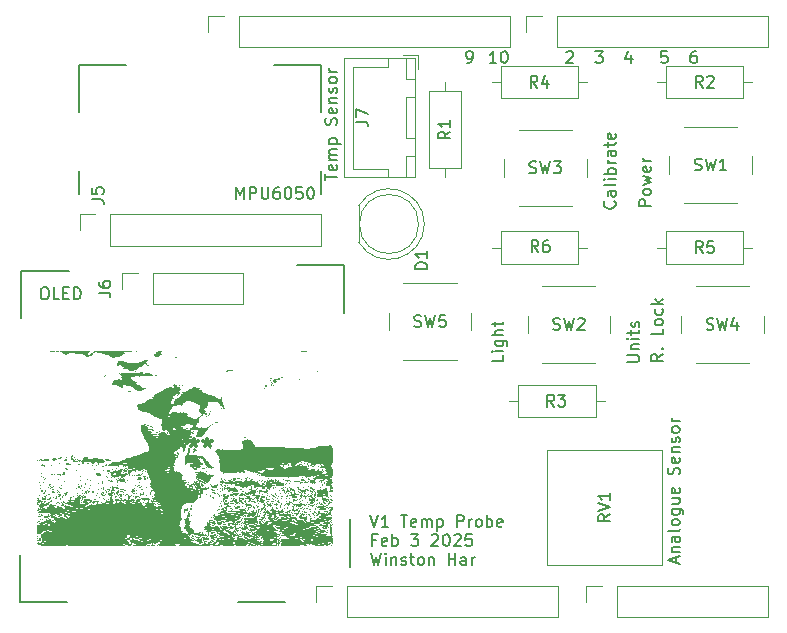
<source format=gbr>
%TF.GenerationSoftware,KiCad,Pcbnew,8.0.8*%
%TF.CreationDate,2025-02-03T17:06:21-07:00*%
%TF.ProjectId,Uno_Shield_ThermoPro,556e6f5f-5368-4696-956c-645f54686572,rev?*%
%TF.SameCoordinates,Original*%
%TF.FileFunction,Legend,Top*%
%TF.FilePolarity,Positive*%
%FSLAX46Y46*%
G04 Gerber Fmt 4.6, Leading zero omitted, Abs format (unit mm)*
G04 Created by KiCad (PCBNEW 8.0.8) date 2025-02-03 17:06:21*
%MOMM*%
%LPD*%
G01*
G04 APERTURE LIST*
%ADD10C,0.150000*%
%ADD11C,0.300000*%
%ADD12C,0.000000*%
%ADD13C,0.120000*%
G04 APERTURE END LIST*
D10*
X141860588Y-51869819D02*
X141289160Y-51869819D01*
X141574874Y-51869819D02*
X141574874Y-50869819D01*
X141574874Y-50869819D02*
X141479636Y-51012676D01*
X141479636Y-51012676D02*
X141384398Y-51107914D01*
X141384398Y-51107914D02*
X141289160Y-51155533D01*
X142479636Y-50869819D02*
X142574874Y-50869819D01*
X142574874Y-50869819D02*
X142670112Y-50917438D01*
X142670112Y-50917438D02*
X142717731Y-50965057D01*
X142717731Y-50965057D02*
X142765350Y-51060295D01*
X142765350Y-51060295D02*
X142812969Y-51250771D01*
X142812969Y-51250771D02*
X142812969Y-51488866D01*
X142812969Y-51488866D02*
X142765350Y-51679342D01*
X142765350Y-51679342D02*
X142717731Y-51774580D01*
X142717731Y-51774580D02*
X142670112Y-51822200D01*
X142670112Y-51822200D02*
X142574874Y-51869819D01*
X142574874Y-51869819D02*
X142479636Y-51869819D01*
X142479636Y-51869819D02*
X142384398Y-51822200D01*
X142384398Y-51822200D02*
X142336779Y-51774580D01*
X142336779Y-51774580D02*
X142289160Y-51679342D01*
X142289160Y-51679342D02*
X142241541Y-51488866D01*
X142241541Y-51488866D02*
X142241541Y-51250771D01*
X142241541Y-51250771D02*
X142289160Y-51060295D01*
X142289160Y-51060295D02*
X142336779Y-50965057D01*
X142336779Y-50965057D02*
X142384398Y-50917438D01*
X142384398Y-50917438D02*
X142479636Y-50869819D01*
X139384398Y-51869819D02*
X139574874Y-51869819D01*
X139574874Y-51869819D02*
X139670112Y-51822200D01*
X139670112Y-51822200D02*
X139717731Y-51774580D01*
X139717731Y-51774580D02*
X139812969Y-51631723D01*
X139812969Y-51631723D02*
X139860588Y-51441247D01*
X139860588Y-51441247D02*
X139860588Y-51060295D01*
X139860588Y-51060295D02*
X139812969Y-50965057D01*
X139812969Y-50965057D02*
X139765350Y-50917438D01*
X139765350Y-50917438D02*
X139670112Y-50869819D01*
X139670112Y-50869819D02*
X139479636Y-50869819D01*
X139479636Y-50869819D02*
X139384398Y-50917438D01*
X139384398Y-50917438D02*
X139336779Y-50965057D01*
X139336779Y-50965057D02*
X139289160Y-51060295D01*
X139289160Y-51060295D02*
X139289160Y-51298390D01*
X139289160Y-51298390D02*
X139336779Y-51393628D01*
X139336779Y-51393628D02*
X139384398Y-51441247D01*
X139384398Y-51441247D02*
X139479636Y-51488866D01*
X139479636Y-51488866D02*
X139670112Y-51488866D01*
X139670112Y-51488866D02*
X139765350Y-51441247D01*
X139765350Y-51441247D02*
X139812969Y-51393628D01*
X139812969Y-51393628D02*
X139860588Y-51298390D01*
X158765350Y-50869819D02*
X158574874Y-50869819D01*
X158574874Y-50869819D02*
X158479636Y-50917438D01*
X158479636Y-50917438D02*
X158432017Y-50965057D01*
X158432017Y-50965057D02*
X158336779Y-51107914D01*
X158336779Y-51107914D02*
X158289160Y-51298390D01*
X158289160Y-51298390D02*
X158289160Y-51679342D01*
X158289160Y-51679342D02*
X158336779Y-51774580D01*
X158336779Y-51774580D02*
X158384398Y-51822200D01*
X158384398Y-51822200D02*
X158479636Y-51869819D01*
X158479636Y-51869819D02*
X158670112Y-51869819D01*
X158670112Y-51869819D02*
X158765350Y-51822200D01*
X158765350Y-51822200D02*
X158812969Y-51774580D01*
X158812969Y-51774580D02*
X158860588Y-51679342D01*
X158860588Y-51679342D02*
X158860588Y-51441247D01*
X158860588Y-51441247D02*
X158812969Y-51346009D01*
X158812969Y-51346009D02*
X158765350Y-51298390D01*
X158765350Y-51298390D02*
X158670112Y-51250771D01*
X158670112Y-51250771D02*
X158479636Y-51250771D01*
X158479636Y-51250771D02*
X158384398Y-51298390D01*
X158384398Y-51298390D02*
X158336779Y-51346009D01*
X158336779Y-51346009D02*
X158289160Y-51441247D01*
X156312969Y-50869819D02*
X155836779Y-50869819D01*
X155836779Y-50869819D02*
X155789160Y-51346009D01*
X155789160Y-51346009D02*
X155836779Y-51298390D01*
X155836779Y-51298390D02*
X155932017Y-51250771D01*
X155932017Y-51250771D02*
X156170112Y-51250771D01*
X156170112Y-51250771D02*
X156265350Y-51298390D01*
X156265350Y-51298390D02*
X156312969Y-51346009D01*
X156312969Y-51346009D02*
X156360588Y-51441247D01*
X156360588Y-51441247D02*
X156360588Y-51679342D01*
X156360588Y-51679342D02*
X156312969Y-51774580D01*
X156312969Y-51774580D02*
X156265350Y-51822200D01*
X156265350Y-51822200D02*
X156170112Y-51869819D01*
X156170112Y-51869819D02*
X155932017Y-51869819D01*
X155932017Y-51869819D02*
X155836779Y-51822200D01*
X155836779Y-51822200D02*
X155789160Y-51774580D01*
X153265350Y-51203152D02*
X153265350Y-51869819D01*
X153027255Y-50822200D02*
X152789160Y-51536485D01*
X152789160Y-51536485D02*
X153408207Y-51536485D01*
X150241541Y-50869819D02*
X150860588Y-50869819D01*
X150860588Y-50869819D02*
X150527255Y-51250771D01*
X150527255Y-51250771D02*
X150670112Y-51250771D01*
X150670112Y-51250771D02*
X150765350Y-51298390D01*
X150765350Y-51298390D02*
X150812969Y-51346009D01*
X150812969Y-51346009D02*
X150860588Y-51441247D01*
X150860588Y-51441247D02*
X150860588Y-51679342D01*
X150860588Y-51679342D02*
X150812969Y-51774580D01*
X150812969Y-51774580D02*
X150765350Y-51822200D01*
X150765350Y-51822200D02*
X150670112Y-51869819D01*
X150670112Y-51869819D02*
X150384398Y-51869819D01*
X150384398Y-51869819D02*
X150289160Y-51822200D01*
X150289160Y-51822200D02*
X150241541Y-51774580D01*
X147789160Y-50965057D02*
X147836779Y-50917438D01*
X147836779Y-50917438D02*
X147932017Y-50869819D01*
X147932017Y-50869819D02*
X148170112Y-50869819D01*
X148170112Y-50869819D02*
X148265350Y-50917438D01*
X148265350Y-50917438D02*
X148312969Y-50965057D01*
X148312969Y-50965057D02*
X148360588Y-51060295D01*
X148360588Y-51060295D02*
X148360588Y-51155533D01*
X148360588Y-51155533D02*
X148312969Y-51298390D01*
X148312969Y-51298390D02*
X147741541Y-51869819D01*
X147741541Y-51869819D02*
X148360588Y-51869819D01*
X127369819Y-61806077D02*
X127369819Y-61234649D01*
X128369819Y-61520363D02*
X127369819Y-61520363D01*
X128322200Y-60520363D02*
X128369819Y-60615601D01*
X128369819Y-60615601D02*
X128369819Y-60806077D01*
X128369819Y-60806077D02*
X128322200Y-60901315D01*
X128322200Y-60901315D02*
X128226961Y-60948934D01*
X128226961Y-60948934D02*
X127846009Y-60948934D01*
X127846009Y-60948934D02*
X127750771Y-60901315D01*
X127750771Y-60901315D02*
X127703152Y-60806077D01*
X127703152Y-60806077D02*
X127703152Y-60615601D01*
X127703152Y-60615601D02*
X127750771Y-60520363D01*
X127750771Y-60520363D02*
X127846009Y-60472744D01*
X127846009Y-60472744D02*
X127941247Y-60472744D01*
X127941247Y-60472744D02*
X128036485Y-60948934D01*
X128369819Y-60044172D02*
X127703152Y-60044172D01*
X127798390Y-60044172D02*
X127750771Y-59996553D01*
X127750771Y-59996553D02*
X127703152Y-59901315D01*
X127703152Y-59901315D02*
X127703152Y-59758458D01*
X127703152Y-59758458D02*
X127750771Y-59663220D01*
X127750771Y-59663220D02*
X127846009Y-59615601D01*
X127846009Y-59615601D02*
X128369819Y-59615601D01*
X127846009Y-59615601D02*
X127750771Y-59567982D01*
X127750771Y-59567982D02*
X127703152Y-59472744D01*
X127703152Y-59472744D02*
X127703152Y-59329887D01*
X127703152Y-59329887D02*
X127750771Y-59234648D01*
X127750771Y-59234648D02*
X127846009Y-59187029D01*
X127846009Y-59187029D02*
X128369819Y-59187029D01*
X127703152Y-58710839D02*
X128703152Y-58710839D01*
X127750771Y-58710839D02*
X127703152Y-58615601D01*
X127703152Y-58615601D02*
X127703152Y-58425125D01*
X127703152Y-58425125D02*
X127750771Y-58329887D01*
X127750771Y-58329887D02*
X127798390Y-58282268D01*
X127798390Y-58282268D02*
X127893628Y-58234649D01*
X127893628Y-58234649D02*
X128179342Y-58234649D01*
X128179342Y-58234649D02*
X128274580Y-58282268D01*
X128274580Y-58282268D02*
X128322200Y-58329887D01*
X128322200Y-58329887D02*
X128369819Y-58425125D01*
X128369819Y-58425125D02*
X128369819Y-58615601D01*
X128369819Y-58615601D02*
X128322200Y-58710839D01*
X128322200Y-57091791D02*
X128369819Y-56948934D01*
X128369819Y-56948934D02*
X128369819Y-56710839D01*
X128369819Y-56710839D02*
X128322200Y-56615601D01*
X128322200Y-56615601D02*
X128274580Y-56567982D01*
X128274580Y-56567982D02*
X128179342Y-56520363D01*
X128179342Y-56520363D02*
X128084104Y-56520363D01*
X128084104Y-56520363D02*
X127988866Y-56567982D01*
X127988866Y-56567982D02*
X127941247Y-56615601D01*
X127941247Y-56615601D02*
X127893628Y-56710839D01*
X127893628Y-56710839D02*
X127846009Y-56901315D01*
X127846009Y-56901315D02*
X127798390Y-56996553D01*
X127798390Y-56996553D02*
X127750771Y-57044172D01*
X127750771Y-57044172D02*
X127655533Y-57091791D01*
X127655533Y-57091791D02*
X127560295Y-57091791D01*
X127560295Y-57091791D02*
X127465057Y-57044172D01*
X127465057Y-57044172D02*
X127417438Y-56996553D01*
X127417438Y-56996553D02*
X127369819Y-56901315D01*
X127369819Y-56901315D02*
X127369819Y-56663220D01*
X127369819Y-56663220D02*
X127417438Y-56520363D01*
X128322200Y-55710839D02*
X128369819Y-55806077D01*
X128369819Y-55806077D02*
X128369819Y-55996553D01*
X128369819Y-55996553D02*
X128322200Y-56091791D01*
X128322200Y-56091791D02*
X128226961Y-56139410D01*
X128226961Y-56139410D02*
X127846009Y-56139410D01*
X127846009Y-56139410D02*
X127750771Y-56091791D01*
X127750771Y-56091791D02*
X127703152Y-55996553D01*
X127703152Y-55996553D02*
X127703152Y-55806077D01*
X127703152Y-55806077D02*
X127750771Y-55710839D01*
X127750771Y-55710839D02*
X127846009Y-55663220D01*
X127846009Y-55663220D02*
X127941247Y-55663220D01*
X127941247Y-55663220D02*
X128036485Y-56139410D01*
X127703152Y-55234648D02*
X128369819Y-55234648D01*
X127798390Y-55234648D02*
X127750771Y-55187029D01*
X127750771Y-55187029D02*
X127703152Y-55091791D01*
X127703152Y-55091791D02*
X127703152Y-54948934D01*
X127703152Y-54948934D02*
X127750771Y-54853696D01*
X127750771Y-54853696D02*
X127846009Y-54806077D01*
X127846009Y-54806077D02*
X128369819Y-54806077D01*
X128322200Y-54377505D02*
X128369819Y-54282267D01*
X128369819Y-54282267D02*
X128369819Y-54091791D01*
X128369819Y-54091791D02*
X128322200Y-53996553D01*
X128322200Y-53996553D02*
X128226961Y-53948934D01*
X128226961Y-53948934D02*
X128179342Y-53948934D01*
X128179342Y-53948934D02*
X128084104Y-53996553D01*
X128084104Y-53996553D02*
X128036485Y-54091791D01*
X128036485Y-54091791D02*
X128036485Y-54234648D01*
X128036485Y-54234648D02*
X127988866Y-54329886D01*
X127988866Y-54329886D02*
X127893628Y-54377505D01*
X127893628Y-54377505D02*
X127846009Y-54377505D01*
X127846009Y-54377505D02*
X127750771Y-54329886D01*
X127750771Y-54329886D02*
X127703152Y-54234648D01*
X127703152Y-54234648D02*
X127703152Y-54091791D01*
X127703152Y-54091791D02*
X127750771Y-53996553D01*
X128369819Y-53377505D02*
X128322200Y-53472743D01*
X128322200Y-53472743D02*
X128274580Y-53520362D01*
X128274580Y-53520362D02*
X128179342Y-53567981D01*
X128179342Y-53567981D02*
X127893628Y-53567981D01*
X127893628Y-53567981D02*
X127798390Y-53520362D01*
X127798390Y-53520362D02*
X127750771Y-53472743D01*
X127750771Y-53472743D02*
X127703152Y-53377505D01*
X127703152Y-53377505D02*
X127703152Y-53234648D01*
X127703152Y-53234648D02*
X127750771Y-53139410D01*
X127750771Y-53139410D02*
X127798390Y-53091791D01*
X127798390Y-53091791D02*
X127893628Y-53044172D01*
X127893628Y-53044172D02*
X128179342Y-53044172D01*
X128179342Y-53044172D02*
X128274580Y-53091791D01*
X128274580Y-53091791D02*
X128322200Y-53139410D01*
X128322200Y-53139410D02*
X128369819Y-53234648D01*
X128369819Y-53234648D02*
X128369819Y-53377505D01*
X128369819Y-52615600D02*
X127703152Y-52615600D01*
X127893628Y-52615600D02*
X127798390Y-52567981D01*
X127798390Y-52567981D02*
X127750771Y-52520362D01*
X127750771Y-52520362D02*
X127703152Y-52425124D01*
X127703152Y-52425124D02*
X127703152Y-52329886D01*
X157084104Y-94210839D02*
X157084104Y-93734649D01*
X157369819Y-94306077D02*
X156369819Y-93972744D01*
X156369819Y-93972744D02*
X157369819Y-93639411D01*
X156703152Y-93306077D02*
X157369819Y-93306077D01*
X156798390Y-93306077D02*
X156750771Y-93258458D01*
X156750771Y-93258458D02*
X156703152Y-93163220D01*
X156703152Y-93163220D02*
X156703152Y-93020363D01*
X156703152Y-93020363D02*
X156750771Y-92925125D01*
X156750771Y-92925125D02*
X156846009Y-92877506D01*
X156846009Y-92877506D02*
X157369819Y-92877506D01*
X157369819Y-91972744D02*
X156846009Y-91972744D01*
X156846009Y-91972744D02*
X156750771Y-92020363D01*
X156750771Y-92020363D02*
X156703152Y-92115601D01*
X156703152Y-92115601D02*
X156703152Y-92306077D01*
X156703152Y-92306077D02*
X156750771Y-92401315D01*
X157322200Y-91972744D02*
X157369819Y-92067982D01*
X157369819Y-92067982D02*
X157369819Y-92306077D01*
X157369819Y-92306077D02*
X157322200Y-92401315D01*
X157322200Y-92401315D02*
X157226961Y-92448934D01*
X157226961Y-92448934D02*
X157131723Y-92448934D01*
X157131723Y-92448934D02*
X157036485Y-92401315D01*
X157036485Y-92401315D02*
X156988866Y-92306077D01*
X156988866Y-92306077D02*
X156988866Y-92067982D01*
X156988866Y-92067982D02*
X156941247Y-91972744D01*
X157369819Y-91353696D02*
X157322200Y-91448934D01*
X157322200Y-91448934D02*
X157226961Y-91496553D01*
X157226961Y-91496553D02*
X156369819Y-91496553D01*
X157369819Y-90829886D02*
X157322200Y-90925124D01*
X157322200Y-90925124D02*
X157274580Y-90972743D01*
X157274580Y-90972743D02*
X157179342Y-91020362D01*
X157179342Y-91020362D02*
X156893628Y-91020362D01*
X156893628Y-91020362D02*
X156798390Y-90972743D01*
X156798390Y-90972743D02*
X156750771Y-90925124D01*
X156750771Y-90925124D02*
X156703152Y-90829886D01*
X156703152Y-90829886D02*
X156703152Y-90687029D01*
X156703152Y-90687029D02*
X156750771Y-90591791D01*
X156750771Y-90591791D02*
X156798390Y-90544172D01*
X156798390Y-90544172D02*
X156893628Y-90496553D01*
X156893628Y-90496553D02*
X157179342Y-90496553D01*
X157179342Y-90496553D02*
X157274580Y-90544172D01*
X157274580Y-90544172D02*
X157322200Y-90591791D01*
X157322200Y-90591791D02*
X157369819Y-90687029D01*
X157369819Y-90687029D02*
X157369819Y-90829886D01*
X156703152Y-89639410D02*
X157512676Y-89639410D01*
X157512676Y-89639410D02*
X157607914Y-89687029D01*
X157607914Y-89687029D02*
X157655533Y-89734648D01*
X157655533Y-89734648D02*
X157703152Y-89829886D01*
X157703152Y-89829886D02*
X157703152Y-89972743D01*
X157703152Y-89972743D02*
X157655533Y-90067981D01*
X157322200Y-89639410D02*
X157369819Y-89734648D01*
X157369819Y-89734648D02*
X157369819Y-89925124D01*
X157369819Y-89925124D02*
X157322200Y-90020362D01*
X157322200Y-90020362D02*
X157274580Y-90067981D01*
X157274580Y-90067981D02*
X157179342Y-90115600D01*
X157179342Y-90115600D02*
X156893628Y-90115600D01*
X156893628Y-90115600D02*
X156798390Y-90067981D01*
X156798390Y-90067981D02*
X156750771Y-90020362D01*
X156750771Y-90020362D02*
X156703152Y-89925124D01*
X156703152Y-89925124D02*
X156703152Y-89734648D01*
X156703152Y-89734648D02*
X156750771Y-89639410D01*
X156703152Y-88734648D02*
X157369819Y-88734648D01*
X156703152Y-89163219D02*
X157226961Y-89163219D01*
X157226961Y-89163219D02*
X157322200Y-89115600D01*
X157322200Y-89115600D02*
X157369819Y-89020362D01*
X157369819Y-89020362D02*
X157369819Y-88877505D01*
X157369819Y-88877505D02*
X157322200Y-88782267D01*
X157322200Y-88782267D02*
X157274580Y-88734648D01*
X157322200Y-87877505D02*
X157369819Y-87972743D01*
X157369819Y-87972743D02*
X157369819Y-88163219D01*
X157369819Y-88163219D02*
X157322200Y-88258457D01*
X157322200Y-88258457D02*
X157226961Y-88306076D01*
X157226961Y-88306076D02*
X156846009Y-88306076D01*
X156846009Y-88306076D02*
X156750771Y-88258457D01*
X156750771Y-88258457D02*
X156703152Y-88163219D01*
X156703152Y-88163219D02*
X156703152Y-87972743D01*
X156703152Y-87972743D02*
X156750771Y-87877505D01*
X156750771Y-87877505D02*
X156846009Y-87829886D01*
X156846009Y-87829886D02*
X156941247Y-87829886D01*
X156941247Y-87829886D02*
X157036485Y-88306076D01*
X157322200Y-86687028D02*
X157369819Y-86544171D01*
X157369819Y-86544171D02*
X157369819Y-86306076D01*
X157369819Y-86306076D02*
X157322200Y-86210838D01*
X157322200Y-86210838D02*
X157274580Y-86163219D01*
X157274580Y-86163219D02*
X157179342Y-86115600D01*
X157179342Y-86115600D02*
X157084104Y-86115600D01*
X157084104Y-86115600D02*
X156988866Y-86163219D01*
X156988866Y-86163219D02*
X156941247Y-86210838D01*
X156941247Y-86210838D02*
X156893628Y-86306076D01*
X156893628Y-86306076D02*
X156846009Y-86496552D01*
X156846009Y-86496552D02*
X156798390Y-86591790D01*
X156798390Y-86591790D02*
X156750771Y-86639409D01*
X156750771Y-86639409D02*
X156655533Y-86687028D01*
X156655533Y-86687028D02*
X156560295Y-86687028D01*
X156560295Y-86687028D02*
X156465057Y-86639409D01*
X156465057Y-86639409D02*
X156417438Y-86591790D01*
X156417438Y-86591790D02*
X156369819Y-86496552D01*
X156369819Y-86496552D02*
X156369819Y-86258457D01*
X156369819Y-86258457D02*
X156417438Y-86115600D01*
X157322200Y-85306076D02*
X157369819Y-85401314D01*
X157369819Y-85401314D02*
X157369819Y-85591790D01*
X157369819Y-85591790D02*
X157322200Y-85687028D01*
X157322200Y-85687028D02*
X157226961Y-85734647D01*
X157226961Y-85734647D02*
X156846009Y-85734647D01*
X156846009Y-85734647D02*
X156750771Y-85687028D01*
X156750771Y-85687028D02*
X156703152Y-85591790D01*
X156703152Y-85591790D02*
X156703152Y-85401314D01*
X156703152Y-85401314D02*
X156750771Y-85306076D01*
X156750771Y-85306076D02*
X156846009Y-85258457D01*
X156846009Y-85258457D02*
X156941247Y-85258457D01*
X156941247Y-85258457D02*
X157036485Y-85734647D01*
X156703152Y-84829885D02*
X157369819Y-84829885D01*
X156798390Y-84829885D02*
X156750771Y-84782266D01*
X156750771Y-84782266D02*
X156703152Y-84687028D01*
X156703152Y-84687028D02*
X156703152Y-84544171D01*
X156703152Y-84544171D02*
X156750771Y-84448933D01*
X156750771Y-84448933D02*
X156846009Y-84401314D01*
X156846009Y-84401314D02*
X157369819Y-84401314D01*
X157322200Y-83972742D02*
X157369819Y-83877504D01*
X157369819Y-83877504D02*
X157369819Y-83687028D01*
X157369819Y-83687028D02*
X157322200Y-83591790D01*
X157322200Y-83591790D02*
X157226961Y-83544171D01*
X157226961Y-83544171D02*
X157179342Y-83544171D01*
X157179342Y-83544171D02*
X157084104Y-83591790D01*
X157084104Y-83591790D02*
X157036485Y-83687028D01*
X157036485Y-83687028D02*
X157036485Y-83829885D01*
X157036485Y-83829885D02*
X156988866Y-83925123D01*
X156988866Y-83925123D02*
X156893628Y-83972742D01*
X156893628Y-83972742D02*
X156846009Y-83972742D01*
X156846009Y-83972742D02*
X156750771Y-83925123D01*
X156750771Y-83925123D02*
X156703152Y-83829885D01*
X156703152Y-83829885D02*
X156703152Y-83687028D01*
X156703152Y-83687028D02*
X156750771Y-83591790D01*
X157369819Y-82972742D02*
X157322200Y-83067980D01*
X157322200Y-83067980D02*
X157274580Y-83115599D01*
X157274580Y-83115599D02*
X157179342Y-83163218D01*
X157179342Y-83163218D02*
X156893628Y-83163218D01*
X156893628Y-83163218D02*
X156798390Y-83115599D01*
X156798390Y-83115599D02*
X156750771Y-83067980D01*
X156750771Y-83067980D02*
X156703152Y-82972742D01*
X156703152Y-82972742D02*
X156703152Y-82829885D01*
X156703152Y-82829885D02*
X156750771Y-82734647D01*
X156750771Y-82734647D02*
X156798390Y-82687028D01*
X156798390Y-82687028D02*
X156893628Y-82639409D01*
X156893628Y-82639409D02*
X157179342Y-82639409D01*
X157179342Y-82639409D02*
X157274580Y-82687028D01*
X157274580Y-82687028D02*
X157322200Y-82734647D01*
X157322200Y-82734647D02*
X157369819Y-82829885D01*
X157369819Y-82829885D02*
X157369819Y-82972742D01*
X157369819Y-82210837D02*
X156703152Y-82210837D01*
X156893628Y-82210837D02*
X156798390Y-82163218D01*
X156798390Y-82163218D02*
X156750771Y-82115599D01*
X156750771Y-82115599D02*
X156703152Y-82020361D01*
X156703152Y-82020361D02*
X156703152Y-81925123D01*
X103527255Y-70869819D02*
X103717731Y-70869819D01*
X103717731Y-70869819D02*
X103812969Y-70917438D01*
X103812969Y-70917438D02*
X103908207Y-71012676D01*
X103908207Y-71012676D02*
X103955826Y-71203152D01*
X103955826Y-71203152D02*
X103955826Y-71536485D01*
X103955826Y-71536485D02*
X103908207Y-71726961D01*
X103908207Y-71726961D02*
X103812969Y-71822200D01*
X103812969Y-71822200D02*
X103717731Y-71869819D01*
X103717731Y-71869819D02*
X103527255Y-71869819D01*
X103527255Y-71869819D02*
X103432017Y-71822200D01*
X103432017Y-71822200D02*
X103336779Y-71726961D01*
X103336779Y-71726961D02*
X103289160Y-71536485D01*
X103289160Y-71536485D02*
X103289160Y-71203152D01*
X103289160Y-71203152D02*
X103336779Y-71012676D01*
X103336779Y-71012676D02*
X103432017Y-70917438D01*
X103432017Y-70917438D02*
X103527255Y-70869819D01*
X104860588Y-71869819D02*
X104384398Y-71869819D01*
X104384398Y-71869819D02*
X104384398Y-70869819D01*
X105193922Y-71346009D02*
X105527255Y-71346009D01*
X105670112Y-71869819D02*
X105193922Y-71869819D01*
X105193922Y-71869819D02*
X105193922Y-70869819D01*
X105193922Y-70869819D02*
X105670112Y-70869819D01*
X106098684Y-71869819D02*
X106098684Y-70869819D01*
X106098684Y-70869819D02*
X106336779Y-70869819D01*
X106336779Y-70869819D02*
X106479636Y-70917438D01*
X106479636Y-70917438D02*
X106574874Y-71012676D01*
X106574874Y-71012676D02*
X106622493Y-71107914D01*
X106622493Y-71107914D02*
X106670112Y-71298390D01*
X106670112Y-71298390D02*
X106670112Y-71441247D01*
X106670112Y-71441247D02*
X106622493Y-71631723D01*
X106622493Y-71631723D02*
X106574874Y-71726961D01*
X106574874Y-71726961D02*
X106479636Y-71822200D01*
X106479636Y-71822200D02*
X106336779Y-71869819D01*
X106336779Y-71869819D02*
X106098684Y-71869819D01*
X131193922Y-90149931D02*
X131527255Y-91149931D01*
X131527255Y-91149931D02*
X131860588Y-90149931D01*
X132717731Y-91149931D02*
X132146303Y-91149931D01*
X132432017Y-91149931D02*
X132432017Y-90149931D01*
X132432017Y-90149931D02*
X132336779Y-90292788D01*
X132336779Y-90292788D02*
X132241541Y-90388026D01*
X132241541Y-90388026D02*
X132146303Y-90435645D01*
X133765351Y-90149931D02*
X134336779Y-90149931D01*
X134051065Y-91149931D02*
X134051065Y-90149931D01*
X135051065Y-91102312D02*
X134955827Y-91149931D01*
X134955827Y-91149931D02*
X134765351Y-91149931D01*
X134765351Y-91149931D02*
X134670113Y-91102312D01*
X134670113Y-91102312D02*
X134622494Y-91007073D01*
X134622494Y-91007073D02*
X134622494Y-90626121D01*
X134622494Y-90626121D02*
X134670113Y-90530883D01*
X134670113Y-90530883D02*
X134765351Y-90483264D01*
X134765351Y-90483264D02*
X134955827Y-90483264D01*
X134955827Y-90483264D02*
X135051065Y-90530883D01*
X135051065Y-90530883D02*
X135098684Y-90626121D01*
X135098684Y-90626121D02*
X135098684Y-90721359D01*
X135098684Y-90721359D02*
X134622494Y-90816597D01*
X135527256Y-91149931D02*
X135527256Y-90483264D01*
X135527256Y-90578502D02*
X135574875Y-90530883D01*
X135574875Y-90530883D02*
X135670113Y-90483264D01*
X135670113Y-90483264D02*
X135812970Y-90483264D01*
X135812970Y-90483264D02*
X135908208Y-90530883D01*
X135908208Y-90530883D02*
X135955827Y-90626121D01*
X135955827Y-90626121D02*
X135955827Y-91149931D01*
X135955827Y-90626121D02*
X136003446Y-90530883D01*
X136003446Y-90530883D02*
X136098684Y-90483264D01*
X136098684Y-90483264D02*
X136241541Y-90483264D01*
X136241541Y-90483264D02*
X136336780Y-90530883D01*
X136336780Y-90530883D02*
X136384399Y-90626121D01*
X136384399Y-90626121D02*
X136384399Y-91149931D01*
X136860589Y-90483264D02*
X136860589Y-91483264D01*
X136860589Y-90530883D02*
X136955827Y-90483264D01*
X136955827Y-90483264D02*
X137146303Y-90483264D01*
X137146303Y-90483264D02*
X137241541Y-90530883D01*
X137241541Y-90530883D02*
X137289160Y-90578502D01*
X137289160Y-90578502D02*
X137336779Y-90673740D01*
X137336779Y-90673740D02*
X137336779Y-90959454D01*
X137336779Y-90959454D02*
X137289160Y-91054692D01*
X137289160Y-91054692D02*
X137241541Y-91102312D01*
X137241541Y-91102312D02*
X137146303Y-91149931D01*
X137146303Y-91149931D02*
X136955827Y-91149931D01*
X136955827Y-91149931D02*
X136860589Y-91102312D01*
X138527256Y-91149931D02*
X138527256Y-90149931D01*
X138527256Y-90149931D02*
X138908208Y-90149931D01*
X138908208Y-90149931D02*
X139003446Y-90197550D01*
X139003446Y-90197550D02*
X139051065Y-90245169D01*
X139051065Y-90245169D02*
X139098684Y-90340407D01*
X139098684Y-90340407D02*
X139098684Y-90483264D01*
X139098684Y-90483264D02*
X139051065Y-90578502D01*
X139051065Y-90578502D02*
X139003446Y-90626121D01*
X139003446Y-90626121D02*
X138908208Y-90673740D01*
X138908208Y-90673740D02*
X138527256Y-90673740D01*
X139527256Y-91149931D02*
X139527256Y-90483264D01*
X139527256Y-90673740D02*
X139574875Y-90578502D01*
X139574875Y-90578502D02*
X139622494Y-90530883D01*
X139622494Y-90530883D02*
X139717732Y-90483264D01*
X139717732Y-90483264D02*
X139812970Y-90483264D01*
X140289161Y-91149931D02*
X140193923Y-91102312D01*
X140193923Y-91102312D02*
X140146304Y-91054692D01*
X140146304Y-91054692D02*
X140098685Y-90959454D01*
X140098685Y-90959454D02*
X140098685Y-90673740D01*
X140098685Y-90673740D02*
X140146304Y-90578502D01*
X140146304Y-90578502D02*
X140193923Y-90530883D01*
X140193923Y-90530883D02*
X140289161Y-90483264D01*
X140289161Y-90483264D02*
X140432018Y-90483264D01*
X140432018Y-90483264D02*
X140527256Y-90530883D01*
X140527256Y-90530883D02*
X140574875Y-90578502D01*
X140574875Y-90578502D02*
X140622494Y-90673740D01*
X140622494Y-90673740D02*
X140622494Y-90959454D01*
X140622494Y-90959454D02*
X140574875Y-91054692D01*
X140574875Y-91054692D02*
X140527256Y-91102312D01*
X140527256Y-91102312D02*
X140432018Y-91149931D01*
X140432018Y-91149931D02*
X140289161Y-91149931D01*
X141051066Y-91149931D02*
X141051066Y-90149931D01*
X141051066Y-90530883D02*
X141146304Y-90483264D01*
X141146304Y-90483264D02*
X141336780Y-90483264D01*
X141336780Y-90483264D02*
X141432018Y-90530883D01*
X141432018Y-90530883D02*
X141479637Y-90578502D01*
X141479637Y-90578502D02*
X141527256Y-90673740D01*
X141527256Y-90673740D02*
X141527256Y-90959454D01*
X141527256Y-90959454D02*
X141479637Y-91054692D01*
X141479637Y-91054692D02*
X141432018Y-91102312D01*
X141432018Y-91102312D02*
X141336780Y-91149931D01*
X141336780Y-91149931D02*
X141146304Y-91149931D01*
X141146304Y-91149931D02*
X141051066Y-91102312D01*
X142336780Y-91102312D02*
X142241542Y-91149931D01*
X142241542Y-91149931D02*
X142051066Y-91149931D01*
X142051066Y-91149931D02*
X141955828Y-91102312D01*
X141955828Y-91102312D02*
X141908209Y-91007073D01*
X141908209Y-91007073D02*
X141908209Y-90626121D01*
X141908209Y-90626121D02*
X141955828Y-90530883D01*
X141955828Y-90530883D02*
X142051066Y-90483264D01*
X142051066Y-90483264D02*
X142241542Y-90483264D01*
X142241542Y-90483264D02*
X142336780Y-90530883D01*
X142336780Y-90530883D02*
X142384399Y-90626121D01*
X142384399Y-90626121D02*
X142384399Y-90721359D01*
X142384399Y-90721359D02*
X141908209Y-90816597D01*
X131670112Y-92236065D02*
X131336779Y-92236065D01*
X131336779Y-92759875D02*
X131336779Y-91759875D01*
X131336779Y-91759875D02*
X131812969Y-91759875D01*
X132574874Y-92712256D02*
X132479636Y-92759875D01*
X132479636Y-92759875D02*
X132289160Y-92759875D01*
X132289160Y-92759875D02*
X132193922Y-92712256D01*
X132193922Y-92712256D02*
X132146303Y-92617017D01*
X132146303Y-92617017D02*
X132146303Y-92236065D01*
X132146303Y-92236065D02*
X132193922Y-92140827D01*
X132193922Y-92140827D02*
X132289160Y-92093208D01*
X132289160Y-92093208D02*
X132479636Y-92093208D01*
X132479636Y-92093208D02*
X132574874Y-92140827D01*
X132574874Y-92140827D02*
X132622493Y-92236065D01*
X132622493Y-92236065D02*
X132622493Y-92331303D01*
X132622493Y-92331303D02*
X132146303Y-92426541D01*
X133051065Y-92759875D02*
X133051065Y-91759875D01*
X133051065Y-92140827D02*
X133146303Y-92093208D01*
X133146303Y-92093208D02*
X133336779Y-92093208D01*
X133336779Y-92093208D02*
X133432017Y-92140827D01*
X133432017Y-92140827D02*
X133479636Y-92188446D01*
X133479636Y-92188446D02*
X133527255Y-92283684D01*
X133527255Y-92283684D02*
X133527255Y-92569398D01*
X133527255Y-92569398D02*
X133479636Y-92664636D01*
X133479636Y-92664636D02*
X133432017Y-92712256D01*
X133432017Y-92712256D02*
X133336779Y-92759875D01*
X133336779Y-92759875D02*
X133146303Y-92759875D01*
X133146303Y-92759875D02*
X133051065Y-92712256D01*
X134622494Y-91759875D02*
X135241541Y-91759875D01*
X135241541Y-91759875D02*
X134908208Y-92140827D01*
X134908208Y-92140827D02*
X135051065Y-92140827D01*
X135051065Y-92140827D02*
X135146303Y-92188446D01*
X135146303Y-92188446D02*
X135193922Y-92236065D01*
X135193922Y-92236065D02*
X135241541Y-92331303D01*
X135241541Y-92331303D02*
X135241541Y-92569398D01*
X135241541Y-92569398D02*
X135193922Y-92664636D01*
X135193922Y-92664636D02*
X135146303Y-92712256D01*
X135146303Y-92712256D02*
X135051065Y-92759875D01*
X135051065Y-92759875D02*
X134765351Y-92759875D01*
X134765351Y-92759875D02*
X134670113Y-92712256D01*
X134670113Y-92712256D02*
X134622494Y-92664636D01*
X136384399Y-91855113D02*
X136432018Y-91807494D01*
X136432018Y-91807494D02*
X136527256Y-91759875D01*
X136527256Y-91759875D02*
X136765351Y-91759875D01*
X136765351Y-91759875D02*
X136860589Y-91807494D01*
X136860589Y-91807494D02*
X136908208Y-91855113D01*
X136908208Y-91855113D02*
X136955827Y-91950351D01*
X136955827Y-91950351D02*
X136955827Y-92045589D01*
X136955827Y-92045589D02*
X136908208Y-92188446D01*
X136908208Y-92188446D02*
X136336780Y-92759875D01*
X136336780Y-92759875D02*
X136955827Y-92759875D01*
X137574875Y-91759875D02*
X137670113Y-91759875D01*
X137670113Y-91759875D02*
X137765351Y-91807494D01*
X137765351Y-91807494D02*
X137812970Y-91855113D01*
X137812970Y-91855113D02*
X137860589Y-91950351D01*
X137860589Y-91950351D02*
X137908208Y-92140827D01*
X137908208Y-92140827D02*
X137908208Y-92378922D01*
X137908208Y-92378922D02*
X137860589Y-92569398D01*
X137860589Y-92569398D02*
X137812970Y-92664636D01*
X137812970Y-92664636D02*
X137765351Y-92712256D01*
X137765351Y-92712256D02*
X137670113Y-92759875D01*
X137670113Y-92759875D02*
X137574875Y-92759875D01*
X137574875Y-92759875D02*
X137479637Y-92712256D01*
X137479637Y-92712256D02*
X137432018Y-92664636D01*
X137432018Y-92664636D02*
X137384399Y-92569398D01*
X137384399Y-92569398D02*
X137336780Y-92378922D01*
X137336780Y-92378922D02*
X137336780Y-92140827D01*
X137336780Y-92140827D02*
X137384399Y-91950351D01*
X137384399Y-91950351D02*
X137432018Y-91855113D01*
X137432018Y-91855113D02*
X137479637Y-91807494D01*
X137479637Y-91807494D02*
X137574875Y-91759875D01*
X138289161Y-91855113D02*
X138336780Y-91807494D01*
X138336780Y-91807494D02*
X138432018Y-91759875D01*
X138432018Y-91759875D02*
X138670113Y-91759875D01*
X138670113Y-91759875D02*
X138765351Y-91807494D01*
X138765351Y-91807494D02*
X138812970Y-91855113D01*
X138812970Y-91855113D02*
X138860589Y-91950351D01*
X138860589Y-91950351D02*
X138860589Y-92045589D01*
X138860589Y-92045589D02*
X138812970Y-92188446D01*
X138812970Y-92188446D02*
X138241542Y-92759875D01*
X138241542Y-92759875D02*
X138860589Y-92759875D01*
X139765351Y-91759875D02*
X139289161Y-91759875D01*
X139289161Y-91759875D02*
X139241542Y-92236065D01*
X139241542Y-92236065D02*
X139289161Y-92188446D01*
X139289161Y-92188446D02*
X139384399Y-92140827D01*
X139384399Y-92140827D02*
X139622494Y-92140827D01*
X139622494Y-92140827D02*
X139717732Y-92188446D01*
X139717732Y-92188446D02*
X139765351Y-92236065D01*
X139765351Y-92236065D02*
X139812970Y-92331303D01*
X139812970Y-92331303D02*
X139812970Y-92569398D01*
X139812970Y-92569398D02*
X139765351Y-92664636D01*
X139765351Y-92664636D02*
X139717732Y-92712256D01*
X139717732Y-92712256D02*
X139622494Y-92759875D01*
X139622494Y-92759875D02*
X139384399Y-92759875D01*
X139384399Y-92759875D02*
X139289161Y-92712256D01*
X139289161Y-92712256D02*
X139241542Y-92664636D01*
X131241541Y-93369819D02*
X131479636Y-94369819D01*
X131479636Y-94369819D02*
X131670112Y-93655533D01*
X131670112Y-93655533D02*
X131860588Y-94369819D01*
X131860588Y-94369819D02*
X132098684Y-93369819D01*
X132479636Y-94369819D02*
X132479636Y-93703152D01*
X132479636Y-93369819D02*
X132432017Y-93417438D01*
X132432017Y-93417438D02*
X132479636Y-93465057D01*
X132479636Y-93465057D02*
X132527255Y-93417438D01*
X132527255Y-93417438D02*
X132479636Y-93369819D01*
X132479636Y-93369819D02*
X132479636Y-93465057D01*
X132955826Y-93703152D02*
X132955826Y-94369819D01*
X132955826Y-93798390D02*
X133003445Y-93750771D01*
X133003445Y-93750771D02*
X133098683Y-93703152D01*
X133098683Y-93703152D02*
X133241540Y-93703152D01*
X133241540Y-93703152D02*
X133336778Y-93750771D01*
X133336778Y-93750771D02*
X133384397Y-93846009D01*
X133384397Y-93846009D02*
X133384397Y-94369819D01*
X133812969Y-94322200D02*
X133908207Y-94369819D01*
X133908207Y-94369819D02*
X134098683Y-94369819D01*
X134098683Y-94369819D02*
X134193921Y-94322200D01*
X134193921Y-94322200D02*
X134241540Y-94226961D01*
X134241540Y-94226961D02*
X134241540Y-94179342D01*
X134241540Y-94179342D02*
X134193921Y-94084104D01*
X134193921Y-94084104D02*
X134098683Y-94036485D01*
X134098683Y-94036485D02*
X133955826Y-94036485D01*
X133955826Y-94036485D02*
X133860588Y-93988866D01*
X133860588Y-93988866D02*
X133812969Y-93893628D01*
X133812969Y-93893628D02*
X133812969Y-93846009D01*
X133812969Y-93846009D02*
X133860588Y-93750771D01*
X133860588Y-93750771D02*
X133955826Y-93703152D01*
X133955826Y-93703152D02*
X134098683Y-93703152D01*
X134098683Y-93703152D02*
X134193921Y-93750771D01*
X134527255Y-93703152D02*
X134908207Y-93703152D01*
X134670112Y-93369819D02*
X134670112Y-94226961D01*
X134670112Y-94226961D02*
X134717731Y-94322200D01*
X134717731Y-94322200D02*
X134812969Y-94369819D01*
X134812969Y-94369819D02*
X134908207Y-94369819D01*
X135384398Y-94369819D02*
X135289160Y-94322200D01*
X135289160Y-94322200D02*
X135241541Y-94274580D01*
X135241541Y-94274580D02*
X135193922Y-94179342D01*
X135193922Y-94179342D02*
X135193922Y-93893628D01*
X135193922Y-93893628D02*
X135241541Y-93798390D01*
X135241541Y-93798390D02*
X135289160Y-93750771D01*
X135289160Y-93750771D02*
X135384398Y-93703152D01*
X135384398Y-93703152D02*
X135527255Y-93703152D01*
X135527255Y-93703152D02*
X135622493Y-93750771D01*
X135622493Y-93750771D02*
X135670112Y-93798390D01*
X135670112Y-93798390D02*
X135717731Y-93893628D01*
X135717731Y-93893628D02*
X135717731Y-94179342D01*
X135717731Y-94179342D02*
X135670112Y-94274580D01*
X135670112Y-94274580D02*
X135622493Y-94322200D01*
X135622493Y-94322200D02*
X135527255Y-94369819D01*
X135527255Y-94369819D02*
X135384398Y-94369819D01*
X136146303Y-93703152D02*
X136146303Y-94369819D01*
X136146303Y-93798390D02*
X136193922Y-93750771D01*
X136193922Y-93750771D02*
X136289160Y-93703152D01*
X136289160Y-93703152D02*
X136432017Y-93703152D01*
X136432017Y-93703152D02*
X136527255Y-93750771D01*
X136527255Y-93750771D02*
X136574874Y-93846009D01*
X136574874Y-93846009D02*
X136574874Y-94369819D01*
X137812970Y-94369819D02*
X137812970Y-93369819D01*
X137812970Y-93846009D02*
X138384398Y-93846009D01*
X138384398Y-94369819D02*
X138384398Y-93369819D01*
X139289160Y-94369819D02*
X139289160Y-93846009D01*
X139289160Y-93846009D02*
X139241541Y-93750771D01*
X139241541Y-93750771D02*
X139146303Y-93703152D01*
X139146303Y-93703152D02*
X138955827Y-93703152D01*
X138955827Y-93703152D02*
X138860589Y-93750771D01*
X139289160Y-94322200D02*
X139193922Y-94369819D01*
X139193922Y-94369819D02*
X138955827Y-94369819D01*
X138955827Y-94369819D02*
X138860589Y-94322200D01*
X138860589Y-94322200D02*
X138812970Y-94226961D01*
X138812970Y-94226961D02*
X138812970Y-94131723D01*
X138812970Y-94131723D02*
X138860589Y-94036485D01*
X138860589Y-94036485D02*
X138955827Y-93988866D01*
X138955827Y-93988866D02*
X139193922Y-93988866D01*
X139193922Y-93988866D02*
X139289160Y-93941247D01*
X139765351Y-94369819D02*
X139765351Y-93703152D01*
X139765351Y-93893628D02*
X139812970Y-93798390D01*
X139812970Y-93798390D02*
X139860589Y-93750771D01*
X139860589Y-93750771D02*
X139955827Y-93703152D01*
X139955827Y-93703152D02*
X140051065Y-93703152D01*
X119836779Y-63369819D02*
X119836779Y-62369819D01*
X119836779Y-62369819D02*
X120170112Y-63084104D01*
X120170112Y-63084104D02*
X120503445Y-62369819D01*
X120503445Y-62369819D02*
X120503445Y-63369819D01*
X120979636Y-63369819D02*
X120979636Y-62369819D01*
X120979636Y-62369819D02*
X121360588Y-62369819D01*
X121360588Y-62369819D02*
X121455826Y-62417438D01*
X121455826Y-62417438D02*
X121503445Y-62465057D01*
X121503445Y-62465057D02*
X121551064Y-62560295D01*
X121551064Y-62560295D02*
X121551064Y-62703152D01*
X121551064Y-62703152D02*
X121503445Y-62798390D01*
X121503445Y-62798390D02*
X121455826Y-62846009D01*
X121455826Y-62846009D02*
X121360588Y-62893628D01*
X121360588Y-62893628D02*
X120979636Y-62893628D01*
X121979636Y-62369819D02*
X121979636Y-63179342D01*
X121979636Y-63179342D02*
X122027255Y-63274580D01*
X122027255Y-63274580D02*
X122074874Y-63322200D01*
X122074874Y-63322200D02*
X122170112Y-63369819D01*
X122170112Y-63369819D02*
X122360588Y-63369819D01*
X122360588Y-63369819D02*
X122455826Y-63322200D01*
X122455826Y-63322200D02*
X122503445Y-63274580D01*
X122503445Y-63274580D02*
X122551064Y-63179342D01*
X122551064Y-63179342D02*
X122551064Y-62369819D01*
X123455826Y-62369819D02*
X123265350Y-62369819D01*
X123265350Y-62369819D02*
X123170112Y-62417438D01*
X123170112Y-62417438D02*
X123122493Y-62465057D01*
X123122493Y-62465057D02*
X123027255Y-62607914D01*
X123027255Y-62607914D02*
X122979636Y-62798390D01*
X122979636Y-62798390D02*
X122979636Y-63179342D01*
X122979636Y-63179342D02*
X123027255Y-63274580D01*
X123027255Y-63274580D02*
X123074874Y-63322200D01*
X123074874Y-63322200D02*
X123170112Y-63369819D01*
X123170112Y-63369819D02*
X123360588Y-63369819D01*
X123360588Y-63369819D02*
X123455826Y-63322200D01*
X123455826Y-63322200D02*
X123503445Y-63274580D01*
X123503445Y-63274580D02*
X123551064Y-63179342D01*
X123551064Y-63179342D02*
X123551064Y-62941247D01*
X123551064Y-62941247D02*
X123503445Y-62846009D01*
X123503445Y-62846009D02*
X123455826Y-62798390D01*
X123455826Y-62798390D02*
X123360588Y-62750771D01*
X123360588Y-62750771D02*
X123170112Y-62750771D01*
X123170112Y-62750771D02*
X123074874Y-62798390D01*
X123074874Y-62798390D02*
X123027255Y-62846009D01*
X123027255Y-62846009D02*
X122979636Y-62941247D01*
X124170112Y-62369819D02*
X124265350Y-62369819D01*
X124265350Y-62369819D02*
X124360588Y-62417438D01*
X124360588Y-62417438D02*
X124408207Y-62465057D01*
X124408207Y-62465057D02*
X124455826Y-62560295D01*
X124455826Y-62560295D02*
X124503445Y-62750771D01*
X124503445Y-62750771D02*
X124503445Y-62988866D01*
X124503445Y-62988866D02*
X124455826Y-63179342D01*
X124455826Y-63179342D02*
X124408207Y-63274580D01*
X124408207Y-63274580D02*
X124360588Y-63322200D01*
X124360588Y-63322200D02*
X124265350Y-63369819D01*
X124265350Y-63369819D02*
X124170112Y-63369819D01*
X124170112Y-63369819D02*
X124074874Y-63322200D01*
X124074874Y-63322200D02*
X124027255Y-63274580D01*
X124027255Y-63274580D02*
X123979636Y-63179342D01*
X123979636Y-63179342D02*
X123932017Y-62988866D01*
X123932017Y-62988866D02*
X123932017Y-62750771D01*
X123932017Y-62750771D02*
X123979636Y-62560295D01*
X123979636Y-62560295D02*
X124027255Y-62465057D01*
X124027255Y-62465057D02*
X124074874Y-62417438D01*
X124074874Y-62417438D02*
X124170112Y-62369819D01*
X125408207Y-62369819D02*
X124932017Y-62369819D01*
X124932017Y-62369819D02*
X124884398Y-62846009D01*
X124884398Y-62846009D02*
X124932017Y-62798390D01*
X124932017Y-62798390D02*
X125027255Y-62750771D01*
X125027255Y-62750771D02*
X125265350Y-62750771D01*
X125265350Y-62750771D02*
X125360588Y-62798390D01*
X125360588Y-62798390D02*
X125408207Y-62846009D01*
X125408207Y-62846009D02*
X125455826Y-62941247D01*
X125455826Y-62941247D02*
X125455826Y-63179342D01*
X125455826Y-63179342D02*
X125408207Y-63274580D01*
X125408207Y-63274580D02*
X125360588Y-63322200D01*
X125360588Y-63322200D02*
X125265350Y-63369819D01*
X125265350Y-63369819D02*
X125027255Y-63369819D01*
X125027255Y-63369819D02*
X124932017Y-63322200D01*
X124932017Y-63322200D02*
X124884398Y-63274580D01*
X126074874Y-62369819D02*
X126170112Y-62369819D01*
X126170112Y-62369819D02*
X126265350Y-62417438D01*
X126265350Y-62417438D02*
X126312969Y-62465057D01*
X126312969Y-62465057D02*
X126360588Y-62560295D01*
X126360588Y-62560295D02*
X126408207Y-62750771D01*
X126408207Y-62750771D02*
X126408207Y-62988866D01*
X126408207Y-62988866D02*
X126360588Y-63179342D01*
X126360588Y-63179342D02*
X126312969Y-63274580D01*
X126312969Y-63274580D02*
X126265350Y-63322200D01*
X126265350Y-63322200D02*
X126170112Y-63369819D01*
X126170112Y-63369819D02*
X126074874Y-63369819D01*
X126074874Y-63369819D02*
X125979636Y-63322200D01*
X125979636Y-63322200D02*
X125932017Y-63274580D01*
X125932017Y-63274580D02*
X125884398Y-63179342D01*
X125884398Y-63179342D02*
X125836779Y-62988866D01*
X125836779Y-62988866D02*
X125836779Y-62750771D01*
X125836779Y-62750771D02*
X125884398Y-62560295D01*
X125884398Y-62560295D02*
X125932017Y-62465057D01*
X125932017Y-62465057D02*
X125979636Y-62417438D01*
X125979636Y-62417438D02*
X126074874Y-62369819D01*
X101650000Y-69465000D02*
X105650000Y-69465000D01*
X106500000Y-61000000D02*
X106500000Y-63000000D01*
X129500000Y-90500000D02*
X129500000Y-94500000D01*
X127000000Y-52000000D02*
X127000000Y-56000000D01*
X106500000Y-52000000D02*
X106500000Y-56000000D01*
X127000000Y-61000000D02*
X127000000Y-63000000D01*
X101500000Y-97500000D02*
X101500000Y-93500000D01*
X120000000Y-97500000D02*
X124000000Y-97500000D01*
X101650000Y-69465000D02*
X101650000Y-73465000D01*
X129000000Y-69000000D02*
X125000000Y-69000000D01*
X127000000Y-52000000D02*
X123000000Y-52000000D01*
X106500000Y-52000000D02*
X110500000Y-52000000D01*
X101500000Y-93500000D02*
X101500000Y-97500000D01*
X101500000Y-97500000D02*
X105500000Y-97500000D01*
X125000000Y-69000000D02*
X129000000Y-69000000D01*
X129000000Y-69000000D02*
X129000000Y-73000000D01*
X151859580Y-63571429D02*
X151907200Y-63619048D01*
X151907200Y-63619048D02*
X151954819Y-63761905D01*
X151954819Y-63761905D02*
X151954819Y-63857143D01*
X151954819Y-63857143D02*
X151907200Y-64000000D01*
X151907200Y-64000000D02*
X151811961Y-64095238D01*
X151811961Y-64095238D02*
X151716723Y-64142857D01*
X151716723Y-64142857D02*
X151526247Y-64190476D01*
X151526247Y-64190476D02*
X151383390Y-64190476D01*
X151383390Y-64190476D02*
X151192914Y-64142857D01*
X151192914Y-64142857D02*
X151097676Y-64095238D01*
X151097676Y-64095238D02*
X151002438Y-64000000D01*
X151002438Y-64000000D02*
X150954819Y-63857143D01*
X150954819Y-63857143D02*
X150954819Y-63761905D01*
X150954819Y-63761905D02*
X151002438Y-63619048D01*
X151002438Y-63619048D02*
X151050057Y-63571429D01*
X151954819Y-62714286D02*
X151431009Y-62714286D01*
X151431009Y-62714286D02*
X151335771Y-62761905D01*
X151335771Y-62761905D02*
X151288152Y-62857143D01*
X151288152Y-62857143D02*
X151288152Y-63047619D01*
X151288152Y-63047619D02*
X151335771Y-63142857D01*
X151907200Y-62714286D02*
X151954819Y-62809524D01*
X151954819Y-62809524D02*
X151954819Y-63047619D01*
X151954819Y-63047619D02*
X151907200Y-63142857D01*
X151907200Y-63142857D02*
X151811961Y-63190476D01*
X151811961Y-63190476D02*
X151716723Y-63190476D01*
X151716723Y-63190476D02*
X151621485Y-63142857D01*
X151621485Y-63142857D02*
X151573866Y-63047619D01*
X151573866Y-63047619D02*
X151573866Y-62809524D01*
X151573866Y-62809524D02*
X151526247Y-62714286D01*
X151954819Y-62095238D02*
X151907200Y-62190476D01*
X151907200Y-62190476D02*
X151811961Y-62238095D01*
X151811961Y-62238095D02*
X150954819Y-62238095D01*
X151954819Y-61714285D02*
X151288152Y-61714285D01*
X150954819Y-61714285D02*
X151002438Y-61761904D01*
X151002438Y-61761904D02*
X151050057Y-61714285D01*
X151050057Y-61714285D02*
X151002438Y-61666666D01*
X151002438Y-61666666D02*
X150954819Y-61714285D01*
X150954819Y-61714285D02*
X151050057Y-61714285D01*
X151954819Y-61238095D02*
X150954819Y-61238095D01*
X151335771Y-61238095D02*
X151288152Y-61142857D01*
X151288152Y-61142857D02*
X151288152Y-60952381D01*
X151288152Y-60952381D02*
X151335771Y-60857143D01*
X151335771Y-60857143D02*
X151383390Y-60809524D01*
X151383390Y-60809524D02*
X151478628Y-60761905D01*
X151478628Y-60761905D02*
X151764342Y-60761905D01*
X151764342Y-60761905D02*
X151859580Y-60809524D01*
X151859580Y-60809524D02*
X151907200Y-60857143D01*
X151907200Y-60857143D02*
X151954819Y-60952381D01*
X151954819Y-60952381D02*
X151954819Y-61142857D01*
X151954819Y-61142857D02*
X151907200Y-61238095D01*
X151954819Y-60333333D02*
X151288152Y-60333333D01*
X151478628Y-60333333D02*
X151383390Y-60285714D01*
X151383390Y-60285714D02*
X151335771Y-60238095D01*
X151335771Y-60238095D02*
X151288152Y-60142857D01*
X151288152Y-60142857D02*
X151288152Y-60047619D01*
X151954819Y-59285714D02*
X151431009Y-59285714D01*
X151431009Y-59285714D02*
X151335771Y-59333333D01*
X151335771Y-59333333D02*
X151288152Y-59428571D01*
X151288152Y-59428571D02*
X151288152Y-59619047D01*
X151288152Y-59619047D02*
X151335771Y-59714285D01*
X151907200Y-59285714D02*
X151954819Y-59380952D01*
X151954819Y-59380952D02*
X151954819Y-59619047D01*
X151954819Y-59619047D02*
X151907200Y-59714285D01*
X151907200Y-59714285D02*
X151811961Y-59761904D01*
X151811961Y-59761904D02*
X151716723Y-59761904D01*
X151716723Y-59761904D02*
X151621485Y-59714285D01*
X151621485Y-59714285D02*
X151573866Y-59619047D01*
X151573866Y-59619047D02*
X151573866Y-59380952D01*
X151573866Y-59380952D02*
X151526247Y-59285714D01*
X151288152Y-58952380D02*
X151288152Y-58571428D01*
X150954819Y-58809523D02*
X151811961Y-58809523D01*
X151811961Y-58809523D02*
X151907200Y-58761904D01*
X151907200Y-58761904D02*
X151954819Y-58666666D01*
X151954819Y-58666666D02*
X151954819Y-58571428D01*
X151907200Y-57857142D02*
X151954819Y-57952380D01*
X151954819Y-57952380D02*
X151954819Y-58142856D01*
X151954819Y-58142856D02*
X151907200Y-58238094D01*
X151907200Y-58238094D02*
X151811961Y-58285713D01*
X151811961Y-58285713D02*
X151431009Y-58285713D01*
X151431009Y-58285713D02*
X151335771Y-58238094D01*
X151335771Y-58238094D02*
X151288152Y-58142856D01*
X151288152Y-58142856D02*
X151288152Y-57952380D01*
X151288152Y-57952380D02*
X151335771Y-57857142D01*
X151335771Y-57857142D02*
X151431009Y-57809523D01*
X151431009Y-57809523D02*
X151526247Y-57809523D01*
X151526247Y-57809523D02*
X151621485Y-58285713D01*
X154954819Y-63976190D02*
X153954819Y-63976190D01*
X153954819Y-63976190D02*
X153954819Y-63595238D01*
X153954819Y-63595238D02*
X154002438Y-63500000D01*
X154002438Y-63500000D02*
X154050057Y-63452381D01*
X154050057Y-63452381D02*
X154145295Y-63404762D01*
X154145295Y-63404762D02*
X154288152Y-63404762D01*
X154288152Y-63404762D02*
X154383390Y-63452381D01*
X154383390Y-63452381D02*
X154431009Y-63500000D01*
X154431009Y-63500000D02*
X154478628Y-63595238D01*
X154478628Y-63595238D02*
X154478628Y-63976190D01*
X154954819Y-62833333D02*
X154907200Y-62928571D01*
X154907200Y-62928571D02*
X154859580Y-62976190D01*
X154859580Y-62976190D02*
X154764342Y-63023809D01*
X154764342Y-63023809D02*
X154478628Y-63023809D01*
X154478628Y-63023809D02*
X154383390Y-62976190D01*
X154383390Y-62976190D02*
X154335771Y-62928571D01*
X154335771Y-62928571D02*
X154288152Y-62833333D01*
X154288152Y-62833333D02*
X154288152Y-62690476D01*
X154288152Y-62690476D02*
X154335771Y-62595238D01*
X154335771Y-62595238D02*
X154383390Y-62547619D01*
X154383390Y-62547619D02*
X154478628Y-62500000D01*
X154478628Y-62500000D02*
X154764342Y-62500000D01*
X154764342Y-62500000D02*
X154859580Y-62547619D01*
X154859580Y-62547619D02*
X154907200Y-62595238D01*
X154907200Y-62595238D02*
X154954819Y-62690476D01*
X154954819Y-62690476D02*
X154954819Y-62833333D01*
X154288152Y-62166666D02*
X154954819Y-61976190D01*
X154954819Y-61976190D02*
X154478628Y-61785714D01*
X154478628Y-61785714D02*
X154954819Y-61595238D01*
X154954819Y-61595238D02*
X154288152Y-61404762D01*
X154907200Y-60642857D02*
X154954819Y-60738095D01*
X154954819Y-60738095D02*
X154954819Y-60928571D01*
X154954819Y-60928571D02*
X154907200Y-61023809D01*
X154907200Y-61023809D02*
X154811961Y-61071428D01*
X154811961Y-61071428D02*
X154431009Y-61071428D01*
X154431009Y-61071428D02*
X154335771Y-61023809D01*
X154335771Y-61023809D02*
X154288152Y-60928571D01*
X154288152Y-60928571D02*
X154288152Y-60738095D01*
X154288152Y-60738095D02*
X154335771Y-60642857D01*
X154335771Y-60642857D02*
X154431009Y-60595238D01*
X154431009Y-60595238D02*
X154526247Y-60595238D01*
X154526247Y-60595238D02*
X154621485Y-61071428D01*
X154954819Y-60166666D02*
X154288152Y-60166666D01*
X154478628Y-60166666D02*
X154383390Y-60119047D01*
X154383390Y-60119047D02*
X154335771Y-60071428D01*
X154335771Y-60071428D02*
X154288152Y-59976190D01*
X154288152Y-59976190D02*
X154288152Y-59880952D01*
X142454819Y-76619047D02*
X142454819Y-77095237D01*
X142454819Y-77095237D02*
X141454819Y-77095237D01*
X142454819Y-76285713D02*
X141788152Y-76285713D01*
X141454819Y-76285713D02*
X141502438Y-76333332D01*
X141502438Y-76333332D02*
X141550057Y-76285713D01*
X141550057Y-76285713D02*
X141502438Y-76238094D01*
X141502438Y-76238094D02*
X141454819Y-76285713D01*
X141454819Y-76285713D02*
X141550057Y-76285713D01*
X141788152Y-75380952D02*
X142597676Y-75380952D01*
X142597676Y-75380952D02*
X142692914Y-75428571D01*
X142692914Y-75428571D02*
X142740533Y-75476190D01*
X142740533Y-75476190D02*
X142788152Y-75571428D01*
X142788152Y-75571428D02*
X142788152Y-75714285D01*
X142788152Y-75714285D02*
X142740533Y-75809523D01*
X142407200Y-75380952D02*
X142454819Y-75476190D01*
X142454819Y-75476190D02*
X142454819Y-75666666D01*
X142454819Y-75666666D02*
X142407200Y-75761904D01*
X142407200Y-75761904D02*
X142359580Y-75809523D01*
X142359580Y-75809523D02*
X142264342Y-75857142D01*
X142264342Y-75857142D02*
X141978628Y-75857142D01*
X141978628Y-75857142D02*
X141883390Y-75809523D01*
X141883390Y-75809523D02*
X141835771Y-75761904D01*
X141835771Y-75761904D02*
X141788152Y-75666666D01*
X141788152Y-75666666D02*
X141788152Y-75476190D01*
X141788152Y-75476190D02*
X141835771Y-75380952D01*
X142454819Y-74904761D02*
X141454819Y-74904761D01*
X142454819Y-74476190D02*
X141931009Y-74476190D01*
X141931009Y-74476190D02*
X141835771Y-74523809D01*
X141835771Y-74523809D02*
X141788152Y-74619047D01*
X141788152Y-74619047D02*
X141788152Y-74761904D01*
X141788152Y-74761904D02*
X141835771Y-74857142D01*
X141835771Y-74857142D02*
X141883390Y-74904761D01*
X141788152Y-74142856D02*
X141788152Y-73761904D01*
X141454819Y-73999999D02*
X142311961Y-73999999D01*
X142311961Y-73999999D02*
X142407200Y-73952380D01*
X142407200Y-73952380D02*
X142454819Y-73857142D01*
X142454819Y-73857142D02*
X142454819Y-73761904D01*
X155954819Y-76500000D02*
X155478628Y-76833333D01*
X155954819Y-77071428D02*
X154954819Y-77071428D01*
X154954819Y-77071428D02*
X154954819Y-76690476D01*
X154954819Y-76690476D02*
X155002438Y-76595238D01*
X155002438Y-76595238D02*
X155050057Y-76547619D01*
X155050057Y-76547619D02*
X155145295Y-76500000D01*
X155145295Y-76500000D02*
X155288152Y-76500000D01*
X155288152Y-76500000D02*
X155383390Y-76547619D01*
X155383390Y-76547619D02*
X155431009Y-76595238D01*
X155431009Y-76595238D02*
X155478628Y-76690476D01*
X155478628Y-76690476D02*
X155478628Y-77071428D01*
X155859580Y-76071428D02*
X155907200Y-76023809D01*
X155907200Y-76023809D02*
X155954819Y-76071428D01*
X155954819Y-76071428D02*
X155907200Y-76119047D01*
X155907200Y-76119047D02*
X155859580Y-76071428D01*
X155859580Y-76071428D02*
X155954819Y-76071428D01*
X155954819Y-74357143D02*
X155954819Y-74833333D01*
X155954819Y-74833333D02*
X154954819Y-74833333D01*
X155954819Y-73880952D02*
X155907200Y-73976190D01*
X155907200Y-73976190D02*
X155859580Y-74023809D01*
X155859580Y-74023809D02*
X155764342Y-74071428D01*
X155764342Y-74071428D02*
X155478628Y-74071428D01*
X155478628Y-74071428D02*
X155383390Y-74023809D01*
X155383390Y-74023809D02*
X155335771Y-73976190D01*
X155335771Y-73976190D02*
X155288152Y-73880952D01*
X155288152Y-73880952D02*
X155288152Y-73738095D01*
X155288152Y-73738095D02*
X155335771Y-73642857D01*
X155335771Y-73642857D02*
X155383390Y-73595238D01*
X155383390Y-73595238D02*
X155478628Y-73547619D01*
X155478628Y-73547619D02*
X155764342Y-73547619D01*
X155764342Y-73547619D02*
X155859580Y-73595238D01*
X155859580Y-73595238D02*
X155907200Y-73642857D01*
X155907200Y-73642857D02*
X155954819Y-73738095D01*
X155954819Y-73738095D02*
X155954819Y-73880952D01*
X155907200Y-72690476D02*
X155954819Y-72785714D01*
X155954819Y-72785714D02*
X155954819Y-72976190D01*
X155954819Y-72976190D02*
X155907200Y-73071428D01*
X155907200Y-73071428D02*
X155859580Y-73119047D01*
X155859580Y-73119047D02*
X155764342Y-73166666D01*
X155764342Y-73166666D02*
X155478628Y-73166666D01*
X155478628Y-73166666D02*
X155383390Y-73119047D01*
X155383390Y-73119047D02*
X155335771Y-73071428D01*
X155335771Y-73071428D02*
X155288152Y-72976190D01*
X155288152Y-72976190D02*
X155288152Y-72785714D01*
X155288152Y-72785714D02*
X155335771Y-72690476D01*
X155954819Y-72261904D02*
X154954819Y-72261904D01*
X155573866Y-72166666D02*
X155954819Y-71880952D01*
X155288152Y-71880952D02*
X155669104Y-72261904D01*
X152954819Y-77166666D02*
X153764342Y-77166666D01*
X153764342Y-77166666D02*
X153859580Y-77119047D01*
X153859580Y-77119047D02*
X153907200Y-77071428D01*
X153907200Y-77071428D02*
X153954819Y-76976190D01*
X153954819Y-76976190D02*
X153954819Y-76785714D01*
X153954819Y-76785714D02*
X153907200Y-76690476D01*
X153907200Y-76690476D02*
X153859580Y-76642857D01*
X153859580Y-76642857D02*
X153764342Y-76595238D01*
X153764342Y-76595238D02*
X152954819Y-76595238D01*
X153288152Y-76119047D02*
X153954819Y-76119047D01*
X153383390Y-76119047D02*
X153335771Y-76071428D01*
X153335771Y-76071428D02*
X153288152Y-75976190D01*
X153288152Y-75976190D02*
X153288152Y-75833333D01*
X153288152Y-75833333D02*
X153335771Y-75738095D01*
X153335771Y-75738095D02*
X153431009Y-75690476D01*
X153431009Y-75690476D02*
X153954819Y-75690476D01*
X153954819Y-75214285D02*
X153288152Y-75214285D01*
X152954819Y-75214285D02*
X153002438Y-75261904D01*
X153002438Y-75261904D02*
X153050057Y-75214285D01*
X153050057Y-75214285D02*
X153002438Y-75166666D01*
X153002438Y-75166666D02*
X152954819Y-75214285D01*
X152954819Y-75214285D02*
X153050057Y-75214285D01*
X153288152Y-74880952D02*
X153288152Y-74500000D01*
X152954819Y-74738095D02*
X153811961Y-74738095D01*
X153811961Y-74738095D02*
X153907200Y-74690476D01*
X153907200Y-74690476D02*
X153954819Y-74595238D01*
X153954819Y-74595238D02*
X153954819Y-74500000D01*
X153907200Y-74214285D02*
X153954819Y-74119047D01*
X153954819Y-74119047D02*
X153954819Y-73928571D01*
X153954819Y-73928571D02*
X153907200Y-73833333D01*
X153907200Y-73833333D02*
X153811961Y-73785714D01*
X153811961Y-73785714D02*
X153764342Y-73785714D01*
X153764342Y-73785714D02*
X153669104Y-73833333D01*
X153669104Y-73833333D02*
X153621485Y-73928571D01*
X153621485Y-73928571D02*
X153621485Y-74071428D01*
X153621485Y-74071428D02*
X153573866Y-74166666D01*
X153573866Y-74166666D02*
X153478628Y-74214285D01*
X153478628Y-74214285D02*
X153431009Y-74214285D01*
X153431009Y-74214285D02*
X153335771Y-74166666D01*
X153335771Y-74166666D02*
X153288152Y-74071428D01*
X153288152Y-74071428D02*
X153288152Y-73928571D01*
X153288152Y-73928571D02*
X153335771Y-73833333D01*
D11*
X114178572Y-83749757D02*
X114035715Y-83678328D01*
X114035715Y-83678328D02*
X113821429Y-83678328D01*
X113821429Y-83678328D02*
X113607143Y-83749757D01*
X113607143Y-83749757D02*
X113464286Y-83892614D01*
X113464286Y-83892614D02*
X113392857Y-84035471D01*
X113392857Y-84035471D02*
X113321429Y-84321185D01*
X113321429Y-84321185D02*
X113321429Y-84535471D01*
X113321429Y-84535471D02*
X113392857Y-84821185D01*
X113392857Y-84821185D02*
X113464286Y-84964042D01*
X113464286Y-84964042D02*
X113607143Y-85106900D01*
X113607143Y-85106900D02*
X113821429Y-85178328D01*
X113821429Y-85178328D02*
X113964286Y-85178328D01*
X113964286Y-85178328D02*
X114178572Y-85106900D01*
X114178572Y-85106900D02*
X114250000Y-85035471D01*
X114250000Y-85035471D02*
X114250000Y-84535471D01*
X114250000Y-84535471D02*
X113964286Y-84535471D01*
X115107143Y-83678328D02*
X115107143Y-84035471D01*
X114750000Y-83892614D02*
X115107143Y-84035471D01*
X115107143Y-84035471D02*
X115464286Y-83892614D01*
X114892857Y-84321185D02*
X115107143Y-84035471D01*
X115107143Y-84035471D02*
X115321429Y-84321185D01*
X116250000Y-83678328D02*
X116250000Y-84035471D01*
X115892857Y-83892614D02*
X116250000Y-84035471D01*
X116250000Y-84035471D02*
X116607143Y-83892614D01*
X116035714Y-84321185D02*
X116250000Y-84035471D01*
X116250000Y-84035471D02*
X116464286Y-84321185D01*
X117392857Y-83678328D02*
X117392857Y-84035471D01*
X117035714Y-83892614D02*
X117392857Y-84035471D01*
X117392857Y-84035471D02*
X117750000Y-83892614D01*
X117178571Y-84321185D02*
X117392857Y-84035471D01*
X117392857Y-84035471D02*
X117607143Y-84321185D01*
D10*
X159666667Y-74407200D02*
X159809524Y-74454819D01*
X159809524Y-74454819D02*
X160047619Y-74454819D01*
X160047619Y-74454819D02*
X160142857Y-74407200D01*
X160142857Y-74407200D02*
X160190476Y-74359580D01*
X160190476Y-74359580D02*
X160238095Y-74264342D01*
X160238095Y-74264342D02*
X160238095Y-74169104D01*
X160238095Y-74169104D02*
X160190476Y-74073866D01*
X160190476Y-74073866D02*
X160142857Y-74026247D01*
X160142857Y-74026247D02*
X160047619Y-73978628D01*
X160047619Y-73978628D02*
X159857143Y-73931009D01*
X159857143Y-73931009D02*
X159761905Y-73883390D01*
X159761905Y-73883390D02*
X159714286Y-73835771D01*
X159714286Y-73835771D02*
X159666667Y-73740533D01*
X159666667Y-73740533D02*
X159666667Y-73645295D01*
X159666667Y-73645295D02*
X159714286Y-73550057D01*
X159714286Y-73550057D02*
X159761905Y-73502438D01*
X159761905Y-73502438D02*
X159857143Y-73454819D01*
X159857143Y-73454819D02*
X160095238Y-73454819D01*
X160095238Y-73454819D02*
X160238095Y-73502438D01*
X160571429Y-73454819D02*
X160809524Y-74454819D01*
X160809524Y-74454819D02*
X161000000Y-73740533D01*
X161000000Y-73740533D02*
X161190476Y-74454819D01*
X161190476Y-74454819D02*
X161428572Y-73454819D01*
X162238095Y-73788152D02*
X162238095Y-74454819D01*
X162000000Y-73407200D02*
X161761905Y-74121485D01*
X161761905Y-74121485D02*
X162380952Y-74121485D01*
X136004819Y-69308094D02*
X135004819Y-69308094D01*
X135004819Y-69308094D02*
X135004819Y-69069999D01*
X135004819Y-69069999D02*
X135052438Y-68927142D01*
X135052438Y-68927142D02*
X135147676Y-68831904D01*
X135147676Y-68831904D02*
X135242914Y-68784285D01*
X135242914Y-68784285D02*
X135433390Y-68736666D01*
X135433390Y-68736666D02*
X135576247Y-68736666D01*
X135576247Y-68736666D02*
X135766723Y-68784285D01*
X135766723Y-68784285D02*
X135861961Y-68831904D01*
X135861961Y-68831904D02*
X135957200Y-68927142D01*
X135957200Y-68927142D02*
X136004819Y-69069999D01*
X136004819Y-69069999D02*
X136004819Y-69308094D01*
X136004819Y-67784285D02*
X136004819Y-68355713D01*
X136004819Y-68069999D02*
X135004819Y-68069999D01*
X135004819Y-68069999D02*
X135147676Y-68165237D01*
X135147676Y-68165237D02*
X135242914Y-68260475D01*
X135242914Y-68260475D02*
X135290533Y-68355713D01*
X134916667Y-74157200D02*
X135059524Y-74204819D01*
X135059524Y-74204819D02*
X135297619Y-74204819D01*
X135297619Y-74204819D02*
X135392857Y-74157200D01*
X135392857Y-74157200D02*
X135440476Y-74109580D01*
X135440476Y-74109580D02*
X135488095Y-74014342D01*
X135488095Y-74014342D02*
X135488095Y-73919104D01*
X135488095Y-73919104D02*
X135440476Y-73823866D01*
X135440476Y-73823866D02*
X135392857Y-73776247D01*
X135392857Y-73776247D02*
X135297619Y-73728628D01*
X135297619Y-73728628D02*
X135107143Y-73681009D01*
X135107143Y-73681009D02*
X135011905Y-73633390D01*
X135011905Y-73633390D02*
X134964286Y-73585771D01*
X134964286Y-73585771D02*
X134916667Y-73490533D01*
X134916667Y-73490533D02*
X134916667Y-73395295D01*
X134916667Y-73395295D02*
X134964286Y-73300057D01*
X134964286Y-73300057D02*
X135011905Y-73252438D01*
X135011905Y-73252438D02*
X135107143Y-73204819D01*
X135107143Y-73204819D02*
X135345238Y-73204819D01*
X135345238Y-73204819D02*
X135488095Y-73252438D01*
X135821429Y-73204819D02*
X136059524Y-74204819D01*
X136059524Y-74204819D02*
X136250000Y-73490533D01*
X136250000Y-73490533D02*
X136440476Y-74204819D01*
X136440476Y-74204819D02*
X136678572Y-73204819D01*
X137535714Y-73204819D02*
X137059524Y-73204819D01*
X137059524Y-73204819D02*
X137011905Y-73681009D01*
X137011905Y-73681009D02*
X137059524Y-73633390D01*
X137059524Y-73633390D02*
X137154762Y-73585771D01*
X137154762Y-73585771D02*
X137392857Y-73585771D01*
X137392857Y-73585771D02*
X137488095Y-73633390D01*
X137488095Y-73633390D02*
X137535714Y-73681009D01*
X137535714Y-73681009D02*
X137583333Y-73776247D01*
X137583333Y-73776247D02*
X137583333Y-74014342D01*
X137583333Y-74014342D02*
X137535714Y-74109580D01*
X137535714Y-74109580D02*
X137488095Y-74157200D01*
X137488095Y-74157200D02*
X137392857Y-74204819D01*
X137392857Y-74204819D02*
X137154762Y-74204819D01*
X137154762Y-74204819D02*
X137059524Y-74157200D01*
X137059524Y-74157200D02*
X137011905Y-74109580D01*
X146666667Y-74407200D02*
X146809524Y-74454819D01*
X146809524Y-74454819D02*
X147047619Y-74454819D01*
X147047619Y-74454819D02*
X147142857Y-74407200D01*
X147142857Y-74407200D02*
X147190476Y-74359580D01*
X147190476Y-74359580D02*
X147238095Y-74264342D01*
X147238095Y-74264342D02*
X147238095Y-74169104D01*
X147238095Y-74169104D02*
X147190476Y-74073866D01*
X147190476Y-74073866D02*
X147142857Y-74026247D01*
X147142857Y-74026247D02*
X147047619Y-73978628D01*
X147047619Y-73978628D02*
X146857143Y-73931009D01*
X146857143Y-73931009D02*
X146761905Y-73883390D01*
X146761905Y-73883390D02*
X146714286Y-73835771D01*
X146714286Y-73835771D02*
X146666667Y-73740533D01*
X146666667Y-73740533D02*
X146666667Y-73645295D01*
X146666667Y-73645295D02*
X146714286Y-73550057D01*
X146714286Y-73550057D02*
X146761905Y-73502438D01*
X146761905Y-73502438D02*
X146857143Y-73454819D01*
X146857143Y-73454819D02*
X147095238Y-73454819D01*
X147095238Y-73454819D02*
X147238095Y-73502438D01*
X147571429Y-73454819D02*
X147809524Y-74454819D01*
X147809524Y-74454819D02*
X148000000Y-73740533D01*
X148000000Y-73740533D02*
X148190476Y-74454819D01*
X148190476Y-74454819D02*
X148428572Y-73454819D01*
X148761905Y-73550057D02*
X148809524Y-73502438D01*
X148809524Y-73502438D02*
X148904762Y-73454819D01*
X148904762Y-73454819D02*
X149142857Y-73454819D01*
X149142857Y-73454819D02*
X149238095Y-73502438D01*
X149238095Y-73502438D02*
X149285714Y-73550057D01*
X149285714Y-73550057D02*
X149333333Y-73645295D01*
X149333333Y-73645295D02*
X149333333Y-73740533D01*
X149333333Y-73740533D02*
X149285714Y-73883390D01*
X149285714Y-73883390D02*
X148714286Y-74454819D01*
X148714286Y-74454819D02*
X149333333Y-74454819D01*
X145333333Y-53954819D02*
X145000000Y-53478628D01*
X144761905Y-53954819D02*
X144761905Y-52954819D01*
X144761905Y-52954819D02*
X145142857Y-52954819D01*
X145142857Y-52954819D02*
X145238095Y-53002438D01*
X145238095Y-53002438D02*
X145285714Y-53050057D01*
X145285714Y-53050057D02*
X145333333Y-53145295D01*
X145333333Y-53145295D02*
X145333333Y-53288152D01*
X145333333Y-53288152D02*
X145285714Y-53383390D01*
X145285714Y-53383390D02*
X145238095Y-53431009D01*
X145238095Y-53431009D02*
X145142857Y-53478628D01*
X145142857Y-53478628D02*
X144761905Y-53478628D01*
X146190476Y-53288152D02*
X146190476Y-53954819D01*
X145952381Y-52907200D02*
X145714286Y-53621485D01*
X145714286Y-53621485D02*
X146333333Y-53621485D01*
X137954819Y-57666666D02*
X137478628Y-57999999D01*
X137954819Y-58238094D02*
X136954819Y-58238094D01*
X136954819Y-58238094D02*
X136954819Y-57857142D01*
X136954819Y-57857142D02*
X137002438Y-57761904D01*
X137002438Y-57761904D02*
X137050057Y-57714285D01*
X137050057Y-57714285D02*
X137145295Y-57666666D01*
X137145295Y-57666666D02*
X137288152Y-57666666D01*
X137288152Y-57666666D02*
X137383390Y-57714285D01*
X137383390Y-57714285D02*
X137431009Y-57761904D01*
X137431009Y-57761904D02*
X137478628Y-57857142D01*
X137478628Y-57857142D02*
X137478628Y-58238094D01*
X137954819Y-56714285D02*
X137954819Y-57285713D01*
X137954819Y-56999999D02*
X136954819Y-56999999D01*
X136954819Y-56999999D02*
X137097676Y-57095237D01*
X137097676Y-57095237D02*
X137192914Y-57190475D01*
X137192914Y-57190475D02*
X137240533Y-57285713D01*
X144666667Y-61157200D02*
X144809524Y-61204819D01*
X144809524Y-61204819D02*
X145047619Y-61204819D01*
X145047619Y-61204819D02*
X145142857Y-61157200D01*
X145142857Y-61157200D02*
X145190476Y-61109580D01*
X145190476Y-61109580D02*
X145238095Y-61014342D01*
X145238095Y-61014342D02*
X145238095Y-60919104D01*
X145238095Y-60919104D02*
X145190476Y-60823866D01*
X145190476Y-60823866D02*
X145142857Y-60776247D01*
X145142857Y-60776247D02*
X145047619Y-60728628D01*
X145047619Y-60728628D02*
X144857143Y-60681009D01*
X144857143Y-60681009D02*
X144761905Y-60633390D01*
X144761905Y-60633390D02*
X144714286Y-60585771D01*
X144714286Y-60585771D02*
X144666667Y-60490533D01*
X144666667Y-60490533D02*
X144666667Y-60395295D01*
X144666667Y-60395295D02*
X144714286Y-60300057D01*
X144714286Y-60300057D02*
X144761905Y-60252438D01*
X144761905Y-60252438D02*
X144857143Y-60204819D01*
X144857143Y-60204819D02*
X145095238Y-60204819D01*
X145095238Y-60204819D02*
X145238095Y-60252438D01*
X145571429Y-60204819D02*
X145809524Y-61204819D01*
X145809524Y-61204819D02*
X146000000Y-60490533D01*
X146000000Y-60490533D02*
X146190476Y-61204819D01*
X146190476Y-61204819D02*
X146428572Y-60204819D01*
X146714286Y-60204819D02*
X147333333Y-60204819D01*
X147333333Y-60204819D02*
X147000000Y-60585771D01*
X147000000Y-60585771D02*
X147142857Y-60585771D01*
X147142857Y-60585771D02*
X147238095Y-60633390D01*
X147238095Y-60633390D02*
X147285714Y-60681009D01*
X147285714Y-60681009D02*
X147333333Y-60776247D01*
X147333333Y-60776247D02*
X147333333Y-61014342D01*
X147333333Y-61014342D02*
X147285714Y-61109580D01*
X147285714Y-61109580D02*
X147238095Y-61157200D01*
X147238095Y-61157200D02*
X147142857Y-61204819D01*
X147142857Y-61204819D02*
X146857143Y-61204819D01*
X146857143Y-61204819D02*
X146761905Y-61157200D01*
X146761905Y-61157200D02*
X146714286Y-61109580D01*
X108184819Y-71308333D02*
X108899104Y-71308333D01*
X108899104Y-71308333D02*
X109041961Y-71355952D01*
X109041961Y-71355952D02*
X109137200Y-71451190D01*
X109137200Y-71451190D02*
X109184819Y-71594047D01*
X109184819Y-71594047D02*
X109184819Y-71689285D01*
X108184819Y-70403571D02*
X108184819Y-70594047D01*
X108184819Y-70594047D02*
X108232438Y-70689285D01*
X108232438Y-70689285D02*
X108280057Y-70736904D01*
X108280057Y-70736904D02*
X108422914Y-70832142D01*
X108422914Y-70832142D02*
X108613390Y-70879761D01*
X108613390Y-70879761D02*
X108994342Y-70879761D01*
X108994342Y-70879761D02*
X109089580Y-70832142D01*
X109089580Y-70832142D02*
X109137200Y-70784523D01*
X109137200Y-70784523D02*
X109184819Y-70689285D01*
X109184819Y-70689285D02*
X109184819Y-70498809D01*
X109184819Y-70498809D02*
X109137200Y-70403571D01*
X109137200Y-70403571D02*
X109089580Y-70355952D01*
X109089580Y-70355952D02*
X108994342Y-70308333D01*
X108994342Y-70308333D02*
X108756247Y-70308333D01*
X108756247Y-70308333D02*
X108661009Y-70355952D01*
X108661009Y-70355952D02*
X108613390Y-70403571D01*
X108613390Y-70403571D02*
X108565771Y-70498809D01*
X108565771Y-70498809D02*
X108565771Y-70689285D01*
X108565771Y-70689285D02*
X108613390Y-70784523D01*
X108613390Y-70784523D02*
X108661009Y-70832142D01*
X108661009Y-70832142D02*
X108756247Y-70879761D01*
X158666667Y-60907200D02*
X158809524Y-60954819D01*
X158809524Y-60954819D02*
X159047619Y-60954819D01*
X159047619Y-60954819D02*
X159142857Y-60907200D01*
X159142857Y-60907200D02*
X159190476Y-60859580D01*
X159190476Y-60859580D02*
X159238095Y-60764342D01*
X159238095Y-60764342D02*
X159238095Y-60669104D01*
X159238095Y-60669104D02*
X159190476Y-60573866D01*
X159190476Y-60573866D02*
X159142857Y-60526247D01*
X159142857Y-60526247D02*
X159047619Y-60478628D01*
X159047619Y-60478628D02*
X158857143Y-60431009D01*
X158857143Y-60431009D02*
X158761905Y-60383390D01*
X158761905Y-60383390D02*
X158714286Y-60335771D01*
X158714286Y-60335771D02*
X158666667Y-60240533D01*
X158666667Y-60240533D02*
X158666667Y-60145295D01*
X158666667Y-60145295D02*
X158714286Y-60050057D01*
X158714286Y-60050057D02*
X158761905Y-60002438D01*
X158761905Y-60002438D02*
X158857143Y-59954819D01*
X158857143Y-59954819D02*
X159095238Y-59954819D01*
X159095238Y-59954819D02*
X159238095Y-60002438D01*
X159571429Y-59954819D02*
X159809524Y-60954819D01*
X159809524Y-60954819D02*
X160000000Y-60240533D01*
X160000000Y-60240533D02*
X160190476Y-60954819D01*
X160190476Y-60954819D02*
X160428572Y-59954819D01*
X161333333Y-60954819D02*
X160761905Y-60954819D01*
X161047619Y-60954819D02*
X161047619Y-59954819D01*
X161047619Y-59954819D02*
X160952381Y-60097676D01*
X160952381Y-60097676D02*
X160857143Y-60192914D01*
X160857143Y-60192914D02*
X160761905Y-60240533D01*
X159333333Y-67954819D02*
X159000000Y-67478628D01*
X158761905Y-67954819D02*
X158761905Y-66954819D01*
X158761905Y-66954819D02*
X159142857Y-66954819D01*
X159142857Y-66954819D02*
X159238095Y-67002438D01*
X159238095Y-67002438D02*
X159285714Y-67050057D01*
X159285714Y-67050057D02*
X159333333Y-67145295D01*
X159333333Y-67145295D02*
X159333333Y-67288152D01*
X159333333Y-67288152D02*
X159285714Y-67383390D01*
X159285714Y-67383390D02*
X159238095Y-67431009D01*
X159238095Y-67431009D02*
X159142857Y-67478628D01*
X159142857Y-67478628D02*
X158761905Y-67478628D01*
X160238095Y-66954819D02*
X159761905Y-66954819D01*
X159761905Y-66954819D02*
X159714286Y-67431009D01*
X159714286Y-67431009D02*
X159761905Y-67383390D01*
X159761905Y-67383390D02*
X159857143Y-67335771D01*
X159857143Y-67335771D02*
X160095238Y-67335771D01*
X160095238Y-67335771D02*
X160190476Y-67383390D01*
X160190476Y-67383390D02*
X160238095Y-67431009D01*
X160238095Y-67431009D02*
X160285714Y-67526247D01*
X160285714Y-67526247D02*
X160285714Y-67764342D01*
X160285714Y-67764342D02*
X160238095Y-67859580D01*
X160238095Y-67859580D02*
X160190476Y-67907200D01*
X160190476Y-67907200D02*
X160095238Y-67954819D01*
X160095238Y-67954819D02*
X159857143Y-67954819D01*
X159857143Y-67954819D02*
X159761905Y-67907200D01*
X159761905Y-67907200D02*
X159714286Y-67859580D01*
X159333333Y-53954819D02*
X159000000Y-53478628D01*
X158761905Y-53954819D02*
X158761905Y-52954819D01*
X158761905Y-52954819D02*
X159142857Y-52954819D01*
X159142857Y-52954819D02*
X159238095Y-53002438D01*
X159238095Y-53002438D02*
X159285714Y-53050057D01*
X159285714Y-53050057D02*
X159333333Y-53145295D01*
X159333333Y-53145295D02*
X159333333Y-53288152D01*
X159333333Y-53288152D02*
X159285714Y-53383390D01*
X159285714Y-53383390D02*
X159238095Y-53431009D01*
X159238095Y-53431009D02*
X159142857Y-53478628D01*
X159142857Y-53478628D02*
X158761905Y-53478628D01*
X159714286Y-53050057D02*
X159761905Y-53002438D01*
X159761905Y-53002438D02*
X159857143Y-52954819D01*
X159857143Y-52954819D02*
X160095238Y-52954819D01*
X160095238Y-52954819D02*
X160190476Y-53002438D01*
X160190476Y-53002438D02*
X160238095Y-53050057D01*
X160238095Y-53050057D02*
X160285714Y-53145295D01*
X160285714Y-53145295D02*
X160285714Y-53240533D01*
X160285714Y-53240533D02*
X160238095Y-53383390D01*
X160238095Y-53383390D02*
X159666667Y-53954819D01*
X159666667Y-53954819D02*
X160285714Y-53954819D01*
X129954819Y-56833333D02*
X130669104Y-56833333D01*
X130669104Y-56833333D02*
X130811961Y-56880952D01*
X130811961Y-56880952D02*
X130907200Y-56976190D01*
X130907200Y-56976190D02*
X130954819Y-57119047D01*
X130954819Y-57119047D02*
X130954819Y-57214285D01*
X129954819Y-56452380D02*
X129954819Y-55785714D01*
X129954819Y-55785714D02*
X130954819Y-56214285D01*
X151494819Y-90080238D02*
X151018628Y-90413571D01*
X151494819Y-90651666D02*
X150494819Y-90651666D01*
X150494819Y-90651666D02*
X150494819Y-90270714D01*
X150494819Y-90270714D02*
X150542438Y-90175476D01*
X150542438Y-90175476D02*
X150590057Y-90127857D01*
X150590057Y-90127857D02*
X150685295Y-90080238D01*
X150685295Y-90080238D02*
X150828152Y-90080238D01*
X150828152Y-90080238D02*
X150923390Y-90127857D01*
X150923390Y-90127857D02*
X150971009Y-90175476D01*
X150971009Y-90175476D02*
X151018628Y-90270714D01*
X151018628Y-90270714D02*
X151018628Y-90651666D01*
X150494819Y-89794523D02*
X151494819Y-89461190D01*
X151494819Y-89461190D02*
X150494819Y-89127857D01*
X151494819Y-88270714D02*
X151494819Y-88842142D01*
X151494819Y-88556428D02*
X150494819Y-88556428D01*
X150494819Y-88556428D02*
X150637676Y-88651666D01*
X150637676Y-88651666D02*
X150732914Y-88746904D01*
X150732914Y-88746904D02*
X150780533Y-88842142D01*
X107604819Y-63393333D02*
X108319104Y-63393333D01*
X108319104Y-63393333D02*
X108461961Y-63440952D01*
X108461961Y-63440952D02*
X108557200Y-63536190D01*
X108557200Y-63536190D02*
X108604819Y-63679047D01*
X108604819Y-63679047D02*
X108604819Y-63774285D01*
X107604819Y-62440952D02*
X107604819Y-62917142D01*
X107604819Y-62917142D02*
X108081009Y-62964761D01*
X108081009Y-62964761D02*
X108033390Y-62917142D01*
X108033390Y-62917142D02*
X107985771Y-62821904D01*
X107985771Y-62821904D02*
X107985771Y-62583809D01*
X107985771Y-62583809D02*
X108033390Y-62488571D01*
X108033390Y-62488571D02*
X108081009Y-62440952D01*
X108081009Y-62440952D02*
X108176247Y-62393333D01*
X108176247Y-62393333D02*
X108414342Y-62393333D01*
X108414342Y-62393333D02*
X108509580Y-62440952D01*
X108509580Y-62440952D02*
X108557200Y-62488571D01*
X108557200Y-62488571D02*
X108604819Y-62583809D01*
X108604819Y-62583809D02*
X108604819Y-62821904D01*
X108604819Y-62821904D02*
X108557200Y-62917142D01*
X108557200Y-62917142D02*
X108509580Y-62964761D01*
X145413333Y-67874819D02*
X145080000Y-67398628D01*
X144841905Y-67874819D02*
X144841905Y-66874819D01*
X144841905Y-66874819D02*
X145222857Y-66874819D01*
X145222857Y-66874819D02*
X145318095Y-66922438D01*
X145318095Y-66922438D02*
X145365714Y-66970057D01*
X145365714Y-66970057D02*
X145413333Y-67065295D01*
X145413333Y-67065295D02*
X145413333Y-67208152D01*
X145413333Y-67208152D02*
X145365714Y-67303390D01*
X145365714Y-67303390D02*
X145318095Y-67351009D01*
X145318095Y-67351009D02*
X145222857Y-67398628D01*
X145222857Y-67398628D02*
X144841905Y-67398628D01*
X146270476Y-66874819D02*
X146080000Y-66874819D01*
X146080000Y-66874819D02*
X145984762Y-66922438D01*
X145984762Y-66922438D02*
X145937143Y-66970057D01*
X145937143Y-66970057D02*
X145841905Y-67112914D01*
X145841905Y-67112914D02*
X145794286Y-67303390D01*
X145794286Y-67303390D02*
X145794286Y-67684342D01*
X145794286Y-67684342D02*
X145841905Y-67779580D01*
X145841905Y-67779580D02*
X145889524Y-67827200D01*
X145889524Y-67827200D02*
X145984762Y-67874819D01*
X145984762Y-67874819D02*
X146175238Y-67874819D01*
X146175238Y-67874819D02*
X146270476Y-67827200D01*
X146270476Y-67827200D02*
X146318095Y-67779580D01*
X146318095Y-67779580D02*
X146365714Y-67684342D01*
X146365714Y-67684342D02*
X146365714Y-67446247D01*
X146365714Y-67446247D02*
X146318095Y-67351009D01*
X146318095Y-67351009D02*
X146270476Y-67303390D01*
X146270476Y-67303390D02*
X146175238Y-67255771D01*
X146175238Y-67255771D02*
X145984762Y-67255771D01*
X145984762Y-67255771D02*
X145889524Y-67303390D01*
X145889524Y-67303390D02*
X145841905Y-67351009D01*
X145841905Y-67351009D02*
X145794286Y-67446247D01*
X146753333Y-80954819D02*
X146420000Y-80478628D01*
X146181905Y-80954819D02*
X146181905Y-79954819D01*
X146181905Y-79954819D02*
X146562857Y-79954819D01*
X146562857Y-79954819D02*
X146658095Y-80002438D01*
X146658095Y-80002438D02*
X146705714Y-80050057D01*
X146705714Y-80050057D02*
X146753333Y-80145295D01*
X146753333Y-80145295D02*
X146753333Y-80288152D01*
X146753333Y-80288152D02*
X146705714Y-80383390D01*
X146705714Y-80383390D02*
X146658095Y-80431009D01*
X146658095Y-80431009D02*
X146562857Y-80478628D01*
X146562857Y-80478628D02*
X146181905Y-80478628D01*
X147086667Y-79954819D02*
X147705714Y-79954819D01*
X147705714Y-79954819D02*
X147372381Y-80335771D01*
X147372381Y-80335771D02*
X147515238Y-80335771D01*
X147515238Y-80335771D02*
X147610476Y-80383390D01*
X147610476Y-80383390D02*
X147658095Y-80431009D01*
X147658095Y-80431009D02*
X147705714Y-80526247D01*
X147705714Y-80526247D02*
X147705714Y-80764342D01*
X147705714Y-80764342D02*
X147658095Y-80859580D01*
X147658095Y-80859580D02*
X147610476Y-80907200D01*
X147610476Y-80907200D02*
X147515238Y-80954819D01*
X147515238Y-80954819D02*
X147229524Y-80954819D01*
X147229524Y-80954819D02*
X147134286Y-80907200D01*
X147134286Y-80907200D02*
X147086667Y-80859580D01*
D12*
%TO.C,G\u002A\u002A\u002A*%
G36*
X114623758Y-79078609D02*
G01*
X114624754Y-79105626D01*
X114632852Y-79136210D01*
X114658370Y-79141350D01*
X114707227Y-79121397D01*
X114714064Y-79103082D01*
X114735453Y-79104396D01*
X114790401Y-79148767D01*
X114838770Y-79197041D01*
X114918759Y-79274398D01*
X114971475Y-79302325D01*
X115012292Y-79288719D01*
X115014211Y-79287161D01*
X115069047Y-79270673D01*
X115100460Y-79303406D01*
X115089170Y-79355696D01*
X115086825Y-79388852D01*
X115095993Y-79391446D01*
X115119724Y-79422079D01*
X115129902Y-79478440D01*
X115110264Y-79555172D01*
X115056195Y-79595643D01*
X114996635Y-79585912D01*
X114965724Y-79581419D01*
X114964135Y-79586947D01*
X114993033Y-79614752D01*
X115044514Y-79640378D01*
X115096848Y-79664358D01*
X115084588Y-79673352D01*
X115055549Y-79674951D01*
X115007309Y-79679531D01*
X115017272Y-79699048D01*
X115055074Y-79727575D01*
X115101270Y-79767236D01*
X115098082Y-79802664D01*
X115056366Y-79852610D01*
X115017467Y-79905448D01*
X115019012Y-79927286D01*
X115019111Y-79942991D01*
X114981575Y-79977981D01*
X114929600Y-80014071D01*
X114886386Y-80033073D01*
X114883755Y-80033323D01*
X114857725Y-80007158D01*
X114856962Y-79998734D01*
X114886478Y-79968145D01*
X114919479Y-79962408D01*
X114941125Y-79949139D01*
X114898584Y-79909439D01*
X114864395Y-79886503D01*
X114782277Y-79844340D01*
X114729400Y-79834601D01*
X114717992Y-79854408D01*
X114760282Y-79900884D01*
X114770259Y-79908656D01*
X114813928Y-79946032D01*
X114798737Y-79959604D01*
X114740858Y-79961874D01*
X114669522Y-79972614D01*
X114642616Y-79994568D01*
X114612885Y-80027922D01*
X114571167Y-80044810D01*
X114513906Y-80085917D01*
X114501394Y-80147739D01*
X114534711Y-80194766D01*
X114547178Y-80239650D01*
X114526118Y-80286185D01*
X114475288Y-80345001D01*
X114440498Y-80348414D01*
X114435836Y-80297024D01*
X114439154Y-80282489D01*
X114440389Y-80227927D01*
X114416528Y-80223909D01*
X114386976Y-80266459D01*
X114383687Y-80318048D01*
X114370719Y-80410527D01*
X114342947Y-80468298D01*
X114312453Y-80529895D01*
X114322596Y-80594298D01*
X114343752Y-80640646D01*
X114398104Y-80717954D01*
X114462084Y-80769030D01*
X114514746Y-80778528D01*
X114523747Y-80772549D01*
X114535635Y-80730904D01*
X114545232Y-80649465D01*
X114545427Y-80646744D01*
X114552215Y-80606048D01*
X114606891Y-80606048D01*
X114634077Y-80640734D01*
X114642616Y-80641772D01*
X114677302Y-80614587D01*
X114678340Y-80606048D01*
X114651155Y-80571362D01*
X114642616Y-80570324D01*
X114607929Y-80597509D01*
X114606891Y-80606048D01*
X114552215Y-80606048D01*
X114558339Y-80569337D01*
X114578865Y-80534790D01*
X114580098Y-80534670D01*
X114604690Y-80505994D01*
X114606891Y-80487240D01*
X114631070Y-80432205D01*
X114650047Y-80409564D01*
X117786357Y-80409564D01*
X117803617Y-80457134D01*
X117818259Y-80463151D01*
X117857313Y-80434721D01*
X117870724Y-80409564D01*
X117865235Y-80363476D01*
X117838822Y-80355978D01*
X117792438Y-80384599D01*
X117786357Y-80409564D01*
X114650047Y-80409564D01*
X114689909Y-80362007D01*
X114696202Y-80355978D01*
X114731975Y-80314846D01*
X117579644Y-80314846D01*
X117579857Y-80370738D01*
X117616666Y-80401766D01*
X117684272Y-80402526D01*
X117713621Y-80343083D01*
X117714908Y-80318145D01*
X117709095Y-80261112D01*
X117676248Y-80254010D01*
X117628519Y-80270489D01*
X117579644Y-80314846D01*
X114731975Y-80314846D01*
X114757153Y-80285896D01*
X114761990Y-80275988D01*
X115229699Y-80275988D01*
X115264814Y-80281709D01*
X115311149Y-80275141D01*
X115311703Y-80262946D01*
X115263890Y-80254418D01*
X115243231Y-80260125D01*
X115229699Y-80275988D01*
X114761990Y-80275988D01*
X114785292Y-80228260D01*
X114785513Y-80224715D01*
X114806975Y-80181317D01*
X114821237Y-80177356D01*
X114855924Y-80204541D01*
X114856962Y-80213080D01*
X114885897Y-80244774D01*
X114910548Y-80248805D01*
X114958089Y-80229515D01*
X114964135Y-80213080D01*
X114993070Y-80181386D01*
X115017721Y-80177356D01*
X115061337Y-80147458D01*
X115071308Y-80104756D01*
X115102479Y-80033692D01*
X115151687Y-79999848D01*
X115205204Y-79975745D01*
X115194076Y-79966733D01*
X115160619Y-79964727D01*
X115113604Y-79957211D01*
X115123523Y-79945148D01*
X117250492Y-79945148D01*
X117268354Y-79963010D01*
X117286216Y-79945148D01*
X117268354Y-79927286D01*
X117250492Y-79945148D01*
X115123523Y-79945148D01*
X115132739Y-79933940D01*
X115142756Y-79927286D01*
X115221931Y-79898503D01*
X115276723Y-79892108D01*
X115339474Y-79878218D01*
X115357102Y-79855837D01*
X115329917Y-79821151D01*
X115321378Y-79820113D01*
X115292353Y-79790192D01*
X115285654Y-79748664D01*
X115302049Y-79686277D01*
X115347585Y-79688267D01*
X115381470Y-79715873D01*
X115435037Y-79727089D01*
X115506160Y-79703795D01*
X115560768Y-79660871D01*
X115571448Y-79632898D01*
X115601364Y-79610651D01*
X115641122Y-79605767D01*
X115714478Y-79579779D01*
X115742039Y-79549937D01*
X115799767Y-79496640D01*
X115832091Y-79485477D01*
X115898078Y-79464192D01*
X115915750Y-79451995D01*
X115969099Y-79430849D01*
X116008203Y-79427145D01*
X116053735Y-79412381D01*
X116053727Y-79391421D01*
X116043730Y-79366455D01*
X116063363Y-79352325D01*
X116127722Y-79344172D01*
X116216823Y-79338933D01*
X116314294Y-79327522D01*
X116382395Y-79308464D01*
X116386513Y-79306185D01*
X116423966Y-79303311D01*
X116428832Y-79317864D01*
X116460799Y-79340686D01*
X116541902Y-79354122D01*
X116587483Y-79355696D01*
X116703261Y-79365280D01*
X116763840Y-79391025D01*
X116763212Y-79428417D01*
X116724309Y-79458449D01*
X116685581Y-79501097D01*
X116707588Y-79541869D01*
X116779873Y-79572857D01*
X116891976Y-79586150D01*
X116893183Y-79586166D01*
X116994873Y-79595941D01*
X117032655Y-79619325D01*
X117003624Y-79652248D01*
X116955766Y-79673837D01*
X116911385Y-79694615D01*
X116915341Y-79714875D01*
X116975203Y-79745533D01*
X117018169Y-79763857D01*
X117121265Y-79797733D01*
X117205640Y-79809605D01*
X117223584Y-79807456D01*
X117276678Y-79815494D01*
X117286216Y-79845141D01*
X117310013Y-79882947D01*
X117336330Y-79879975D01*
X117401988Y-79884356D01*
X117452434Y-79910741D01*
X117531953Y-79944690D01*
X117639034Y-79961526D01*
X117652391Y-79961874D01*
X117738520Y-79971921D01*
X117784161Y-79995408D01*
X117786357Y-80002556D01*
X117812261Y-80026658D01*
X117838937Y-80021926D01*
X117921110Y-80016566D01*
X118011665Y-80044831D01*
X118082977Y-80094066D01*
X118107876Y-80145126D01*
X118131362Y-80199420D01*
X118195078Y-80213080D01*
X118270721Y-80226252D01*
X118304360Y-80248805D01*
X118350208Y-80277946D01*
X118419462Y-80286232D01*
X118484220Y-80275550D01*
X118516576Y-80247786D01*
X118515149Y-80234556D01*
X118519149Y-80176779D01*
X118534132Y-80160999D01*
X118566735Y-80167691D01*
X118572292Y-80193110D01*
X118589922Y-80242805D01*
X118626206Y-80237927D01*
X118654840Y-80186287D01*
X118668140Y-80146533D01*
X118674216Y-80175680D01*
X118675321Y-80192405D01*
X118655708Y-80273301D01*
X118623967Y-80322365D01*
X118591766Y-80368777D01*
X118595125Y-80417502D01*
X118636686Y-80495552D01*
X118641696Y-80503800D01*
X118689453Y-80596287D01*
X118714133Y-80671717D01*
X118715056Y-80682344D01*
X118731078Y-80754425D01*
X118768556Y-80843104D01*
X118806592Y-80933713D01*
X118822142Y-81004970D01*
X118845478Y-81065615D01*
X118867018Y-81080945D01*
X118869850Y-81099641D01*
X118816109Y-81122720D01*
X118810472Y-81124262D01*
X118738134Y-81156916D01*
X118724538Y-81208007D01*
X118726761Y-81218027D01*
X118727214Y-81263203D01*
X118710008Y-81263746D01*
X118686781Y-81216020D01*
X118682690Y-81147592D01*
X118677512Y-81036043D01*
X118650119Y-80947409D01*
X118608159Y-80901812D01*
X118588664Y-80900199D01*
X118541662Y-80879075D01*
X118479611Y-80814731D01*
X118457708Y-80784670D01*
X118353455Y-80674825D01*
X118212749Y-80607114D01*
X118026156Y-80578486D01*
X117831012Y-80582129D01*
X117705566Y-80587455D01*
X117613567Y-80584518D01*
X117572658Y-80574006D01*
X117572011Y-80572034D01*
X117541289Y-80550923D01*
X117478886Y-80543530D01*
X117423287Y-80550484D01*
X117422586Y-80566289D01*
X117438980Y-80615270D01*
X117426382Y-80725804D01*
X117412431Y-80791143D01*
X117374391Y-80939384D01*
X117342218Y-81025603D01*
X117311800Y-81058524D01*
X117288522Y-81054027D01*
X117246764Y-81064320D01*
X117194335Y-81109029D01*
X117151033Y-81173044D01*
X117160465Y-81230885D01*
X117172908Y-81252538D01*
X117199630Y-81320905D01*
X117196260Y-81357303D01*
X117203995Y-81375368D01*
X117236635Y-81367641D01*
X117278459Y-81361626D01*
X117272106Y-81385912D01*
X117227024Y-81424693D01*
X117212659Y-81427708D01*
X117164956Y-81450924D01*
X117102622Y-81504971D01*
X117048800Y-81566442D01*
X117026631Y-81611934D01*
X117027215Y-81615260D01*
X117009068Y-81640711D01*
X116997445Y-81642054D01*
X116971134Y-81616422D01*
X116973866Y-81597398D01*
X116952730Y-81557327D01*
X116878446Y-81504752D01*
X116816084Y-81472713D01*
X116705502Y-81414435D01*
X116654934Y-81360093D01*
X116656443Y-81291538D01*
X116696985Y-81200347D01*
X116735105Y-81107555D01*
X116750351Y-81032765D01*
X116767734Y-80966085D01*
X116786076Y-80945429D01*
X116819974Y-80906688D01*
X116821358Y-80898665D01*
X116791487Y-80858296D01*
X116720181Y-80808025D01*
X116633247Y-80762097D01*
X116556494Y-80734757D01*
X116523186Y-80734091D01*
X116462683Y-80725610D01*
X116405687Y-80684763D01*
X116331775Y-80623910D01*
X117286216Y-80623910D01*
X117304078Y-80641772D01*
X117321941Y-80623910D01*
X117304078Y-80606048D01*
X117286216Y-80623910D01*
X116331775Y-80623910D01*
X116303866Y-80600932D01*
X116201098Y-80552383D01*
X116119697Y-80549623D01*
X116119141Y-80549834D01*
X116055511Y-80544712D01*
X116009734Y-80522514D01*
X117623865Y-80522514D01*
X117650746Y-80562511D01*
X117679184Y-80570324D01*
X117725766Y-80544603D01*
X117731245Y-80537068D01*
X117730131Y-80516737D01*
X117929254Y-80516737D01*
X117947116Y-80534599D01*
X117964979Y-80516737D01*
X117947116Y-80498875D01*
X117929254Y-80516737D01*
X117730131Y-80516737D01*
X117728924Y-80494718D01*
X117685977Y-80472093D01*
X117642877Y-80481373D01*
X117623865Y-80522514D01*
X116009734Y-80522514D01*
X115972602Y-80504508D01*
X115964210Y-80498728D01*
X115883173Y-80452232D01*
X115813421Y-80450799D01*
X115762038Y-80468649D01*
X115680375Y-80496134D01*
X115628790Y-80502919D01*
X115583633Y-80519906D01*
X115514712Y-80571369D01*
X115503755Y-80581224D01*
X115422464Y-80646325D01*
X115351694Y-80687685D01*
X115348171Y-80689001D01*
X115292003Y-80743214D01*
X115280114Y-80851850D01*
X115283842Y-80886633D01*
X115275934Y-80912841D01*
X115230780Y-80892666D01*
X115208677Y-80877702D01*
X115115664Y-80836349D01*
X115005914Y-80819508D01*
X114903106Y-80826729D01*
X114830914Y-80857558D01*
X114812608Y-80885261D01*
X114785823Y-80927852D01*
X114723199Y-80939384D01*
X114663348Y-80934682D01*
X114536887Y-80947944D01*
X114432051Y-81008716D01*
X114367891Y-81102621D01*
X114356821Y-81166002D01*
X114340518Y-81230230D01*
X114312166Y-81249528D01*
X114266711Y-81277443D01*
X114206066Y-81346937D01*
X114183901Y-81378989D01*
X114133934Y-81463567D01*
X114123054Y-81514424D01*
X114147421Y-81554959D01*
X114153932Y-81561648D01*
X114193550Y-81589562D01*
X114235503Y-81578211D01*
X114300057Y-81520570D01*
X114314369Y-81506038D01*
X114383707Y-81443768D01*
X114432320Y-81415834D01*
X114441717Y-81417338D01*
X114482035Y-81415519D01*
X114512189Y-81396458D01*
X114576424Y-81373821D01*
X114642751Y-81387137D01*
X114677816Y-81428597D01*
X114678340Y-81435352D01*
X114704122Y-81456841D01*
X114727573Y-81452184D01*
X114793931Y-81457182D01*
X114815649Y-81472133D01*
X114875576Y-81501899D01*
X114969948Y-81522695D01*
X114980761Y-81523929D01*
X115067319Y-81525735D01*
X115103224Y-81502053D01*
X115108118Y-81473364D01*
X115112233Y-81429276D01*
X115131333Y-81448332D01*
X115145618Y-81472363D01*
X115207766Y-81528402D01*
X115277305Y-81518312D01*
X115319577Y-81472363D01*
X115352216Y-81429378D01*
X115383126Y-81444644D01*
X115405737Y-81472455D01*
X115469891Y-81516551D01*
X115562003Y-81513549D01*
X115653574Y-81510531D01*
X115713440Y-81554181D01*
X115718756Y-81561398D01*
X115779857Y-81625386D01*
X115821519Y-81651450D01*
X115852428Y-81669333D01*
X115814759Y-81679167D01*
X115812588Y-81679423D01*
X115738233Y-81690635D01*
X115714346Y-81695640D01*
X115656697Y-81708402D01*
X115653206Y-81709037D01*
X115658416Y-81724507D01*
X115710258Y-81755941D01*
X115788558Y-81793965D01*
X115873145Y-81829203D01*
X115943844Y-81852281D01*
X115970289Y-81856400D01*
X116045150Y-81869697D01*
X116129336Y-81901282D01*
X116194688Y-81938698D01*
X116214486Y-81964435D01*
X116246169Y-81980274D01*
X116325166Y-81988977D01*
X116355097Y-81989554D01*
X116461751Y-81976810D01*
X116549242Y-81928182D01*
X116612176Y-81869390D01*
X116691531Y-81797549D01*
X116757744Y-81754604D01*
X116777330Y-81749227D01*
X116810778Y-81733075D01*
X116807847Y-81719828D01*
X116826348Y-81701176D01*
X116895271Y-81692966D01*
X116912807Y-81693035D01*
X116994791Y-81696927D01*
X117035166Y-81703074D01*
X117036041Y-81704092D01*
X117006891Y-81721858D01*
X116934966Y-81754735D01*
X116918413Y-81761735D01*
X116790255Y-81845654D01*
X116710060Y-81974115D01*
X116673077Y-82154865D01*
X116672465Y-82162812D01*
X116655567Y-82280622D01*
X116625176Y-82335711D01*
X116606724Y-82342131D01*
X116519151Y-82361714D01*
X116450789Y-82399300D01*
X116428832Y-82433919D01*
X116450945Y-82451684D01*
X116464557Y-82445851D01*
X116497476Y-82448684D01*
X116500281Y-82461605D01*
X116474348Y-82497984D01*
X116464557Y-82499438D01*
X116430173Y-82520044D01*
X116447242Y-82574308D01*
X116511712Y-82650898D01*
X116522319Y-82660938D01*
X116593263Y-82714554D01*
X116669799Y-82735126D01*
X116783410Y-82730890D01*
X116787993Y-82730439D01*
X116900401Y-82727180D01*
X116971325Y-82741127D01*
X116983482Y-82751000D01*
X117023963Y-82766647D01*
X117059911Y-82744609D01*
X117109699Y-82718969D01*
X117142205Y-82747706D01*
X117198236Y-82774343D01*
X117300926Y-82748016D01*
X117450581Y-82668601D01*
X117627096Y-82550624D01*
X117736932Y-82474742D01*
X117822342Y-82420430D01*
X117868868Y-82396723D01*
X117873044Y-82396886D01*
X117855849Y-82425140D01*
X117802499Y-82483894D01*
X117730253Y-82556194D01*
X117656373Y-82625088D01*
X117598116Y-82673622D01*
X117579369Y-82685339D01*
X117562386Y-82720587D01*
X117562651Y-82721429D01*
X117543434Y-82732539D01*
X117512135Y-82724289D01*
X117472152Y-82719756D01*
X117477493Y-82741083D01*
X117468109Y-82786270D01*
X117417343Y-82858419D01*
X117372807Y-82905867D01*
X117302998Y-82983831D01*
X117266316Y-83045440D01*
X117265500Y-83066409D01*
X117254442Y-83102754D01*
X117212703Y-83125269D01*
X117159311Y-83163604D01*
X117157267Y-83198745D01*
X117145376Y-83252438D01*
X117106620Y-83285895D01*
X117054587Y-83332738D01*
X117045433Y-83366819D01*
X117025195Y-83399104D01*
X116994996Y-83400716D01*
X116953244Y-83410980D01*
X116942132Y-83471101D01*
X116943359Y-83497538D01*
X116942095Y-83567444D01*
X116920541Y-83577056D01*
X116905694Y-83566672D01*
X116846662Y-83545901D01*
X116823365Y-83552338D01*
X116790341Y-83557072D01*
X116792688Y-83522671D01*
X116828890Y-83471194D01*
X116828945Y-83471139D01*
X116849469Y-83436210D01*
X116825382Y-83430380D01*
X116777111Y-83453173D01*
X116752636Y-83472926D01*
X116719826Y-83494917D01*
X116719157Y-83460040D01*
X116724275Y-83437237D01*
X116728273Y-83367594D01*
X116714153Y-83338667D01*
X116669421Y-83346708D01*
X116612494Y-83393358D01*
X116568908Y-83456547D01*
X116564408Y-83468097D01*
X116523199Y-83492350D01*
X116471934Y-83484198D01*
X116417250Y-83454068D01*
X116422889Y-83404246D01*
X116428821Y-83392566D01*
X116491806Y-83326052D01*
X116536032Y-83303235D01*
X116964697Y-83303235D01*
X116982559Y-83321097D01*
X117000422Y-83303235D01*
X116982559Y-83285373D01*
X116964697Y-83303235D01*
X116536032Y-83303235D01*
X116536077Y-83303212D01*
X116585091Y-83279415D01*
X116570421Y-83243942D01*
X116553977Y-83226792D01*
X116506253Y-83159873D01*
X116522377Y-83109574D01*
X116605967Y-83066259D01*
X116615513Y-83062864D01*
X116730745Y-83022694D01*
X116517271Y-82974016D01*
X116393326Y-82946423D01*
X116291756Y-82925001D01*
X116244764Y-82916137D01*
X116169162Y-82887413D01*
X116119729Y-82856193D01*
X116079334Y-82828753D01*
X116079886Y-82836385D01*
X116073452Y-82877372D01*
X116023603Y-82937754D01*
X116012245Y-82947920D01*
X115954875Y-83020460D01*
X115940174Y-83089699D01*
X115969134Y-83135100D01*
X116002841Y-83142476D01*
X116026851Y-83116199D01*
X116019708Y-83079958D01*
X116010194Y-83039977D01*
X116036643Y-83057845D01*
X116053561Y-83103061D01*
X116032745Y-83180141D01*
X115999010Y-83251865D01*
X115953624Y-83345273D01*
X115940372Y-83397626D01*
X115957964Y-83431019D01*
X115987184Y-83454390D01*
X116039259Y-83484553D01*
X116061218Y-83464241D01*
X116065277Y-83447923D01*
X116090293Y-83399165D01*
X116104979Y-83392546D01*
X116120225Y-83422312D01*
X116116057Y-83481857D01*
X116087303Y-83549021D01*
X116052539Y-83571168D01*
X115997977Y-83599398D01*
X115988076Y-83615823D01*
X115973848Y-83621231D01*
X115967236Y-83576277D01*
X115951344Y-83515355D01*
X115910388Y-83512807D01*
X115873880Y-83514027D01*
X115873774Y-83465704D01*
X115878536Y-83445181D01*
X115882821Y-83375726D01*
X115861116Y-83356822D01*
X115828959Y-83386705D01*
X115821519Y-83428270D01*
X115806558Y-83486321D01*
X115785794Y-83499719D01*
X115751443Y-83527182D01*
X115750070Y-83537552D01*
X115771314Y-83560048D01*
X115782051Y-83555619D01*
X115818840Y-83566480D01*
X115837943Y-83598166D01*
X115855669Y-83649951D01*
X115857038Y-83660478D01*
X115864751Y-83689546D01*
X115890029Y-83759913D01*
X115891594Y-83764039D01*
X115914426Y-83831563D01*
X115906129Y-83843997D01*
X115876243Y-83822182D01*
X115832806Y-83794807D01*
X115821527Y-83820206D01*
X115821519Y-83821856D01*
X115846747Y-83878667D01*
X115884036Y-83918191D01*
X115915671Y-83948807D01*
X115901898Y-83946814D01*
X115862323Y-83947128D01*
X115857243Y-83962027D01*
X115830358Y-83991340D01*
X115812588Y-83990928D01*
X115780436Y-84015920D01*
X115771632Y-84108371D01*
X115771756Y-84113138D01*
X115770658Y-84197866D01*
X115751702Y-84226968D01*
X115701696Y-84216112D01*
X115689051Y-84211380D01*
X115610468Y-84184442D01*
X115578137Y-84192886D01*
X115571502Y-84246776D01*
X115571448Y-84268939D01*
X115557513Y-84362979D01*
X115523409Y-84473888D01*
X115517862Y-84487648D01*
X115482452Y-84589234D01*
X115464742Y-84673031D01*
X115464275Y-84682985D01*
X115447528Y-84738609D01*
X115426443Y-84750070D01*
X115406440Y-84772533D01*
X115413553Y-84790429D01*
X115413345Y-84817618D01*
X115388868Y-84813937D01*
X115353007Y-84765496D01*
X115339297Y-84657682D01*
X115339240Y-84648497D01*
X115331590Y-84556652D01*
X115312399Y-84503806D01*
X115303516Y-84498868D01*
X115299185Y-84484116D01*
X115329234Y-84462016D01*
X115376784Y-84397753D01*
X115410222Y-84274931D01*
X115414841Y-84244045D01*
X115438680Y-84124134D01*
X115458246Y-84089170D01*
X115535724Y-84089170D01*
X115553586Y-84107033D01*
X115571448Y-84089170D01*
X115553586Y-84071308D01*
X115535724Y-84089170D01*
X115458246Y-84089170D01*
X115473822Y-84061336D01*
X115504993Y-84044629D01*
X115545803Y-84022393D01*
X115557900Y-83971537D01*
X115549480Y-83892687D01*
X115750070Y-83892687D01*
X115763141Y-83922092D01*
X115773886Y-83916503D01*
X115778162Y-83874106D01*
X115773886Y-83868870D01*
X115752648Y-83873774D01*
X115750070Y-83892687D01*
X115549480Y-83892687D01*
X115548088Y-83879650D01*
X115526503Y-83767311D01*
X115501873Y-83675110D01*
X115496560Y-83660478D01*
X115473625Y-83612827D01*
X115457203Y-83628525D01*
X115443281Y-83672429D01*
X115418924Y-83726019D01*
X115392321Y-83713988D01*
X115388417Y-83708154D01*
X115363280Y-83679112D01*
X115357649Y-83707242D01*
X115337096Y-83736752D01*
X115321126Y-83731771D01*
X115280490Y-83739733D01*
X115263125Y-83766929D01*
X115240967Y-83804000D01*
X115205938Y-83791041D01*
X115173805Y-83763420D01*
X115128319Y-83726401D01*
X115116400Y-83740068D01*
X115128246Y-83811206D01*
X115122952Y-83943869D01*
X115094774Y-84004532D01*
X115056433Y-84104556D01*
X115050523Y-84187412D01*
X115047185Y-84258300D01*
X115025134Y-84285654D01*
X115016444Y-84307389D01*
X115042871Y-84348172D01*
X115093814Y-84429739D01*
X115120050Y-84515506D01*
X115114931Y-84578883D01*
X115103678Y-84591384D01*
X115073063Y-84589873D01*
X115071308Y-84581159D01*
X115041225Y-84554283D01*
X114999859Y-84545547D01*
X114940663Y-84563952D01*
X114928410Y-84609393D01*
X114911081Y-84669111D01*
X114875014Y-84669541D01*
X114845863Y-84616104D01*
X114832786Y-84589674D01*
X114824868Y-84633307D01*
X114824245Y-84642898D01*
X114816593Y-84703402D01*
X114795671Y-84699441D01*
X114771438Y-84669595D01*
X114737694Y-84585436D01*
X114733704Y-84517767D01*
X114728733Y-84451063D01*
X114707097Y-84428552D01*
X114685672Y-84454575D01*
X114690820Y-84480994D01*
X114689935Y-84538792D01*
X114675832Y-84555136D01*
X114648264Y-84605044D01*
X114649163Y-84618798D01*
X114639622Y-84679928D01*
X114613130Y-84741139D01*
X114589967Y-84804126D01*
X114605634Y-84821519D01*
X114641185Y-84848947D01*
X114642616Y-84859352D01*
X114620730Y-84880688D01*
X114606891Y-84875106D01*
X114575361Y-84872660D01*
X114580286Y-84915550D01*
X114603444Y-84960062D01*
X114650267Y-84990380D01*
X114674346Y-84984747D01*
X114705879Y-84992486D01*
X114714611Y-85042688D01*
X114720214Y-85096117D01*
X114740867Y-85084674D01*
X114749789Y-85071589D01*
X114777878Y-85039809D01*
X114784966Y-85066003D01*
X114755538Y-85112790D01*
X114714064Y-85132687D01*
X114656021Y-85167672D01*
X114642616Y-85198683D01*
X114663181Y-85256992D01*
X114718779Y-85258137D01*
X114785513Y-85214487D01*
X114861591Y-85168193D01*
X114913555Y-85174002D01*
X114928410Y-85216595D01*
X114899274Y-85246040D01*
X114872272Y-85250211D01*
X114800242Y-85273969D01*
X114767754Y-85298591D01*
X114716921Y-85370453D01*
X114668237Y-85471319D01*
X114632297Y-85574238D01*
X114619694Y-85652259D01*
X114622513Y-85668083D01*
X114619427Y-85709609D01*
X114605770Y-85714627D01*
X114576396Y-85741505D01*
X114573827Y-85799116D01*
X114595796Y-85852925D01*
X114615822Y-85867817D01*
X114640692Y-85902052D01*
X114621135Y-85951733D01*
X114573435Y-85994633D01*
X114513876Y-86008525D01*
X114512842Y-86008380D01*
X114467708Y-86005844D01*
X114484933Y-86029127D01*
X114503263Y-86044104D01*
X114542310Y-86078560D01*
X114562493Y-86116338D01*
X114570037Y-86180183D01*
X114571167Y-86292171D01*
X114576107Y-86377596D01*
X114588548Y-86417985D01*
X114595061Y-86417128D01*
X114635841Y-86419693D01*
X114684831Y-86452850D01*
X114768144Y-86501586D01*
X114863701Y-86522674D01*
X114943260Y-86512451D01*
X114971402Y-86490028D01*
X114994767Y-86466155D01*
X114999312Y-86491632D01*
X115028593Y-86531321D01*
X115052882Y-86536287D01*
X115111551Y-86558698D01*
X115192313Y-86614504D01*
X115216061Y-86634712D01*
X115284241Y-86701122D01*
X115305325Y-86749491D01*
X115287650Y-86806857D01*
X115276166Y-86829612D01*
X115252026Y-86904992D01*
X115242505Y-86993995D01*
X115246887Y-87074160D01*
X115264457Y-87123021D01*
X115285607Y-87125767D01*
X115328616Y-87133868D01*
X115351139Y-87154278D01*
X115410048Y-87183975D01*
X115503614Y-87195896D01*
X115515263Y-87195704D01*
X115595570Y-87198011D01*
X115616053Y-87216009D01*
X115602738Y-87238255D01*
X115548681Y-87266241D01*
X115496248Y-87248766D01*
X115441360Y-87233904D01*
X115431856Y-87260486D01*
X115470841Y-87312362D01*
X115482138Y-87322222D01*
X115541831Y-87347920D01*
X115585139Y-87325685D01*
X115631002Y-87305963D01*
X115656587Y-87342095D01*
X115676799Y-87409928D01*
X115668606Y-87425062D01*
X115642897Y-87393671D01*
X115617374Y-87367188D01*
X115608261Y-87403374D01*
X115607720Y-87427292D01*
X115604049Y-87487848D01*
X115583986Y-87482143D01*
X115554722Y-87445154D01*
X115522645Y-87408828D01*
X115506569Y-87418369D01*
X115500122Y-87484161D01*
X115498625Y-87536568D01*
X115493539Y-87627950D01*
X115482368Y-87654333D01*
X115464275Y-87625879D01*
X115440676Y-87580993D01*
X115431847Y-87601177D01*
X115431062Y-87614840D01*
X115446380Y-87677292D01*
X115483893Y-87702152D01*
X115517502Y-87680048D01*
X115561360Y-87641803D01*
X115592474Y-87662465D01*
X115593325Y-87729656D01*
X115592503Y-87733052D01*
X115587473Y-87800789D01*
X115606492Y-87822363D01*
X115633717Y-87791491D01*
X115645408Y-87724121D01*
X115659042Y-87621612D01*
X115679555Y-87554431D01*
X115691932Y-87547162D01*
X115695147Y-87590963D01*
X115690571Y-87666234D01*
X115679578Y-87753377D01*
X115663542Y-87832792D01*
X115658902Y-87849156D01*
X115665152Y-87889803D01*
X115677123Y-87893812D01*
X115712461Y-87864483D01*
X115726729Y-87831294D01*
X115734202Y-87828300D01*
X115735697Y-87884048D01*
X115732083Y-87965260D01*
X115719815Y-88161744D01*
X115766398Y-88018847D01*
X115780894Y-87947398D01*
X115821519Y-87947398D01*
X115839381Y-87965260D01*
X115857243Y-87947398D01*
X115839381Y-87929536D01*
X115821519Y-87947398D01*
X115780894Y-87947398D01*
X115790340Y-87900837D01*
X115801334Y-87752847D01*
X115799829Y-87661604D01*
X115794651Y-87549417D01*
X115798038Y-87501043D01*
X115811405Y-87509205D01*
X115824117Y-87536568D01*
X115846793Y-87621302D01*
X115865745Y-87745477D01*
X115874066Y-87840225D01*
X115884010Y-87964667D01*
X115896784Y-88064649D01*
X115906488Y-88108158D01*
X115921742Y-88175443D01*
X115936272Y-88280394D01*
X115940440Y-88322504D01*
X115945215Y-88355326D01*
X115947678Y-88324085D01*
X115947662Y-88236135D01*
X115945238Y-88108158D01*
X115938827Y-87944917D01*
X115928889Y-87803217D01*
X115916965Y-87701623D01*
X115908412Y-87664674D01*
X115897675Y-87617451D01*
X115922621Y-87622127D01*
X115955368Y-87674738D01*
X115964416Y-87733052D01*
X115978866Y-87808536D01*
X116002576Y-87841730D01*
X116026325Y-87890591D01*
X116021998Y-87914143D01*
X116021694Y-87968326D01*
X116032548Y-87981073D01*
X116046427Y-88022637D01*
X116058485Y-88118207D01*
X116066814Y-88250341D01*
X116068723Y-88311701D01*
X116074627Y-88480438D01*
X116082633Y-88587923D01*
X116091324Y-88632150D01*
X116099280Y-88611111D01*
X116102985Y-88554712D01*
X116357384Y-88554712D01*
X116375246Y-88572574D01*
X116393108Y-88554712D01*
X116375246Y-88536850D01*
X116357384Y-88554712D01*
X116102985Y-88554712D01*
X116105082Y-88522800D01*
X116106409Y-88429677D01*
X116357384Y-88429677D01*
X116370455Y-88459082D01*
X116381200Y-88453493D01*
X116385475Y-88411096D01*
X116381200Y-88405860D01*
X116359962Y-88410764D01*
X116357384Y-88429677D01*
X116106409Y-88429677D01*
X116107313Y-88366290D01*
X116111736Y-88223551D01*
X116123643Y-88114909D01*
X116140998Y-88057301D01*
X116144979Y-88053372D01*
X116158605Y-88007837D01*
X116130330Y-87950252D01*
X116092158Y-87875950D01*
X116143038Y-87875950D01*
X116160900Y-87893812D01*
X116178762Y-87875950D01*
X116160900Y-87858087D01*
X116143038Y-87875950D01*
X116092158Y-87875950D01*
X116086870Y-87865657D01*
X116063878Y-87804501D01*
X116107313Y-87804501D01*
X116125175Y-87822363D01*
X116143038Y-87804501D01*
X116125175Y-87786639D01*
X116107313Y-87804501D01*
X116063878Y-87804501D01*
X116045682Y-87756101D01*
X116038972Y-87733052D01*
X116071589Y-87733052D01*
X116089451Y-87750914D01*
X116107313Y-87733052D01*
X116089451Y-87715190D01*
X116071589Y-87733052D01*
X116038972Y-87733052D01*
X116018171Y-87661604D01*
X116071589Y-87661604D01*
X116089451Y-87679466D01*
X116107313Y-87661604D01*
X116089451Y-87643741D01*
X116071589Y-87661604D01*
X116018171Y-87661604D01*
X116012687Y-87642769D01*
X115993803Y-87546848D01*
X115994951Y-87489525D01*
X115999828Y-87483175D01*
X116040497Y-87485827D01*
X116061197Y-87529609D01*
X116050315Y-87577812D01*
X116046127Y-87602417D01*
X116063985Y-87594854D01*
X116096920Y-87611814D01*
X116137641Y-87692502D01*
X116166774Y-87776887D01*
X116204657Y-87889548D01*
X116238184Y-87971934D01*
X116256489Y-88002055D01*
X116277771Y-88046202D01*
X116299973Y-88134311D01*
X116306810Y-88172538D01*
X116328421Y-88270169D01*
X116353640Y-88333791D01*
X116362076Y-88343266D01*
X116386744Y-88340719D01*
X116388701Y-88284490D01*
X116367838Y-88168419D01*
X116358286Y-88126051D01*
X116341723Y-88014572D01*
X116352163Y-87961434D01*
X116382906Y-87970597D01*
X116427252Y-88046019D01*
X116440405Y-88077532D01*
X116480108Y-88161542D01*
X116513539Y-88203364D01*
X116524308Y-88203211D01*
X116525235Y-88160993D01*
X116508502Y-88137814D01*
X116487274Y-88074945D01*
X116503210Y-88031236D01*
X116516944Y-87937318D01*
X116500281Y-87893812D01*
X116461686Y-87835312D01*
X116441250Y-87826724D01*
X116450213Y-87872176D01*
X116451638Y-87875950D01*
X116466624Y-87929073D01*
X116451717Y-87927014D01*
X116412628Y-87876537D01*
X116355070Y-87784401D01*
X116315832Y-87715190D01*
X116253316Y-87607950D01*
X116201711Y-87531076D01*
X116171977Y-87500861D01*
X116171637Y-87500844D01*
X116159377Y-87474198D01*
X116166587Y-87445320D01*
X116189073Y-87414605D01*
X116228184Y-87430556D01*
X116273691Y-87470398D01*
X116329827Y-87544393D01*
X116338686Y-87605213D01*
X116332701Y-87639205D01*
X116342976Y-87634333D01*
X116373825Y-87648155D01*
X116430313Y-87708826D01*
X116501954Y-87801552D01*
X116578259Y-87911540D01*
X116648743Y-88023996D01*
X116702919Y-88124126D01*
X116722236Y-88169334D01*
X116757827Y-88247568D01*
X116789625Y-88285976D01*
X116793252Y-88286779D01*
X116822579Y-88311221D01*
X116818270Y-88365548D01*
X116787878Y-88421265D01*
X116750671Y-88447437D01*
X116661272Y-88453040D01*
X116613081Y-88405729D01*
X116607454Y-88368028D01*
X116597005Y-88329650D01*
X116585461Y-88332588D01*
X116580725Y-88378066D01*
X116599492Y-88457863D01*
X116600827Y-88461746D01*
X116613983Y-88553843D01*
X116600979Y-88649870D01*
X116568382Y-88724072D01*
X116527074Y-88750917D01*
X116505279Y-88781161D01*
X116500281Y-88822644D01*
X116484265Y-88880678D01*
X116462005Y-88894093D01*
X116411018Y-88914226D01*
X116361837Y-88958015D01*
X116339628Y-89000543D01*
X116343616Y-89011315D01*
X116331718Y-89034239D01*
X116272969Y-89059643D01*
X116191410Y-89081092D01*
X116111079Y-89092155D01*
X116058724Y-89087551D01*
X115984905Y-89089490D01*
X115939241Y-89113373D01*
X115897722Y-89143655D01*
X115901376Y-89125756D01*
X115909832Y-89111299D01*
X115920171Y-89075708D01*
X115886543Y-89081244D01*
X115848560Y-89080071D01*
X115844976Y-89051075D01*
X115938434Y-89051075D01*
X115948064Y-89062469D01*
X115971892Y-89027095D01*
X115975313Y-89019128D01*
X116214486Y-89019128D01*
X116232348Y-89036990D01*
X116250211Y-89019128D01*
X116232348Y-89001266D01*
X116214486Y-89019128D01*
X115975313Y-89019128D01*
X116003083Y-88954465D01*
X116005287Y-88947680D01*
X116035865Y-88947680D01*
X116053727Y-88965542D01*
X116071589Y-88947680D01*
X116053727Y-88929817D01*
X116035865Y-88947680D01*
X116005287Y-88947680D01*
X116029842Y-88872086D01*
X116042744Y-88822644D01*
X116393108Y-88822644D01*
X116406179Y-88852050D01*
X116416924Y-88846461D01*
X116421200Y-88804064D01*
X116416924Y-88798828D01*
X116395686Y-88803732D01*
X116393108Y-88822644D01*
X116042744Y-88822644D01*
X116055451Y-88773949D01*
X116069319Y-88705231D01*
X116070191Y-88693464D01*
X116058941Y-88695110D01*
X116033019Y-88745583D01*
X116000298Y-88825915D01*
X115968652Y-88917135D01*
X115949839Y-88983404D01*
X115938434Y-89051075D01*
X115844976Y-89051075D01*
X115841833Y-89025651D01*
X115843675Y-89006936D01*
X115845972Y-88958053D01*
X115836327Y-88971123D01*
X115835802Y-88972794D01*
X115788527Y-89033623D01*
X115747255Y-89055746D01*
X115699817Y-89086653D01*
X115698073Y-89111011D01*
X115685779Y-89137152D01*
X115645005Y-89144163D01*
X115585819Y-89158739D01*
X115571448Y-89179888D01*
X115540405Y-89204971D01*
X115465609Y-89215609D01*
X115464275Y-89215612D01*
X115379190Y-89231588D01*
X115357102Y-89269198D01*
X115328191Y-89315577D01*
X115299351Y-89322785D01*
X115259730Y-89340493D01*
X115257759Y-89404232D01*
X115260765Y-89421027D01*
X115253100Y-89528526D01*
X115206740Y-89597919D01*
X115165328Y-89657358D01*
X115143047Y-89736938D01*
X115135120Y-89858037D01*
X115134877Y-89919438D01*
X115143937Y-90071603D01*
X115166095Y-90219191D01*
X115190323Y-90310851D01*
X115221578Y-90409877D01*
X115222294Y-90480513D01*
X115190208Y-90559983D01*
X115173218Y-90592286D01*
X115107838Y-90775169D01*
X115108416Y-90950870D01*
X115111826Y-90966104D01*
X115100919Y-91005152D01*
X115033933Y-91013411D01*
X115026652Y-91012965D01*
X114955484Y-91016189D01*
X114928410Y-91032156D01*
X114958512Y-91055488D01*
X115000218Y-91063482D01*
X115090930Y-91095133D01*
X115142479Y-91177629D01*
X115158771Y-91317502D01*
X115158706Y-91328464D01*
X115163520Y-91428381D01*
X115185039Y-91472120D01*
X115229459Y-91458841D01*
X115302976Y-91387700D01*
X115378743Y-91298541D01*
X115448023Y-91197506D01*
X115503841Y-91086533D01*
X115540647Y-90982310D01*
X115552889Y-90901526D01*
X115549869Y-90894656D01*
X115750070Y-90894656D01*
X115763141Y-90924061D01*
X115773886Y-90918472D01*
X115778162Y-90876075D01*
X115773886Y-90870839D01*
X115752648Y-90875743D01*
X115750070Y-90894656D01*
X115549869Y-90894656D01*
X115535015Y-90860870D01*
X115524973Y-90858931D01*
X115504013Y-90844961D01*
X115508643Y-90838380D01*
X115513253Y-90793696D01*
X115496837Y-90712576D01*
X115494401Y-90704414D01*
X115461212Y-90585374D01*
X115455608Y-90514510D01*
X115480972Y-90472770D01*
X115540687Y-90441107D01*
X115541189Y-90440895D01*
X115623525Y-90381123D01*
X115642897Y-90323065D01*
X115658115Y-90245493D01*
X115668837Y-90215893D01*
X115714346Y-90215893D01*
X115727417Y-90245298D01*
X115738162Y-90239710D01*
X115742437Y-90197313D01*
X115738162Y-90192077D01*
X115716924Y-90196981D01*
X115714346Y-90215893D01*
X115668837Y-90215893D01*
X115696315Y-90140036D01*
X115703768Y-90123605D01*
X115788615Y-90123605D01*
X115795183Y-90169940D01*
X115807378Y-90170494D01*
X115815906Y-90122681D01*
X115810198Y-90102022D01*
X115794335Y-90088490D01*
X115788615Y-90123605D01*
X115703768Y-90123605D01*
X115714346Y-90100285D01*
X115757532Y-90002290D01*
X115782945Y-89927981D01*
X115785794Y-89910344D01*
X115806325Y-89854608D01*
X115855727Y-89779380D01*
X115856073Y-89778941D01*
X115898502Y-89711488D01*
X115905867Y-89669337D01*
X115904820Y-89668065D01*
X115906015Y-89626055D01*
X115936064Y-89565039D01*
X115985994Y-89465138D01*
X116013399Y-89383842D01*
X116041418Y-89320065D01*
X116074331Y-89306618D01*
X116074371Y-89306642D01*
X116090157Y-89348954D01*
X116078118Y-89370621D01*
X116047646Y-89432461D01*
X116028325Y-89511453D01*
X116024555Y-89579518D01*
X116040736Y-89608579D01*
X116040819Y-89608580D01*
X116067457Y-89578993D01*
X116072675Y-89546062D01*
X116077040Y-89503770D01*
X116096562Y-89523328D01*
X116111381Y-89548217D01*
X116126969Y-89606742D01*
X116089135Y-89663926D01*
X116069104Y-89682183D01*
X115995994Y-89739805D01*
X115970254Y-89744568D01*
X115985424Y-89706822D01*
X115982229Y-89697699D01*
X115941531Y-89733463D01*
X115932123Y-89743008D01*
X115884706Y-89810647D01*
X115877955Y-89863130D01*
X115878802Y-89864632D01*
X115882557Y-89888590D01*
X115862763Y-89879924D01*
X115826021Y-89877911D01*
X115821519Y-89892266D01*
X115848921Y-89928627D01*
X115859351Y-89930099D01*
X115878577Y-89953185D01*
X115870356Y-89974754D01*
X115859472Y-90001467D01*
X115893113Y-89979268D01*
X115898018Y-89975321D01*
X115941121Y-89950182D01*
X115952482Y-89980693D01*
X115952508Y-89984252D01*
X115936235Y-90031472D01*
X115922738Y-90037272D01*
X115900349Y-90067877D01*
X115892967Y-90126582D01*
X115880022Y-90193708D01*
X115855135Y-90215893D01*
X115834903Y-90238261D01*
X115841738Y-90255432D01*
X115873615Y-90272123D01*
X115895490Y-90247535D01*
X115934931Y-90220350D01*
X115952508Y-90227801D01*
X115954094Y-90263458D01*
X115912519Y-90294554D01*
X115854957Y-90303948D01*
X115838299Y-90299846D01*
X115790355Y-90312551D01*
X115774361Y-90337056D01*
X115773627Y-90374425D01*
X115814407Y-90368145D01*
X115854679Y-90358072D01*
X115841677Y-90386025D01*
X115826426Y-90405266D01*
X115797075Y-90454929D01*
X115824326Y-90482616D01*
X115838353Y-90488375D01*
X115875746Y-90514905D01*
X115855661Y-90538390D01*
X115828570Y-90580135D01*
X115856991Y-90620692D01*
X115926647Y-90643562D01*
X115947541Y-90644585D01*
X116009341Y-90656997D01*
X116012546Y-90699509D01*
X116012468Y-90699712D01*
X115985863Y-90738280D01*
X115973612Y-90737138D01*
X115938383Y-90744897D01*
X115897964Y-90777382D01*
X115863057Y-90826867D01*
X115883825Y-90849930D01*
X115906991Y-90876647D01*
X115888577Y-90938776D01*
X115874706Y-90966877D01*
X115843376Y-91047846D01*
X115857336Y-91090718D01*
X115862894Y-91094632D01*
X115887202Y-91098713D01*
X115878517Y-91078797D01*
X115881727Y-91043331D01*
X115907955Y-91037553D01*
X115942908Y-91048457D01*
X115936342Y-91093699D01*
X115922123Y-91127015D01*
X115897602Y-91210314D01*
X115920871Y-91242813D01*
X115989586Y-91221823D01*
X116032951Y-91205456D01*
X116047664Y-91230600D01*
X116041929Y-91311610D01*
X116041754Y-91313115D01*
X116039001Y-91398070D01*
X116059057Y-91419209D01*
X116067111Y-91415426D01*
X116100770Y-91363021D01*
X116110134Y-91312308D01*
X116117474Y-91265827D01*
X116133791Y-91287623D01*
X116180141Y-91355414D01*
X116207877Y-91380446D01*
X116241509Y-91430765D01*
X116237123Y-91458519D01*
X116244858Y-91505107D01*
X116291348Y-91572809D01*
X116358032Y-91640082D01*
X116426345Y-91685385D01*
X116435734Y-91689004D01*
X116493630Y-91677458D01*
X116521329Y-91651921D01*
X116555700Y-91617649D01*
X116578263Y-91646305D01*
X116581444Y-91654378D01*
X116571206Y-91707843D01*
X116498333Y-91752847D01*
X116431565Y-91790127D01*
X116410458Y-91822256D01*
X116411329Y-91824069D01*
X116393441Y-91841417D01*
X116326393Y-91844983D01*
X116322231Y-91844715D01*
X116243831Y-91848617D01*
X116205541Y-91868187D01*
X116169352Y-91882624D01*
X116129235Y-91873689D01*
X116092041Y-91852819D01*
X116110928Y-91830344D01*
X116165641Y-91805073D01*
X116226281Y-91778013D01*
X116231958Y-91765875D01*
X116176221Y-91763254D01*
X116116532Y-91763917D01*
X116031649Y-91770678D01*
X116002095Y-91785807D01*
X116009359Y-91794218D01*
X116029044Y-91818783D01*
X116016216Y-91822941D01*
X115958158Y-91800849D01*
X115944768Y-91789660D01*
X115887596Y-91778840D01*
X115778600Y-91800389D01*
X115733410Y-91814301D01*
X115555991Y-91872771D01*
X115661961Y-91916457D01*
X115736003Y-91941684D01*
X115768476Y-91930389D01*
X115778952Y-91894836D01*
X115804628Y-91842883D01*
X115847363Y-91807431D01*
X115883766Y-91802888D01*
X115892967Y-91824609D01*
X115921768Y-91855652D01*
X115944445Y-91859213D01*
X116006509Y-91882880D01*
X116019799Y-91897844D01*
X116013449Y-91926785D01*
X115977252Y-91929455D01*
X115892122Y-91926227D01*
X115868177Y-91944560D01*
X115887892Y-91978133D01*
X115919896Y-92033022D01*
X115961647Y-92125416D01*
X116006162Y-92236553D01*
X116046454Y-92347670D01*
X116075539Y-92440004D01*
X116086431Y-92494794D01*
X116083026Y-92502251D01*
X116041159Y-92480831D01*
X115994022Y-92443127D01*
X115945741Y-92411717D01*
X115928692Y-92421443D01*
X115960341Y-92467085D01*
X116039374Y-92505298D01*
X116117675Y-92521708D01*
X116163694Y-92502651D01*
X116170594Y-92445008D01*
X116140240Y-92368718D01*
X116098382Y-92315459D01*
X116056970Y-92256533D01*
X116036943Y-92197315D01*
X116042170Y-92159839D01*
X116071589Y-92162869D01*
X116103812Y-92214278D01*
X116107313Y-92240248D01*
X116130288Y-92279006D01*
X116159756Y-92275425D01*
X116217240Y-92275806D01*
X116233313Y-92289465D01*
X116230819Y-92321324D01*
X116219756Y-92323629D01*
X116196166Y-92352092D01*
X116197052Y-92386146D01*
X116208858Y-92453741D01*
X116211753Y-92474573D01*
X116241995Y-92483236D01*
X116297848Y-92468788D01*
X116385818Y-92454664D01*
X116441564Y-92481244D01*
X116447814Y-92539802D01*
X116446367Y-92543808D01*
X116450673Y-92590781D01*
X116471950Y-92599214D01*
X116545752Y-92614105D01*
X116572559Y-92623744D01*
X116622380Y-92616796D01*
X116626015Y-92610713D01*
X116681376Y-92610713D01*
X116712856Y-92664511D01*
X116721772Y-92673727D01*
X116769046Y-92712663D01*
X116780140Y-92704414D01*
X116768213Y-92680872D01*
X116779434Y-92653012D01*
X116821800Y-92645148D01*
X116873853Y-92656741D01*
X116878576Y-92675712D01*
X116893090Y-92692845D01*
X116946562Y-92689668D01*
X117001394Y-92666224D01*
X117000926Y-92663010D01*
X117357665Y-92663010D01*
X117375527Y-92680872D01*
X117393389Y-92663010D01*
X117429114Y-92663010D01*
X117446976Y-92680872D01*
X117464838Y-92663010D01*
X117446976Y-92645148D01*
X117429114Y-92663010D01*
X117393389Y-92663010D01*
X117375527Y-92645148D01*
X117357665Y-92663010D01*
X117000926Y-92663010D01*
X116996861Y-92635116D01*
X116943213Y-92604758D01*
X116850703Y-92583559D01*
X116812869Y-92579974D01*
X116714118Y-92583147D01*
X116681376Y-92610713D01*
X116626015Y-92610713D01*
X116665238Y-92545073D01*
X116667792Y-92538440D01*
X116686219Y-92471801D01*
X116678035Y-92449762D01*
X116674322Y-92451495D01*
X116622669Y-92449326D01*
X116554665Y-92416747D01*
X116487279Y-92342956D01*
X116486111Y-92335537D01*
X116583638Y-92335537D01*
X116588542Y-92356775D01*
X116607454Y-92359353D01*
X116636859Y-92346282D01*
X116631270Y-92335537D01*
X116588874Y-92331261D01*
X116583638Y-92335537D01*
X116486111Y-92335537D01*
X116472475Y-92248938D01*
X116476391Y-92174736D01*
X116488468Y-92166086D01*
X116518492Y-92217109D01*
X116520187Y-92220275D01*
X116564719Y-92303483D01*
X116577155Y-92218112D01*
X116606857Y-92145130D01*
X116643178Y-92115203D01*
X116677632Y-92110121D01*
X116659520Y-92142608D01*
X116650375Y-92153879D01*
X116624975Y-92211183D01*
X116641444Y-92233246D01*
X116677131Y-92227872D01*
X116682648Y-92209633D01*
X116694048Y-92210241D01*
X116718539Y-92265798D01*
X116732176Y-92305767D01*
X116763463Y-92389865D01*
X116786210Y-92411433D01*
X116787219Y-92409963D01*
X116860345Y-92409963D01*
X116866913Y-92456298D01*
X116879108Y-92456851D01*
X116887636Y-92409038D01*
X116881928Y-92388379D01*
X116866065Y-92374848D01*
X116860345Y-92409963D01*
X116787219Y-92409963D01*
X116803876Y-92385692D01*
X116806903Y-92309362D01*
X116789693Y-92274401D01*
X116769336Y-92216986D01*
X116797260Y-92134255D01*
X116799738Y-92129429D01*
X116841465Y-92069457D01*
X116868240Y-92078507D01*
X116868846Y-92079960D01*
X116891674Y-92109024D01*
X116921282Y-92079494D01*
X116955792Y-92054802D01*
X116976414Y-92085989D01*
X116980058Y-92158307D01*
X116963634Y-92257007D01*
X116960742Y-92267857D01*
X116940828Y-92384449D01*
X116961542Y-92442545D01*
X117022818Y-92441961D01*
X117025288Y-92441033D01*
X117064668Y-92436622D01*
X117057760Y-92460455D01*
X117008635Y-92487326D01*
X116917132Y-92503840D01*
X116882209Y-92505750D01*
X116808536Y-92508613D01*
X116788208Y-92514730D01*
X116826382Y-92527315D01*
X116928215Y-92549581D01*
X116964697Y-92557134D01*
X117134650Y-92587226D01*
X117278891Y-92603458D01*
X117385632Y-92605425D01*
X117443086Y-92592723D01*
X117443324Y-92591561D01*
X117500562Y-92591561D01*
X117518424Y-92609424D01*
X117536287Y-92591561D01*
X117518424Y-92573699D01*
X117500562Y-92591561D01*
X117443324Y-92591561D01*
X117446976Y-92573699D01*
X117457914Y-92545581D01*
X117498454Y-92537975D01*
X117558461Y-92521382D01*
X117568386Y-92488859D01*
X117524302Y-92466288D01*
X117509493Y-92465260D01*
X117478555Y-92456848D01*
X117508482Y-92429538D01*
X117536287Y-92412940D01*
X117625168Y-92369446D01*
X117667548Y-92365350D01*
X117661322Y-92395078D01*
X117665824Y-92427922D01*
X117680053Y-92430802D01*
X117707525Y-92456067D01*
X117704489Y-92475457D01*
X117663363Y-92510554D01*
X117645270Y-92510296D01*
X117618437Y-92520702D01*
X117623165Y-92534039D01*
X117616035Y-92573687D01*
X117599027Y-92583619D01*
X117572823Y-92613307D01*
X117579241Y-92626648D01*
X117619861Y-92625834D01*
X117664469Y-92593518D01*
X117724640Y-92555567D01*
X117762626Y-92571403D01*
X117832468Y-92608067D01*
X117874713Y-92585607D01*
X117941162Y-92585607D01*
X117946066Y-92606845D01*
X117964979Y-92609424D01*
X117994384Y-92596353D01*
X117988795Y-92585607D01*
X117946398Y-92581332D01*
X117941162Y-92585607D01*
X117874713Y-92585607D01*
X117889645Y-92577668D01*
X117913987Y-92522491D01*
X117915242Y-92520113D01*
X118000703Y-92520113D01*
X118018565Y-92537975D01*
X118036427Y-92520113D01*
X118018565Y-92502251D01*
X118000703Y-92520113D01*
X117915242Y-92520113D01*
X117946283Y-92461315D01*
X117981507Y-92453095D01*
X118031171Y-92440961D01*
X118048558Y-92414993D01*
X118050670Y-92412940D01*
X118107876Y-92412940D01*
X118125738Y-92430802D01*
X118143600Y-92412940D01*
X118125738Y-92395078D01*
X118107876Y-92412940D01*
X118050670Y-92412940D01*
X118087430Y-92377215D01*
X118250773Y-92377215D01*
X118268635Y-92395078D01*
X118286498Y-92377215D01*
X118268635Y-92359353D01*
X118250773Y-92377215D01*
X118087430Y-92377215D01*
X118098323Y-92366629D01*
X118131445Y-92359353D01*
X118171692Y-92354835D01*
X118162202Y-92342202D01*
X118341564Y-92342202D01*
X118352143Y-92351465D01*
X118403942Y-92379340D01*
X118449774Y-92410362D01*
X118493674Y-92457606D01*
X118477078Y-92505568D01*
X118473012Y-92510603D01*
X118447749Y-92564161D01*
X118453521Y-92585917D01*
X118516059Y-92608654D01*
X118579144Y-92586765D01*
X118590154Y-92573699D01*
X118583848Y-92541370D01*
X118565469Y-92537428D01*
X118537365Y-92530250D01*
X118544730Y-92524261D01*
X118655880Y-92524261D01*
X118661603Y-92537975D01*
X118708928Y-92572365D01*
X118719406Y-92573699D01*
X118738775Y-92551688D01*
X118733052Y-92537975D01*
X118704376Y-92517136D01*
X118789459Y-92517136D01*
X118796027Y-92563471D01*
X118808222Y-92564024D01*
X118809682Y-92555837D01*
X119179606Y-92555837D01*
X119197468Y-92573699D01*
X119215330Y-92555837D01*
X119197468Y-92537975D01*
X119179606Y-92555837D01*
X118809682Y-92555837D01*
X118816054Y-92520113D01*
X118929536Y-92520113D01*
X118947398Y-92537975D01*
X118965260Y-92520113D01*
X118947398Y-92502251D01*
X118929536Y-92520113D01*
X118816054Y-92520113D01*
X118816750Y-92516211D01*
X118811042Y-92495552D01*
X118797954Y-92484388D01*
X118858087Y-92484388D01*
X118875949Y-92502251D01*
X118893811Y-92484388D01*
X118875949Y-92466526D01*
X118858087Y-92484388D01*
X118797954Y-92484388D01*
X118795179Y-92482021D01*
X118789459Y-92517136D01*
X118704376Y-92517136D01*
X118685727Y-92503584D01*
X118675249Y-92502251D01*
X118655880Y-92524261D01*
X118544730Y-92524261D01*
X118566356Y-92506675D01*
X118593181Y-92477331D01*
X118557425Y-92454757D01*
X118508036Y-92406626D01*
X118504684Y-92392458D01*
X118536568Y-92392458D01*
X118565554Y-92424593D01*
X118625632Y-92445466D01*
X118676482Y-92441524D01*
X118678431Y-92440146D01*
X118668167Y-92413503D01*
X118642706Y-92393682D01*
X118569377Y-92361697D01*
X118537475Y-92382322D01*
X118536568Y-92392458D01*
X118504684Y-92392458D01*
X118500844Y-92376228D01*
X118484887Y-92337622D01*
X118467588Y-92339965D01*
X118422415Y-92334333D01*
X118408482Y-92318692D01*
X118403670Y-92293343D01*
X118420132Y-92300042D01*
X118462584Y-92293620D01*
X118478117Y-92269837D01*
X118512545Y-92225505D01*
X118549131Y-92220112D01*
X118560132Y-92256645D01*
X118559164Y-92261111D01*
X118557978Y-92285395D01*
X118563759Y-92277482D01*
X118599715Y-92272910D01*
X118638284Y-92294264D01*
X118656109Y-92301125D01*
X118629710Y-92264088D01*
X118610720Y-92242168D01*
X118538444Y-92177384D01*
X118474740Y-92145876D01*
X118467823Y-92145286D01*
X118421799Y-92170245D01*
X118376065Y-92228047D01*
X118344646Y-92293698D01*
X118341564Y-92342202D01*
X118162202Y-92342202D01*
X118154299Y-92331682D01*
X118127154Y-92311220D01*
X118116965Y-92299767D01*
X118222027Y-92299767D01*
X118222268Y-92323042D01*
X118228537Y-92323629D01*
X118258357Y-92299216D01*
X118291054Y-92261111D01*
X118321951Y-92218796D01*
X118303451Y-92227667D01*
X118277566Y-92247623D01*
X118222027Y-92299767D01*
X118116965Y-92299767D01*
X118086098Y-92265069D01*
X118102464Y-92237663D01*
X118161826Y-92227046D01*
X118176856Y-92232792D01*
X118222029Y-92227160D01*
X118235962Y-92211519D01*
X118240773Y-92186464D01*
X118220569Y-92195182D01*
X118183747Y-92198739D01*
X118179325Y-92185817D01*
X118194041Y-92162869D01*
X118286498Y-92162869D01*
X118304360Y-92180732D01*
X118322222Y-92162869D01*
X118304360Y-92145007D01*
X118286498Y-92162869D01*
X118194041Y-92162869D01*
X118207280Y-92142224D01*
X118223980Y-92132942D01*
X118237269Y-92117150D01*
X118207239Y-92112103D01*
X118163308Y-92088692D01*
X118166406Y-92055696D01*
X118164834Y-92009816D01*
X118147422Y-92002110D01*
X118109663Y-91983226D01*
X118107901Y-91975317D01*
X118136362Y-91949533D01*
X118199870Y-91944550D01*
X118265718Y-91958491D01*
X118300224Y-91986352D01*
X118295568Y-92019036D01*
X118266816Y-92014331D01*
X118221965Y-92015060D01*
X118215049Y-92030190D01*
X118242844Y-92074546D01*
X118302515Y-92086747D01*
X118353593Y-92063622D01*
X118402577Y-92043319D01*
X118436540Y-92066414D01*
X118492910Y-92106967D01*
X118514894Y-92094024D01*
X118492289Y-92037411D01*
X118441703Y-91988064D01*
X118403819Y-91982264D01*
X118349876Y-91975844D01*
X118338573Y-91963940D01*
X118338074Y-91955141D01*
X118480510Y-91955141D01*
X118487213Y-91982392D01*
X118523321Y-92030834D01*
X118542498Y-92037834D01*
X118558346Y-92014558D01*
X118549681Y-91993179D01*
X118544960Y-91971621D01*
X118583297Y-91997553D01*
X118631332Y-92022072D01*
X118641527Y-91999149D01*
X118610257Y-91944065D01*
X118599085Y-91930953D01*
X118596415Y-91921468D01*
X118638451Y-91951617D01*
X118681460Y-91986326D01*
X118750024Y-92050178D01*
X118781111Y-92094018D01*
X118778211Y-92103826D01*
X118772113Y-92136963D01*
X118793463Y-92175275D01*
X118817472Y-92210032D01*
X118796487Y-92197682D01*
X118765261Y-92171723D01*
X118700940Y-92134449D01*
X118659882Y-92135998D01*
X118652215Y-92134866D01*
X118674412Y-92102369D01*
X118680676Y-92091421D01*
X118715190Y-92091421D01*
X118733052Y-92109283D01*
X118750914Y-92091421D01*
X118733052Y-92073559D01*
X118715190Y-92091421D01*
X118680676Y-92091421D01*
X118700483Y-92056803D01*
X118668791Y-92046218D01*
X118647373Y-92047383D01*
X118580082Y-92070599D01*
X118557518Y-92096257D01*
X118572980Y-92141485D01*
X118628754Y-92196430D01*
X118699783Y-92241959D01*
X118761012Y-92258940D01*
X118768776Y-92257573D01*
X118779014Y-92268238D01*
X118759845Y-92292498D01*
X118722810Y-92344967D01*
X118718504Y-92380798D01*
X118749221Y-92378239D01*
X118750914Y-92377215D01*
X118783833Y-92380048D01*
X118786638Y-92392969D01*
X118792332Y-92434492D01*
X118804283Y-92421207D01*
X118814796Y-92368379D01*
X118817093Y-92332560D01*
X118819087Y-92276052D01*
X118859173Y-92276052D01*
X118870733Y-92349971D01*
X118900088Y-92403505D01*
X118930810Y-92412152D01*
X118973201Y-92418992D01*
X118983122Y-92430802D01*
X119028077Y-92449921D01*
X119045285Y-92443364D01*
X119051567Y-92414964D01*
X119010143Y-92391474D01*
X118934089Y-92341491D01*
X119215330Y-92341491D01*
X119233192Y-92359353D01*
X119251055Y-92341491D01*
X119233192Y-92323629D01*
X119215330Y-92341491D01*
X118934089Y-92341491D01*
X118931587Y-92339847D01*
X118903442Y-92305767D01*
X119322503Y-92305767D01*
X119340365Y-92323629D01*
X119358228Y-92305767D01*
X119340365Y-92287905D01*
X119322503Y-92305767D01*
X118903442Y-92305767D01*
X118897949Y-92299115D01*
X118868415Y-92264360D01*
X118859173Y-92276052D01*
X118819087Y-92276052D01*
X118821436Y-92209492D01*
X118822715Y-92198594D01*
X119179606Y-92198594D01*
X119197468Y-92216456D01*
X119215330Y-92198594D01*
X119286779Y-92198594D01*
X119304641Y-92216456D01*
X119322503Y-92198594D01*
X119304641Y-92180732D01*
X119286779Y-92198594D01*
X119215330Y-92198594D01*
X119197468Y-92180732D01*
X119179606Y-92198594D01*
X118822715Y-92198594D01*
X118829099Y-92144201D01*
X118842975Y-92123013D01*
X118860249Y-92128481D01*
X118891787Y-92128710D01*
X118893811Y-92119985D01*
X118866948Y-92080503D01*
X118821542Y-92045612D01*
X118771958Y-91997766D01*
X118776149Y-91974403D01*
X118864552Y-92006917D01*
X118936939Y-92053382D01*
X118947380Y-92109377D01*
X118951789Y-92157875D01*
X118988565Y-92155837D01*
X119020695Y-92130151D01*
X119000928Y-92109248D01*
X118964354Y-92071602D01*
X118962209Y-92060633D01*
X118958686Y-92004130D01*
X118913942Y-91981221D01*
X118867018Y-91976830D01*
X118776563Y-91972098D01*
X118782621Y-91938338D01*
X118785818Y-91932195D01*
X118800943Y-91899311D01*
X118858087Y-91899311D01*
X118870934Y-91929686D01*
X118905183Y-91898409D01*
X118917889Y-91877281D01*
X118971008Y-91877281D01*
X118976573Y-91912912D01*
X119014825Y-91962870D01*
X119061460Y-91998385D01*
X119076457Y-92002110D01*
X119079929Y-91979758D01*
X119047197Y-91931731D01*
X119027043Y-91912799D01*
X119072433Y-91912799D01*
X119090295Y-91930661D01*
X119108157Y-91912799D01*
X119090295Y-91894937D01*
X119072433Y-91912799D01*
X119027043Y-91912799D01*
X118997271Y-91884833D01*
X118971008Y-91877281D01*
X118917889Y-91877281D01*
X118934127Y-91850281D01*
X118938437Y-91841350D01*
X119108157Y-91841350D01*
X119126019Y-91859213D01*
X119143882Y-91841350D01*
X119126019Y-91823488D01*
X119108157Y-91841350D01*
X118938437Y-91841350D01*
X118960324Y-91795992D01*
X118946740Y-91795914D01*
X118917522Y-91818931D01*
X118869440Y-91871573D01*
X118858087Y-91899311D01*
X118800943Y-91899311D01*
X118817315Y-91863715D01*
X118805143Y-91831633D01*
X118750914Y-91813137D01*
X118691481Y-91816043D01*
X118676954Y-91853626D01*
X118670016Y-91886023D01*
X118650329Y-91852856D01*
X118645584Y-91841350D01*
X118622853Y-91797023D01*
X118601158Y-91808435D01*
X118571422Y-91867023D01*
X118531068Y-91929650D01*
X118496616Y-91945888D01*
X118496029Y-91945548D01*
X118480510Y-91955141D01*
X118338074Y-91955141D01*
X118336913Y-91934657D01*
X118346360Y-91934007D01*
X118420758Y-91934700D01*
X118451480Y-91910355D01*
X118446710Y-91894052D01*
X118443737Y-91863539D01*
X118453533Y-91862558D01*
X118515335Y-91861032D01*
X118514995Y-91825105D01*
X118500844Y-91805626D01*
X118452997Y-91764771D01*
X118413428Y-91752565D01*
X118404399Y-91773461D01*
X118411533Y-91787764D01*
X118409900Y-91820736D01*
X118397887Y-91823488D01*
X118346354Y-91802423D01*
X118344921Y-91759763D01*
X118393096Y-91726817D01*
X118443260Y-91705174D01*
X118432135Y-91686617D01*
X118488521Y-91686617D01*
X118502617Y-91719630D01*
X118542043Y-91775458D01*
X118566590Y-91783599D01*
X118566397Y-91781905D01*
X118761743Y-91781905D01*
X118781118Y-91773313D01*
X118817860Y-91771301D01*
X118822363Y-91785656D01*
X118837347Y-91822010D01*
X118871805Y-91794402D01*
X118873636Y-91791507D01*
X118864315Y-91753533D01*
X118841164Y-91739481D01*
X118781942Y-91742921D01*
X118764400Y-91759119D01*
X118761743Y-91781905D01*
X118566397Y-91781905D01*
X118561687Y-91740509D01*
X118559056Y-91733351D01*
X118554220Y-91697739D01*
X118593815Y-91708894D01*
X118606472Y-91715489D01*
X118679725Y-91747938D01*
X118704296Y-91745015D01*
X118672863Y-91709082D01*
X118659610Y-91698453D01*
X118858087Y-91698453D01*
X118875949Y-91716315D01*
X118893811Y-91698453D01*
X118875949Y-91680591D01*
X118858087Y-91698453D01*
X118659610Y-91698453D01*
X118659500Y-91698365D01*
X118616236Y-91661758D01*
X118630041Y-91659108D01*
X118653077Y-91666619D01*
X118698169Y-91670559D01*
X118694990Y-91633796D01*
X118665857Y-91599147D01*
X118605790Y-91603855D01*
X118570067Y-91615271D01*
X118500576Y-91647673D01*
X118488521Y-91686617D01*
X118432135Y-91686617D01*
X118427421Y-91678754D01*
X118423484Y-91676182D01*
X118400510Y-91650359D01*
X118412865Y-91645414D01*
X118441296Y-91613874D01*
X118447643Y-91585326D01*
X118477027Y-91585326D01*
X118481931Y-91606564D01*
X118500844Y-91609142D01*
X118530249Y-91596071D01*
X118524660Y-91585326D01*
X118482263Y-91581051D01*
X118477027Y-91585326D01*
X118447643Y-91585326D01*
X118450807Y-91571092D01*
X118581051Y-91571092D01*
X118585938Y-91573418D01*
X118618539Y-91548269D01*
X118625879Y-91537694D01*
X118634982Y-91504295D01*
X118630095Y-91501969D01*
X118597494Y-91527118D01*
X118590154Y-91537694D01*
X118581051Y-91571092D01*
X118450807Y-91571092D01*
X118458011Y-91538688D01*
X118458088Y-91537694D01*
X118458503Y-91457396D01*
X118436654Y-91437073D01*
X118383258Y-91474804D01*
X118342829Y-91513839D01*
X118289830Y-91573452D01*
X118286280Y-91608598D01*
X118317660Y-91635174D01*
X118349982Y-91682229D01*
X118323290Y-91727974D01*
X118248783Y-91757871D01*
X118220375Y-91761461D01*
X118159419Y-91784604D01*
X118143600Y-91814350D01*
X118116647Y-91867970D01*
X118055257Y-91882705D01*
X117988640Y-91852141D01*
X117985460Y-91849073D01*
X117952847Y-91797128D01*
X117956660Y-91772266D01*
X117951275Y-91762143D01*
X117922848Y-91770449D01*
X117861636Y-91770613D01*
X117841088Y-91753892D01*
X117796925Y-91731726D01*
X117781484Y-91737189D01*
X117746263Y-91726131D01*
X117726199Y-91684185D01*
X117698010Y-91624382D01*
X117675017Y-91609142D01*
X117647427Y-91579952D01*
X117643460Y-91552579D01*
X117621658Y-91511196D01*
X117598804Y-91510678D01*
X117559806Y-91555572D01*
X117542897Y-91635480D01*
X117550882Y-91716622D01*
X117578081Y-91760464D01*
X117601619Y-91782806D01*
X117563947Y-91774726D01*
X117521776Y-91773076D01*
X117511045Y-91817431D01*
X117514668Y-91861204D01*
X117517675Y-91930764D01*
X117498879Y-91941399D01*
X117478470Y-91927150D01*
X117446939Y-91877088D01*
X117450445Y-91853600D01*
X117447849Y-91802105D01*
X117427136Y-91767519D01*
X117401840Y-91729557D01*
X117429380Y-91732404D01*
X117434254Y-91734239D01*
X117478758Y-91724617D01*
X117490409Y-91684987D01*
X117464286Y-91619194D01*
X117417697Y-91595285D01*
X117324973Y-91576346D01*
X117296348Y-91586139D01*
X117332596Y-91624397D01*
X117333009Y-91624711D01*
X117370318Y-91669922D01*
X117363546Y-91694818D01*
X117325634Y-91684769D01*
X117290486Y-91626680D01*
X117275762Y-91561552D01*
X117413266Y-91561552D01*
X117434459Y-91570624D01*
X117499528Y-91539089D01*
X117532669Y-91499931D01*
X117528022Y-91481797D01*
X117487904Y-91484584D01*
X117446125Y-91515579D01*
X117413266Y-91561552D01*
X117275762Y-91561552D01*
X117271602Y-91543149D01*
X117271439Y-91540671D01*
X117297543Y-91487947D01*
X117321941Y-91475433D01*
X117357407Y-91468861D01*
X117333048Y-91490781D01*
X117321941Y-91498702D01*
X117293984Y-91528736D01*
X117315117Y-91535214D01*
X117366683Y-91517282D01*
X117393389Y-91501969D01*
X117424893Y-91473829D01*
X117399343Y-91466792D01*
X117365778Y-91441348D01*
X117368085Y-91421589D01*
X117379548Y-91411807D01*
X117643460Y-91411807D01*
X117656151Y-91449299D01*
X117705432Y-91435532D01*
X117711795Y-91432187D01*
X117777402Y-91382442D01*
X117801502Y-91350550D01*
X117812617Y-91343423D01*
X117808452Y-91383985D01*
X117812815Y-91451370D01*
X117834849Y-91477018D01*
X117837683Y-91483138D01*
X117792295Y-91477467D01*
X117736380Y-91478285D01*
X117730000Y-91497486D01*
X117723530Y-91539889D01*
X117706200Y-91552175D01*
X117698844Y-91561151D01*
X117738695Y-91553773D01*
X117809055Y-91553307D01*
X117839045Y-91571965D01*
X117890906Y-91604349D01*
X117922432Y-91608595D01*
X117962412Y-91602814D01*
X117936443Y-91578117D01*
X117929254Y-91573418D01*
X117899416Y-91546308D01*
X117929525Y-91544668D01*
X118013029Y-91567839D01*
X118070178Y-91587590D01*
X118147580Y-91624803D01*
X118154962Y-91654914D01*
X118148993Y-91659396D01*
X118087583Y-91662806D01*
X118054289Y-91644867D01*
X117988657Y-91622715D01*
X117957612Y-91631758D01*
X117886518Y-91650770D01*
X117831012Y-91650139D01*
X117768718Y-91655011D01*
X117750633Y-91674690D01*
X117779272Y-91694331D01*
X117827668Y-91689481D01*
X117880698Y-91683725D01*
X117877398Y-91713435D01*
X117875394Y-91716759D01*
X117867301Y-91748943D01*
X117904987Y-91741579D01*
X117969187Y-91749529D01*
X118001415Y-91789094D01*
X118040820Y-91849194D01*
X118071229Y-91847968D01*
X118093425Y-91817969D01*
X118097646Y-91793219D01*
X118081415Y-91799901D01*
X118038091Y-91794637D01*
X118025711Y-91775642D01*
X118034969Y-91741469D01*
X118104579Y-91734021D01*
X118111279Y-91734380D01*
X118184920Y-91730184D01*
X118215049Y-91711693D01*
X118242300Y-91697597D01*
X118277566Y-91705085D01*
X118300904Y-91700922D01*
X118268576Y-91651998D01*
X118236375Y-91615924D01*
X118164459Y-91552539D01*
X118107018Y-91525684D01*
X118093478Y-91527959D01*
X118081168Y-91524397D01*
X118104263Y-91489827D01*
X118107169Y-91485679D01*
X118226957Y-91485679D01*
X118243504Y-91532247D01*
X118256727Y-91537694D01*
X118285926Y-91510628D01*
X118286498Y-91504078D01*
X118260904Y-91454976D01*
X118256727Y-91452063D01*
X118230632Y-91462991D01*
X118226957Y-91485679D01*
X118107169Y-91485679D01*
X118133295Y-91448383D01*
X118322222Y-91448383D01*
X118340084Y-91466245D01*
X118357946Y-91448383D01*
X118340084Y-91430521D01*
X118322222Y-91448383D01*
X118133295Y-91448383D01*
X118133345Y-91448312D01*
X118112286Y-91445430D01*
X118064144Y-91462498D01*
X117973345Y-91477181D01*
X117933790Y-91456491D01*
X117895958Y-91402065D01*
X117904024Y-91376142D01*
X117951350Y-91395766D01*
X117956047Y-91399353D01*
X117998353Y-91430238D01*
X117989586Y-91411853D01*
X117969913Y-91386320D01*
X117939441Y-91313031D01*
X117942711Y-91268361D01*
X117945453Y-91231105D01*
X117928845Y-91234290D01*
X117897089Y-91285403D01*
X117893530Y-91311968D01*
X117882303Y-91347821D01*
X117844683Y-91327281D01*
X117792425Y-91307860D01*
X117751325Y-91340376D01*
X117700909Y-91376038D01*
X117675136Y-91374432D01*
X117648098Y-91385096D01*
X117643460Y-91411807D01*
X117379548Y-91411807D01*
X117409211Y-91386493D01*
X117427303Y-91386750D01*
X117453032Y-91374742D01*
X117447463Y-91359860D01*
X117400572Y-91342381D01*
X117357845Y-91358975D01*
X117259785Y-91390708D01*
X117170645Y-91386741D01*
X117122988Y-91355078D01*
X117125686Y-91304790D01*
X117143927Y-91287247D01*
X117165315Y-91261284D01*
X117128162Y-91246586D01*
X117100774Y-91233196D01*
X117221563Y-91233196D01*
X117230689Y-91250325D01*
X117246646Y-91251899D01*
X117275714Y-91269683D01*
X117272034Y-91281669D01*
X117282963Y-91307764D01*
X117305650Y-91311439D01*
X117352243Y-91296992D01*
X117357665Y-91285491D01*
X117328954Y-91252242D01*
X117270389Y-91229003D01*
X117223324Y-91231663D01*
X117221563Y-91233196D01*
X117100774Y-91233196D01*
X117096569Y-91231140D01*
X117106621Y-91196001D01*
X117109584Y-91192358D01*
X117333849Y-91192358D01*
X117338753Y-91213596D01*
X117357665Y-91216175D01*
X117387070Y-91203104D01*
X117381481Y-91192358D01*
X117339085Y-91188083D01*
X117333849Y-91192358D01*
X117109584Y-91192358D01*
X117133801Y-91162588D01*
X117464838Y-91162588D01*
X117482700Y-91180450D01*
X117500562Y-91162588D01*
X117572011Y-91162588D01*
X117589873Y-91180450D01*
X117607735Y-91162588D01*
X117589873Y-91144726D01*
X117572011Y-91162588D01*
X117500562Y-91162588D01*
X117482700Y-91144726D01*
X117464838Y-91162588D01*
X117133801Y-91162588D01*
X117162991Y-91126705D01*
X117169142Y-91119810D01*
X117234319Y-91050765D01*
X117271774Y-91030339D01*
X117300173Y-91052811D01*
X117314823Y-91075155D01*
X117365218Y-91130226D01*
X117399229Y-91144726D01*
X117412661Y-91124378D01*
X117383710Y-91082208D01*
X117350724Y-91038011D01*
X117370257Y-91019100D01*
X117433041Y-91012097D01*
X117505763Y-91015686D01*
X117515964Y-91043304D01*
X117513565Y-91047822D01*
X117517695Y-91058600D01*
X117561731Y-91026620D01*
X117567407Y-91021694D01*
X117620305Y-90979027D01*
X117632296Y-90984714D01*
X117623157Y-91013168D01*
X117617997Y-91056572D01*
X117657344Y-91051998D01*
X117705859Y-91044785D01*
X117707719Y-91082723D01*
X117677927Y-91147074D01*
X117622141Y-91202965D01*
X117578409Y-91216175D01*
X117525220Y-91245201D01*
X117515873Y-91281669D01*
X117537250Y-91336309D01*
X117563341Y-91347164D01*
X117594463Y-91322286D01*
X117589294Y-91290600D01*
X117580861Y-91254337D01*
X117610841Y-91276791D01*
X117612764Y-91278692D01*
X117668999Y-91318725D01*
X117699285Y-91312452D01*
X117695137Y-91277667D01*
X117700016Y-91214445D01*
X117723051Y-91170266D01*
X117740770Y-91154966D01*
X117756391Y-91154966D01*
X117765083Y-91174931D01*
X117801054Y-91213282D01*
X117821734Y-91205415D01*
X117822081Y-91200421D01*
X117805310Y-91180450D01*
X118036427Y-91180450D01*
X118059386Y-91215177D01*
X118066417Y-91216175D01*
X118101183Y-91245084D01*
X118139203Y-91310102D01*
X118175348Y-91370612D01*
X118202005Y-91384024D01*
X118201482Y-91376934D01*
X118357946Y-91376934D01*
X118375808Y-91394796D01*
X118393671Y-91376934D01*
X118375808Y-91359072D01*
X118357946Y-91376934D01*
X118201482Y-91376934D01*
X118199010Y-91343419D01*
X118165800Y-91269354D01*
X118157241Y-91254372D01*
X118106915Y-91183977D01*
X118163642Y-91183977D01*
X118204589Y-91198521D01*
X118230447Y-91182495D01*
X118281341Y-91162127D01*
X118298716Y-91168852D01*
X118321026Y-91166664D01*
X118322222Y-91156634D01*
X118299315Y-91100353D01*
X118236554Y-91099796D01*
X118209351Y-91112051D01*
X118164387Y-91154575D01*
X118163642Y-91183977D01*
X118106915Y-91183977D01*
X118100096Y-91174438D01*
X118056803Y-91144733D01*
X118036827Y-91171051D01*
X118036427Y-91180450D01*
X117805310Y-91180450D01*
X117796707Y-91170205D01*
X117780837Y-91159177D01*
X117756391Y-91154966D01*
X117740770Y-91154966D01*
X117768890Y-91130686D01*
X117836151Y-91129935D01*
X117886471Y-91142540D01*
X117973017Y-91159525D01*
X118015124Y-91142570D01*
X118023394Y-91127163D01*
X118066073Y-91093267D01*
X118090179Y-91096146D01*
X118158150Y-91095487D01*
X118207501Y-91077317D01*
X118262283Y-91062470D01*
X118317007Y-91090812D01*
X118372409Y-91147229D01*
X118426993Y-91223757D01*
X118446172Y-91283349D01*
X118443095Y-91294357D01*
X118439825Y-91318188D01*
X118453377Y-91312742D01*
X118494172Y-91324368D01*
X118559910Y-91374424D01*
X118632220Y-91444517D01*
X118692731Y-91516256D01*
X118723071Y-91571248D01*
X118723236Y-91582910D01*
X118735955Y-91598296D01*
X118750029Y-91591827D01*
X118781271Y-91601043D01*
X118789459Y-91633827D01*
X118798593Y-91668857D01*
X118810372Y-91653575D01*
X118847628Y-91626003D01*
X118865132Y-91631359D01*
X118913755Y-91626757D01*
X118936900Y-91604788D01*
X118960973Y-91577589D01*
X118953478Y-91613767D01*
X118953177Y-91614717D01*
X118963021Y-91681714D01*
X119003393Y-91736358D01*
X119058484Y-91777141D01*
X119069721Y-91768316D01*
X119033719Y-91719157D01*
X119016295Y-91701005D01*
X118982938Y-91657575D01*
X119006496Y-91645475D01*
X119007364Y-91645484D01*
X119059073Y-91673380D01*
X119118292Y-91739458D01*
X119168124Y-91818963D01*
X119191673Y-91887142D01*
X119187883Y-91909962D01*
X119159380Y-91980945D01*
X119166331Y-92029733D01*
X119184759Y-92037834D01*
X119184027Y-92058343D01*
X119139950Y-92109508D01*
X119119080Y-92129301D01*
X119062731Y-92183810D01*
X119059444Y-92198254D01*
X119096878Y-92182887D01*
X119158868Y-92162632D01*
X119358228Y-92162632D01*
X119382785Y-92198122D01*
X119408200Y-92195037D01*
X119466072Y-92199189D01*
X119481927Y-92214294D01*
X119521685Y-92226712D01*
X119561242Y-92197167D01*
X119594546Y-92143908D01*
X119589798Y-92116513D01*
X119556216Y-92118824D01*
X119547440Y-92134287D01*
X119510690Y-92159465D01*
X119445158Y-92144102D01*
X119379768Y-92128312D01*
X119358602Y-92153935D01*
X119358228Y-92162632D01*
X119158868Y-92162632D01*
X119190871Y-92152175D01*
X119248706Y-92145007D01*
X119310482Y-92126015D01*
X119316726Y-92085519D01*
X119271679Y-92051813D01*
X119214031Y-92003253D01*
X119199825Y-91977508D01*
X119198988Y-91938822D01*
X119232787Y-91943425D01*
X119279166Y-91938291D01*
X119286779Y-91911678D01*
X119267131Y-91864861D01*
X119251055Y-91859213D01*
X119217275Y-91831349D01*
X119215330Y-91817951D01*
X119235500Y-91803081D01*
X119277848Y-91831588D01*
X119362988Y-91884955D01*
X119429676Y-91910914D01*
X119484970Y-91922259D01*
X119477560Y-91907233D01*
X119466435Y-91899220D01*
X119435049Y-91856474D01*
X119441584Y-91835396D01*
X119480371Y-91836268D01*
X119503040Y-91860247D01*
X119510452Y-91914987D01*
X119459111Y-91981041D01*
X119448570Y-91990555D01*
X119395290Y-92050739D01*
X119401945Y-92082450D01*
X119403942Y-92083205D01*
X119457282Y-92070361D01*
X119515626Y-92023312D01*
X119560626Y-91978614D01*
X119568559Y-91988077D01*
X119561402Y-92011041D01*
X119561708Y-92063925D01*
X119587735Y-92073559D01*
X119638637Y-92102969D01*
X119678077Y-92167710D01*
X119685418Y-92225387D01*
X119711254Y-92245679D01*
X119766136Y-92252180D01*
X119858699Y-92261027D01*
X119909033Y-92273864D01*
X119956774Y-92275674D01*
X119965541Y-92260169D01*
X119935551Y-92224543D01*
X119887168Y-92204294D01*
X119833300Y-92183167D01*
X119840488Y-92148633D01*
X119857887Y-92127145D01*
X119929817Y-92127145D01*
X119949107Y-92174686D01*
X119965541Y-92180732D01*
X119997235Y-92151796D01*
X120001265Y-92127145D01*
X119981975Y-92079604D01*
X119965541Y-92073559D01*
X119933847Y-92102494D01*
X119929817Y-92127145D01*
X119857887Y-92127145D01*
X119863876Y-92119748D01*
X119917128Y-92043551D01*
X119939310Y-91997915D01*
X119988578Y-91953424D01*
X120042982Y-91947175D01*
X120137987Y-91934148D01*
X120209701Y-91903911D01*
X120278483Y-91873009D01*
X120331686Y-91890591D01*
X120361530Y-91915533D01*
X120410498Y-91971462D01*
X120429007Y-92013699D01*
X120414211Y-92025633D01*
X120376371Y-92002110D01*
X120333168Y-91977169D01*
X120322784Y-91984248D01*
X120300806Y-91987461D01*
X120269198Y-91966386D01*
X120226358Y-91939886D01*
X120215611Y-91966178D01*
X120187726Y-91995334D01*
X120144163Y-91991759D01*
X120084499Y-91993319D01*
X120067133Y-92014385D01*
X120058688Y-92106204D01*
X120057474Y-92186347D01*
X120063330Y-92230830D01*
X120068586Y-92232492D01*
X120103828Y-92240240D01*
X120144241Y-92270113D01*
X120189494Y-92305167D01*
X120203088Y-92288908D01*
X120203703Y-92270191D01*
X120195427Y-92253301D01*
X120358509Y-92253301D01*
X120387461Y-92284006D01*
X120412095Y-92287905D01*
X120459759Y-92280261D01*
X120465682Y-92273864D01*
X120437747Y-92250829D01*
X120412095Y-92239261D01*
X120366095Y-92238519D01*
X120358509Y-92253301D01*
X120195427Y-92253301D01*
X120180396Y-92222624D01*
X120160238Y-92216456D01*
X120134463Y-92198594D01*
X120501406Y-92198594D01*
X120519268Y-92216456D01*
X120537130Y-92198594D01*
X120519268Y-92180732D01*
X120501406Y-92198594D01*
X120134463Y-92198594D01*
X120117131Y-92186583D01*
X120103541Y-92156915D01*
X120263244Y-92156915D01*
X120268148Y-92178153D01*
X120287060Y-92180732D01*
X120316465Y-92167661D01*
X120310876Y-92156915D01*
X120268480Y-92152640D01*
X120263244Y-92156915D01*
X120103541Y-92156915D01*
X120098087Y-92145007D01*
X120099175Y-92085203D01*
X120131507Y-92077284D01*
X120162385Y-92109866D01*
X120200606Y-92131948D01*
X120231231Y-92105794D01*
X120230798Y-92083799D01*
X120328543Y-92083799D01*
X120337235Y-92103763D01*
X120373206Y-92142115D01*
X120393885Y-92134248D01*
X120394233Y-92129253D01*
X120368859Y-92099037D01*
X120352989Y-92088009D01*
X120328543Y-92083799D01*
X120230798Y-92083799D01*
X120230338Y-92060406D01*
X120241477Y-92023860D01*
X120282504Y-92018978D01*
X120365546Y-92043378D01*
X120426854Y-92091515D01*
X120445535Y-92145018D01*
X120440569Y-92157986D01*
X120438194Y-92176712D01*
X120469856Y-92155233D01*
X120519983Y-92133422D01*
X120570538Y-92167421D01*
X120583537Y-92182026D01*
X120648519Y-92234242D01*
X120711153Y-92251390D01*
X120748565Y-92229303D01*
X120751476Y-92212634D01*
X120778403Y-92189323D01*
X120813994Y-92194859D01*
X120851126Y-92204189D01*
X120831679Y-92182377D01*
X120807166Y-92162957D01*
X120737867Y-92119758D01*
X120695990Y-92112256D01*
X120696555Y-92142469D01*
X120700093Y-92148571D01*
X120696775Y-92166875D01*
X120643788Y-92144731D01*
X120592352Y-92105080D01*
X120606748Y-92074690D01*
X120626294Y-92046341D01*
X120591857Y-92025353D01*
X120552246Y-92020574D01*
X120552932Y-92034500D01*
X120544784Y-92073056D01*
X120527994Y-92083079D01*
X120491797Y-92066505D01*
X120476171Y-91999044D01*
X120468799Y-91898002D01*
X120690517Y-92017405D01*
X120818492Y-92081881D01*
X120936229Y-92133673D01*
X121014079Y-92160355D01*
X121079359Y-92182344D01*
X121105057Y-92223027D01*
X121104167Y-92306491D01*
X121102535Y-92324282D01*
X121100536Y-92411785D01*
X121112963Y-92436628D01*
X121132924Y-92404348D01*
X121153530Y-92320479D01*
X121159840Y-92278247D01*
X121165601Y-92189328D01*
X121143847Y-92145600D01*
X121082013Y-92122389D01*
X121080258Y-92121959D01*
X120977530Y-92081153D01*
X120908919Y-92038823D01*
X120983074Y-92038823D01*
X120994380Y-92060691D01*
X121068078Y-92056544D01*
X121072995Y-92055696D01*
X121145858Y-92050529D01*
X121166299Y-92066690D01*
X121164976Y-92069238D01*
X121175898Y-92088183D01*
X121217365Y-92083525D01*
X121272653Y-92080576D01*
X121284632Y-92095787D01*
X121282526Y-92163866D01*
X121296457Y-92211345D01*
X121304979Y-92216456D01*
X121358790Y-92216456D01*
X121371861Y-92245861D01*
X121382606Y-92240272D01*
X121386882Y-92197876D01*
X121382606Y-92192640D01*
X121361368Y-92197544D01*
X121358790Y-92216456D01*
X121304979Y-92216456D01*
X121315333Y-92187374D01*
X121312877Y-92153938D01*
X121304857Y-92127145D01*
X121394514Y-92127145D01*
X121412377Y-92145007D01*
X121430239Y-92127145D01*
X121412377Y-92109283D01*
X121394514Y-92127145D01*
X121304857Y-92127145D01*
X121288752Y-92073345D01*
X121275269Y-92046765D01*
X121272956Y-92006275D01*
X121294164Y-91999039D01*
X121297774Y-91988721D01*
X121245214Y-91967474D01*
X121233755Y-91963948D01*
X121147836Y-91949770D01*
X121114674Y-91967019D01*
X121073708Y-91999432D01*
X121054265Y-92002110D01*
X120994268Y-92025822D01*
X120983074Y-92038823D01*
X120908919Y-92038823D01*
X120898487Y-92032387D01*
X120821123Y-91984601D01*
X120763027Y-91966386D01*
X120714843Y-91948523D01*
X120965822Y-91948523D01*
X120983685Y-91966386D01*
X121001547Y-91948523D01*
X120983685Y-91930661D01*
X120965822Y-91948523D01*
X120714843Y-91948523D01*
X120701631Y-91943625D01*
X120637406Y-91896178D01*
X120587742Y-91839473D01*
X120590373Y-91793812D01*
X120612106Y-91762212D01*
X120632713Y-91734177D01*
X120894374Y-91734177D01*
X120912236Y-91752040D01*
X120930098Y-91734177D01*
X120912236Y-91716315D01*
X120894374Y-91734177D01*
X120632713Y-91734177D01*
X120643880Y-91718985D01*
X120626500Y-91726860D01*
X120598022Y-91748832D01*
X120554619Y-91806874D01*
X120552246Y-91847074D01*
X120556392Y-91889744D01*
X120548312Y-91894937D01*
X120494224Y-91870830D01*
X120416876Y-91811919D01*
X120338715Y-91738319D01*
X120299338Y-91690831D01*
X120364267Y-91690831D01*
X120372960Y-91710796D01*
X120408930Y-91749147D01*
X120429610Y-91741280D01*
X120429957Y-91736286D01*
X120404583Y-91706070D01*
X120393622Y-91698453D01*
X120787201Y-91698453D01*
X120805063Y-91716315D01*
X120822925Y-91698453D01*
X120805063Y-91680591D01*
X120787201Y-91698453D01*
X120393622Y-91698453D01*
X120388713Y-91695042D01*
X120364267Y-91690831D01*
X120299338Y-91690831D01*
X120282184Y-91670143D01*
X120269171Y-91644781D01*
X120271629Y-91573080D01*
X120309633Y-91510055D01*
X120364162Y-91479145D01*
X120397773Y-91486295D01*
X120414617Y-91518412D01*
X120389116Y-91541612D01*
X120363412Y-91566403D01*
X120401907Y-91572871D01*
X120465952Y-91601953D01*
X120501942Y-91645867D01*
X120549249Y-91695389D01*
X120598397Y-91674738D01*
X120624142Y-91627004D01*
X120751476Y-91627004D01*
X120769339Y-91644867D01*
X120787201Y-91627004D01*
X120769339Y-91609142D01*
X120751476Y-91627004D01*
X120624142Y-91627004D01*
X120646440Y-91585660D01*
X120650580Y-91579131D01*
X120912477Y-91579131D01*
X120916900Y-91617465D01*
X120946259Y-91655924D01*
X120991067Y-91716654D01*
X121001547Y-91749488D01*
X121031239Y-91781224D01*
X121068621Y-91787764D01*
X121147122Y-91812418D01*
X121176595Y-91837045D01*
X121239933Y-91879592D01*
X121324146Y-91907656D01*
X121396431Y-91930409D01*
X121423598Y-91955877D01*
X121423440Y-91956617D01*
X121427975Y-92016657D01*
X121454873Y-92088487D01*
X121489761Y-92138535D01*
X121504095Y-92145007D01*
X121536618Y-92172109D01*
X121537412Y-92179610D01*
X121510753Y-92204763D01*
X121492756Y-92203328D01*
X121467664Y-92201898D01*
X121474894Y-92207426D01*
X121499927Y-92251881D01*
X121501687Y-92269675D01*
X121529939Y-92302258D01*
X121582067Y-92299323D01*
X121633407Y-92292034D01*
X121621838Y-92309817D01*
X121609159Y-92319042D01*
X121575397Y-92359879D01*
X121600228Y-92400735D01*
X121636694Y-92426190D01*
X121644585Y-92402222D01*
X121671353Y-92367234D01*
X121729980Y-92361573D01*
X121787949Y-92383571D01*
X121809422Y-92410684D01*
X121853705Y-92444736D01*
X121885610Y-92440337D01*
X121923440Y-92436894D01*
X121916269Y-92460455D01*
X121919670Y-92495032D01*
X121955064Y-92501703D01*
X122047933Y-92481216D01*
X122092381Y-92429484D01*
X122088527Y-92383290D01*
X122087419Y-92363061D01*
X122121383Y-92363061D01*
X122122507Y-92376146D01*
X122148312Y-92420246D01*
X122188985Y-92472945D01*
X122212695Y-92481913D01*
X122203461Y-92447895D01*
X122165400Y-92403158D01*
X122121383Y-92363061D01*
X122087419Y-92363061D01*
X122085814Y-92333737D01*
X122102284Y-92323629D01*
X122179735Y-92346975D01*
X122272355Y-92403202D01*
X122350587Y-92471595D01*
X122382622Y-92520113D01*
X122404695Y-92564046D01*
X122423325Y-92540624D01*
X122419023Y-92520113D01*
X122501969Y-92520113D01*
X122519831Y-92537975D01*
X122537693Y-92520113D01*
X122519831Y-92502251D01*
X122501969Y-92520113D01*
X122419023Y-92520113D01*
X122411244Y-92483030D01*
X122364142Y-92427725D01*
X122331159Y-92395078D01*
X122501969Y-92395078D01*
X122515040Y-92424483D01*
X122525785Y-92418894D01*
X122530060Y-92376497D01*
X122525785Y-92371261D01*
X122504547Y-92376165D01*
X122501969Y-92395078D01*
X122331159Y-92395078D01*
X122307675Y-92371834D01*
X122287623Y-92334666D01*
X122257820Y-92301952D01*
X122195289Y-92270042D01*
X122573417Y-92270042D01*
X122591280Y-92287905D01*
X122609142Y-92270042D01*
X122591280Y-92252180D01*
X122573417Y-92270042D01*
X122195289Y-92270042D01*
X122185575Y-92265085D01*
X122180450Y-92263115D01*
X122100844Y-92216703D01*
X122093940Y-92198594D01*
X122109001Y-92198594D01*
X122126863Y-92216456D01*
X122144725Y-92198594D01*
X122126863Y-92180732D01*
X122109001Y-92198594D01*
X122093940Y-92198594D01*
X122077413Y-92155247D01*
X122436279Y-92155247D01*
X122444971Y-92175212D01*
X122480941Y-92213564D01*
X122501621Y-92205696D01*
X122501969Y-92200702D01*
X122476594Y-92170486D01*
X122460725Y-92159458D01*
X122436279Y-92155247D01*
X122077413Y-92155247D01*
X122073972Y-92146221D01*
X122073277Y-92126082D01*
X122068448Y-92091421D01*
X122109001Y-92091421D01*
X122126863Y-92109283D01*
X122144725Y-92091421D01*
X122126863Y-92073559D01*
X122109001Y-92091421D01*
X122068448Y-92091421D01*
X122063766Y-92057821D01*
X122058102Y-92055696D01*
X122430520Y-92055696D01*
X122448382Y-92073559D01*
X122466244Y-92055696D01*
X122448382Y-92037834D01*
X122430520Y-92055696D01*
X122058102Y-92055696D01*
X122025320Y-92043398D01*
X122001828Y-92048185D01*
X121944863Y-92050189D01*
X121930379Y-92034490D01*
X121953974Y-92014018D01*
X122120909Y-92014018D01*
X122125813Y-92035256D01*
X122144725Y-92037834D01*
X122174131Y-92024763D01*
X122168542Y-92014018D01*
X122126145Y-92009742D01*
X122120909Y-92014018D01*
X121953974Y-92014018D01*
X121960418Y-92008427D01*
X122003936Y-92002110D01*
X122053333Y-91988358D01*
X122055415Y-91966386D01*
X122060471Y-91948523D01*
X122609142Y-91948523D01*
X122627004Y-91966386D01*
X122644866Y-91948523D01*
X122627004Y-91930661D01*
X122609142Y-91948523D01*
X122060471Y-91948523D01*
X122062892Y-91939969D01*
X122129639Y-91925286D01*
X122260020Y-91921044D01*
X122301855Y-91905806D01*
X122300456Y-91886800D01*
X122274108Y-91877075D01*
X122573417Y-91877075D01*
X122591280Y-91894937D01*
X122609142Y-91877075D01*
X122591280Y-91859213D01*
X122573417Y-91877075D01*
X122274108Y-91877075D01*
X122254517Y-91869844D01*
X122168264Y-91872625D01*
X122149437Y-91875609D01*
X122031347Y-91893746D01*
X121924641Y-91905585D01*
X121921448Y-91905819D01*
X121850081Y-91925598D01*
X121823206Y-91959563D01*
X121803006Y-91988958D01*
X121786899Y-91983888D01*
X121768165Y-91939230D01*
X121774557Y-91922673D01*
X121776996Y-91899869D01*
X121763782Y-91905368D01*
X121719920Y-91896612D01*
X121652886Y-91852932D01*
X121586080Y-91793588D01*
X121542900Y-91737840D01*
X121541831Y-91734177D01*
X121608860Y-91734177D01*
X121626723Y-91752040D01*
X121644585Y-91734177D01*
X121626723Y-91716315D01*
X121608860Y-91734177D01*
X121541831Y-91734177D01*
X121537412Y-91719036D01*
X121507955Y-91688507D01*
X121441753Y-91657668D01*
X121372062Y-91640526D01*
X121351145Y-91640574D01*
X121344435Y-91627004D01*
X121639379Y-91627004D01*
X121703271Y-91743108D01*
X121753525Y-91828966D01*
X121779513Y-91856419D01*
X121784344Y-91841350D01*
X122001828Y-91841350D01*
X122019690Y-91859213D01*
X122037552Y-91841350D01*
X122359071Y-91841350D01*
X122376934Y-91859213D01*
X122394796Y-91841350D01*
X122787763Y-91841350D01*
X122805626Y-91859213D01*
X122823488Y-91841350D01*
X122805626Y-91823488D01*
X122787763Y-91841350D01*
X122394796Y-91841350D01*
X122376934Y-91823488D01*
X122359071Y-91841350D01*
X122037552Y-91841350D01*
X122019690Y-91823488D01*
X122001828Y-91841350D01*
X121784344Y-91841350D01*
X121787442Y-91831685D01*
X121787482Y-91827446D01*
X121784595Y-91821162D01*
X121831965Y-91821162D01*
X121836852Y-91823488D01*
X121847924Y-91814947D01*
X122446014Y-91814947D01*
X122481130Y-91820668D01*
X122527465Y-91814100D01*
X122527849Y-91805626D01*
X122859212Y-91805626D01*
X122877074Y-91823488D01*
X122894936Y-91805626D01*
X122877074Y-91787764D01*
X122859212Y-91805626D01*
X122527849Y-91805626D01*
X122528018Y-91801905D01*
X122480205Y-91793377D01*
X122459546Y-91799084D01*
X122446014Y-91814947D01*
X121847924Y-91814947D01*
X121869453Y-91798339D01*
X121876793Y-91787764D01*
X121881661Y-91769902D01*
X123109282Y-91769902D01*
X123127145Y-91787764D01*
X123145007Y-91769902D01*
X123127145Y-91752040D01*
X123109282Y-91769902D01*
X121881661Y-91769902D01*
X121885896Y-91754366D01*
X121881010Y-91752040D01*
X121848408Y-91777189D01*
X121841069Y-91787764D01*
X121831965Y-91821162D01*
X121784595Y-91821162D01*
X121765952Y-91780585D01*
X121714106Y-91712112D01*
X121713430Y-91711342D01*
X121702113Y-91698453D01*
X122037552Y-91698453D01*
X122055415Y-91716315D01*
X122055723Y-91716007D01*
X122133640Y-91716007D01*
X122134683Y-91751222D01*
X122138074Y-91752040D01*
X122160435Y-91734177D01*
X122680590Y-91734177D01*
X122698453Y-91752040D01*
X122716315Y-91734177D01*
X122698453Y-91716315D01*
X122680590Y-91734177D01*
X122160435Y-91734177D01*
X122174133Y-91723234D01*
X122208579Y-91665131D01*
X122224398Y-91647281D01*
X122359071Y-91647281D01*
X122387491Y-91661943D01*
X122449245Y-91659702D01*
X122509077Y-91643658D01*
X122526153Y-91632590D01*
X122507136Y-91621870D01*
X122449871Y-91618073D01*
X122381993Y-91627933D01*
X122359071Y-91647281D01*
X122224398Y-91647281D01*
X122274166Y-91591122D01*
X122366142Y-91563675D01*
X122484107Y-91549128D01*
X122351058Y-91543411D01*
X122255887Y-91548481D01*
X122199011Y-91585729D01*
X122162588Y-91644867D01*
X122133640Y-91716007D01*
X122055723Y-91716007D01*
X122073277Y-91698453D01*
X122055415Y-91680591D01*
X122037552Y-91698453D01*
X121702113Y-91698453D01*
X121639379Y-91627004D01*
X121344435Y-91627004D01*
X121339541Y-91617108D01*
X121341590Y-91609142D01*
X122037552Y-91609142D01*
X122064738Y-91643828D01*
X122073277Y-91644867D01*
X122107963Y-91617681D01*
X122109001Y-91609142D01*
X122081816Y-91574456D01*
X122073277Y-91573418D01*
X122038591Y-91600603D01*
X122037552Y-91609142D01*
X121341590Y-91609142D01*
X121346824Y-91588798D01*
X121381820Y-91555556D01*
X121573136Y-91555556D01*
X121590998Y-91573418D01*
X121608860Y-91555556D01*
X121590998Y-91537694D01*
X121573136Y-91555556D01*
X121381820Y-91555556D01*
X121387686Y-91549984D01*
X121414030Y-91551247D01*
X121464775Y-91539877D01*
X121479748Y-91517576D01*
X121502991Y-91495434D01*
X122376356Y-91495434D01*
X122376514Y-91495596D01*
X122410657Y-91489876D01*
X122431915Y-91465210D01*
X122459153Y-91434798D01*
X122465697Y-91459422D01*
X122486125Y-91489020D01*
X122501969Y-91484107D01*
X122531738Y-91493768D01*
X122538779Y-91526654D01*
X122543450Y-91568372D01*
X122563092Y-91549359D01*
X122580382Y-91519831D01*
X122625307Y-91454260D01*
X122651758Y-91427786D01*
X122647212Y-91400651D01*
X122596265Y-91367844D01*
X122522236Y-91348244D01*
X122458508Y-91377907D01*
X122432130Y-91400964D01*
X122383840Y-91458429D01*
X122376356Y-91495434D01*
X121502991Y-91495434D01*
X121528129Y-91471486D01*
X121554153Y-91466245D01*
X121603007Y-91445162D01*
X121597631Y-91400095D01*
X121569142Y-91374466D01*
X121519202Y-91377837D01*
X121498240Y-91399150D01*
X121473817Y-91422858D01*
X121466030Y-91380558D01*
X121465963Y-91376934D01*
X121459429Y-91330665D01*
X121436535Y-91350433D01*
X121432049Y-91357366D01*
X121411787Y-91415566D01*
X121415506Y-91435584D01*
X121400932Y-91456282D01*
X121368493Y-91459313D01*
X121281510Y-91466401D01*
X121251617Y-91473482D01*
X121218805Y-91480637D01*
X121224824Y-91475275D01*
X121251159Y-91437080D01*
X121219792Y-91408701D01*
X121201228Y-91406704D01*
X121164131Y-91434569D01*
X121162849Y-91469065D01*
X121146427Y-91539264D01*
X121090847Y-91608754D01*
X121023403Y-91645372D01*
X120979049Y-91624525D01*
X120962828Y-91604297D01*
X120926452Y-91574584D01*
X120912477Y-91579131D01*
X120650580Y-91579131D01*
X120682665Y-91528529D01*
X120716568Y-91520336D01*
X120771613Y-91537344D01*
X120856670Y-91548199D01*
X120947794Y-91552077D01*
X121021039Y-91548160D01*
X121052460Y-91535624D01*
X121051503Y-91531819D01*
X121061772Y-91517255D01*
X121089407Y-91524218D01*
X121128585Y-91526228D01*
X121122756Y-91487020D01*
X121075892Y-91445214D01*
X121036047Y-91448771D01*
X120968817Y-91449580D01*
X120946835Y-91395943D01*
X120947087Y-91394796D01*
X120983685Y-91394796D01*
X120985318Y-91427768D01*
X120997330Y-91430521D01*
X121047833Y-91404451D01*
X121055133Y-91394796D01*
X121053500Y-91361824D01*
X121041488Y-91359072D01*
X120990985Y-91385142D01*
X120983685Y-91394796D01*
X120947087Y-91394796D01*
X120969745Y-91291727D01*
X120979840Y-91269761D01*
X121037271Y-91269761D01*
X121055133Y-91287623D01*
X121072995Y-91269761D01*
X121055133Y-91251899D01*
X121037271Y-91269761D01*
X120979840Y-91269761D01*
X121009430Y-91205373D01*
X121050910Y-91185862D01*
X121104516Y-91229098D01*
X121110338Y-91235987D01*
X121180441Y-91298373D01*
X121230817Y-91330137D01*
X121277212Y-91349282D01*
X121278332Y-91340017D01*
X121278644Y-91301789D01*
X121346704Y-91301789D01*
X121357377Y-91321718D01*
X121400703Y-91288679D01*
X121430239Y-91251899D01*
X121483764Y-91193673D01*
X121516711Y-91185452D01*
X121516615Y-91228601D01*
X121511740Y-91242968D01*
X121500467Y-91284603D01*
X121525627Y-91274428D01*
X121552706Y-91253036D01*
X121599538Y-91220411D01*
X121607991Y-91241204D01*
X121602749Y-91270898D01*
X121615533Y-91349233D01*
X121643284Y-91384729D01*
X121700363Y-91424339D01*
X121713696Y-91412325D01*
X121699968Y-91368735D01*
X121702307Y-91341210D01*
X121751758Y-91341210D01*
X121769620Y-91359072D01*
X121787482Y-91341210D01*
X122323347Y-91341210D01*
X122341209Y-91359072D01*
X122359071Y-91341210D01*
X122358527Y-91340666D01*
X122695092Y-91340666D01*
X122698453Y-91359072D01*
X122744125Y-91393434D01*
X122754147Y-91394796D01*
X122786801Y-91367548D01*
X122787763Y-91359072D01*
X122758685Y-91327720D01*
X122732069Y-91323348D01*
X122695092Y-91340666D01*
X122358527Y-91340666D01*
X122341209Y-91323348D01*
X122323347Y-91341210D01*
X121787482Y-91341210D01*
X121769620Y-91323348D01*
X121751758Y-91341210D01*
X121702307Y-91341210D01*
X121705235Y-91306755D01*
X121767570Y-91234037D01*
X122046484Y-91234037D01*
X122052986Y-91307178D01*
X122079911Y-91315042D01*
X122091063Y-91305485D01*
X122609142Y-91305485D01*
X122627004Y-91323348D01*
X122644866Y-91305485D01*
X122627004Y-91287623D01*
X122609142Y-91305485D01*
X122091063Y-91305485D01*
X122127288Y-91274440D01*
X122137071Y-91269761D01*
X122537693Y-91269761D01*
X122555555Y-91287623D01*
X122573417Y-91269761D01*
X122555555Y-91251899D01*
X122537693Y-91269761D01*
X122137071Y-91269761D01*
X122198562Y-91240351D01*
X122267633Y-91235570D01*
X122338638Y-91240591D01*
X122343772Y-91234037D01*
X122752039Y-91234037D01*
X122769901Y-91251899D01*
X122787763Y-91234037D01*
X123002109Y-91234037D01*
X123019972Y-91251899D01*
X123037834Y-91234037D01*
X123019972Y-91216175D01*
X123002109Y-91234037D01*
X122787763Y-91234037D01*
X122769901Y-91216175D01*
X122752039Y-91234037D01*
X122343772Y-91234037D01*
X122350263Y-91225751D01*
X122323115Y-91198312D01*
X122394796Y-91198312D01*
X122412658Y-91216175D01*
X122430520Y-91198312D01*
X122412658Y-91180450D01*
X122394796Y-91198312D01*
X122323115Y-91198312D01*
X122304586Y-91179585D01*
X122281482Y-91159194D01*
X122234667Y-91123662D01*
X122226512Y-91129929D01*
X122227690Y-91132051D01*
X122220371Y-91176180D01*
X122189857Y-91196614D01*
X122132984Y-91199423D01*
X122115637Y-91182495D01*
X122087158Y-91144292D01*
X122059171Y-91165052D01*
X122046484Y-91233736D01*
X122046484Y-91234037D01*
X121767570Y-91234037D01*
X121767828Y-91233736D01*
X121769904Y-91231314D01*
X121794160Y-91210724D01*
X121860590Y-91146795D01*
X121888918Y-91099232D01*
X121886359Y-91088797D01*
X121842580Y-91087888D01*
X121800672Y-91112842D01*
X121719915Y-91145253D01*
X121600658Y-91153483D01*
X121590065Y-91152903D01*
X121486347Y-91153765D01*
X121423495Y-91180952D01*
X121380431Y-91233283D01*
X121346704Y-91301789D01*
X121278644Y-91301789D01*
X121278698Y-91295224D01*
X121314057Y-91236936D01*
X121355498Y-91186587D01*
X121349186Y-91186467D01*
X121299179Y-91228012D01*
X121239881Y-91271538D01*
X121197526Y-91267287D01*
X121149911Y-91228012D01*
X121074220Y-91162588D01*
X121180168Y-91162588D01*
X121198031Y-91180450D01*
X121215893Y-91162588D01*
X121198031Y-91144726D01*
X121180168Y-91162588D01*
X121074220Y-91162588D01*
X121044422Y-91136832D01*
X120973659Y-91085185D01*
X122049461Y-91085185D01*
X122054364Y-91106423D01*
X122073277Y-91109002D01*
X122102682Y-91095931D01*
X122097093Y-91085185D01*
X122054697Y-91080910D01*
X122049461Y-91085185D01*
X120973659Y-91085185D01*
X120971206Y-91083395D01*
X120936088Y-91070666D01*
X120944895Y-91101608D01*
X120968656Y-91135795D01*
X120997827Y-91177078D01*
X120981585Y-91167486D01*
X120966444Y-91154215D01*
X120922259Y-91082905D01*
X120911460Y-91035952D01*
X120915994Y-90988414D01*
X120952181Y-90973872D01*
X121035754Y-90983710D01*
X121153703Y-90988169D01*
X121261789Y-90968963D01*
X121266229Y-90967340D01*
X121335273Y-90946474D01*
X121353534Y-90959615D01*
X121349482Y-90974557D01*
X121357064Y-91035275D01*
X121377107Y-91062186D01*
X121421549Y-91080398D01*
X121476592Y-91045325D01*
X121497993Y-91023624D01*
X121531087Y-90976344D01*
X121650343Y-90976344D01*
X121659036Y-90996309D01*
X121695006Y-91034661D01*
X121715686Y-91026793D01*
X121716033Y-91021799D01*
X121709263Y-91013737D01*
X122335255Y-91013737D01*
X122340159Y-91034975D01*
X122359071Y-91037553D01*
X122388477Y-91024482D01*
X122382888Y-91013737D01*
X122340491Y-91009461D01*
X122335255Y-91013737D01*
X121709263Y-91013737D01*
X121690659Y-90991583D01*
X121674789Y-90980555D01*
X121650343Y-90976344D01*
X121531087Y-90976344D01*
X121542991Y-90959337D01*
X121547564Y-90914832D01*
X121546670Y-90913773D01*
X121556786Y-90900851D01*
X121617686Y-90908311D01*
X121626365Y-90910325D01*
X121710886Y-90941420D01*
X121759784Y-90977868D01*
X121782554Y-90997510D01*
X121784810Y-90983966D01*
X122037552Y-90983966D01*
X122055415Y-91001829D01*
X122073277Y-90983966D01*
X122216174Y-90983966D01*
X122234036Y-91001829D01*
X122251898Y-90983966D01*
X122234036Y-90966104D01*
X122216174Y-90983966D01*
X122073277Y-90983966D01*
X122055415Y-90966104D01*
X122037552Y-90983966D01*
X121784810Y-90983966D01*
X121786935Y-90971213D01*
X121798417Y-90956414D01*
X122413523Y-90956414D01*
X122455520Y-90995832D01*
X122468249Y-91002901D01*
X122521642Y-91026847D01*
X122524966Y-91010926D01*
X122518622Y-90999873D01*
X122510682Y-90972104D01*
X122537585Y-90983900D01*
X122565294Y-91015842D01*
X122534174Y-91052066D01*
X122484502Y-91111021D01*
X122480276Y-91160991D01*
X122519831Y-91180450D01*
X122567228Y-91153381D01*
X122573417Y-91129841D01*
X122574698Y-91126864D01*
X122930661Y-91126864D01*
X122948523Y-91144726D01*
X122966385Y-91126864D01*
X122948523Y-91109002D01*
X122930661Y-91126864D01*
X122574698Y-91126864D01*
X122596652Y-91075837D01*
X122612433Y-91066226D01*
X122643839Y-91024763D01*
X122657089Y-90961760D01*
X122666969Y-90928054D01*
X122832247Y-90928054D01*
X122837133Y-90930380D01*
X122869735Y-90905231D01*
X122877074Y-90894656D01*
X122886178Y-90861257D01*
X122881291Y-90858931D01*
X122848689Y-90884080D01*
X122841350Y-90894656D01*
X122832247Y-90928054D01*
X122666969Y-90928054D01*
X122677289Y-90892850D01*
X122716315Y-90884011D01*
X122773360Y-90867405D01*
X122818003Y-90819706D01*
X122828270Y-90800741D01*
X122945022Y-90800741D01*
X122984247Y-90823207D01*
X123059987Y-90849997D01*
X123099066Y-90853379D01*
X123088008Y-90833354D01*
X123073558Y-90823207D01*
X122997296Y-90793586D01*
X122966385Y-90790541D01*
X122945022Y-90800741D01*
X122828270Y-90800741D01*
X122843454Y-90772692D01*
X122833509Y-90752590D01*
X122774824Y-90752512D01*
X122702548Y-90760124D01*
X122610820Y-90764969D01*
X122561164Y-90756590D01*
X122558313Y-90747297D01*
X122557625Y-90743217D01*
X123053328Y-90743217D01*
X123088443Y-90748938D01*
X123134778Y-90742370D01*
X123135331Y-90730175D01*
X123087518Y-90721647D01*
X123066860Y-90727354D01*
X123053328Y-90743217D01*
X122557625Y-90743217D01*
X122553307Y-90717617D01*
X122543624Y-90716034D01*
X122502673Y-90744515D01*
X122489050Y-90769620D01*
X122495023Y-90815205D01*
X122526906Y-90823207D01*
X122565404Y-90834057D01*
X122562065Y-90846468D01*
X122567056Y-90883879D01*
X122600766Y-90921685D01*
X122628632Y-90948505D01*
X122600488Y-90936457D01*
X122567763Y-90917609D01*
X122495736Y-90882783D01*
X122452468Y-90890346D01*
X122431490Y-90911349D01*
X122413523Y-90956414D01*
X121798417Y-90956414D01*
X121811645Y-90939364D01*
X121847997Y-90945957D01*
X121883908Y-90954808D01*
X121873691Y-90929296D01*
X121840014Y-90887262D01*
X121807331Y-90844006D01*
X121817210Y-90845601D01*
X121822368Y-90850000D01*
X121880314Y-90884326D01*
X121932421Y-90893479D01*
X121954397Y-90875735D01*
X121948242Y-90858931D01*
X121950065Y-90825968D01*
X121962220Y-90823207D01*
X122007861Y-90850498D01*
X122034691Y-90885725D01*
X122063559Y-90918646D01*
X122067765Y-90912518D01*
X122180450Y-90912518D01*
X122198312Y-90930380D01*
X122216174Y-90912518D01*
X122209477Y-90905821D01*
X122308434Y-90905821D01*
X122310312Y-90912215D01*
X122332264Y-90947586D01*
X122363143Y-90924616D01*
X122378238Y-90904693D01*
X122409706Y-90849341D01*
X122411278Y-90827781D01*
X122367057Y-90821797D01*
X122322897Y-90856072D01*
X122308434Y-90905821D01*
X122209477Y-90905821D01*
X122198312Y-90894656D01*
X122180450Y-90912518D01*
X122067765Y-90912518D01*
X122072190Y-90906071D01*
X122103525Y-90868739D01*
X122153656Y-90852485D01*
X122220886Y-90816974D01*
X122234083Y-90769620D01*
X122241499Y-90733896D01*
X122430520Y-90733896D01*
X122448382Y-90751758D01*
X122466244Y-90733896D01*
X122448382Y-90716034D01*
X122430520Y-90733896D01*
X122241499Y-90733896D01*
X122245206Y-90716038D01*
X122261251Y-90707827D01*
X122308330Y-90699384D01*
X122387717Y-90665986D01*
X122399102Y-90660221D01*
X122464796Y-90632481D01*
X122488409Y-90635713D01*
X122485930Y-90641635D01*
X122491725Y-90675159D01*
X122514746Y-90680310D01*
X122573123Y-90654290D01*
X122585482Y-90635654D01*
X122601636Y-90611087D01*
X122606321Y-90637763D01*
X122628883Y-90667363D01*
X122644866Y-90662447D01*
X122677785Y-90665280D01*
X122680590Y-90678201D01*
X122709492Y-90711753D01*
X122734177Y-90716034D01*
X122782220Y-90699184D01*
X122769196Y-90647980D01*
X122697032Y-90563597D01*
X122668701Y-90529364D01*
X122810686Y-90529364D01*
X122826717Y-90537412D01*
X122847224Y-90559263D01*
X122841806Y-90572398D01*
X122839696Y-90618826D01*
X122860461Y-90681231D01*
X122891063Y-90731154D01*
X122918467Y-90740134D01*
X122918587Y-90740015D01*
X122917989Y-90698734D01*
X122903030Y-90662447D01*
X123037834Y-90662447D01*
X123055696Y-90680310D01*
X123073558Y-90662447D01*
X123055696Y-90644585D01*
X123037834Y-90662447D01*
X122903030Y-90662447D01*
X122898116Y-90650527D01*
X122879832Y-90588958D01*
X122892725Y-90567087D01*
X122900852Y-90534164D01*
X122878803Y-90491707D01*
X122840231Y-90450020D01*
X122817392Y-90467430D01*
X122810972Y-90482776D01*
X122810686Y-90529364D01*
X122668701Y-90529364D01*
X122641216Y-90496153D01*
X122642263Y-90459064D01*
X122652376Y-90452970D01*
X122656740Y-90444886D01*
X122604149Y-90452586D01*
X122600211Y-90453392D01*
X122526718Y-90458176D01*
X122502328Y-90426251D01*
X122501969Y-90418025D01*
X122512471Y-90394515D01*
X122537693Y-90394515D01*
X122550764Y-90423920D01*
X122561509Y-90418331D01*
X122565785Y-90375935D01*
X122561509Y-90370699D01*
X122540271Y-90375603D01*
X122537693Y-90394515D01*
X122512471Y-90394515D01*
X122530019Y-90355231D01*
X122543036Y-90344439D01*
X122626262Y-90344439D01*
X122629317Y-90362534D01*
X122660261Y-90392235D01*
X122687183Y-90356740D01*
X122692811Y-90342748D01*
X122691208Y-90306481D01*
X122661114Y-90310767D01*
X122626262Y-90344439D01*
X122543036Y-90344439D01*
X122561891Y-90328807D01*
X122602258Y-90285230D01*
X122625379Y-90224637D01*
X122626416Y-90172686D01*
X122600532Y-90155039D01*
X122594315Y-90156829D01*
X122565324Y-90198249D01*
X122566502Y-90217475D01*
X122564612Y-90245487D01*
X122525370Y-90220490D01*
X122525321Y-90220449D01*
X122478390Y-90195627D01*
X122454118Y-90223333D01*
X122443586Y-90229071D01*
X122445447Y-90180169D01*
X122471243Y-90111142D01*
X122532496Y-90095136D01*
X122596458Y-90083206D01*
X122605319Y-90048523D01*
X122597447Y-90041094D01*
X122644866Y-90041094D01*
X122671435Y-90068713D01*
X122725290Y-90068754D01*
X122766822Y-90042254D01*
X122769353Y-89996196D01*
X122765437Y-89991129D01*
X122717739Y-89983694D01*
X122663593Y-90009319D01*
X122644866Y-90041094D01*
X122597447Y-90041094D01*
X122576469Y-90021295D01*
X122537194Y-90027324D01*
X122531401Y-90038285D01*
X122497537Y-90050353D01*
X122448026Y-90023567D01*
X122403510Y-89975663D01*
X122402920Y-89945791D01*
X122447299Y-89943897D01*
X122483243Y-89965106D01*
X122528345Y-89989372D01*
X122537693Y-89970197D01*
X122509527Y-89932603D01*
X122493038Y-89929552D01*
X122469160Y-89920649D01*
X122496033Y-89898799D01*
X122521951Y-89869582D01*
X122483878Y-89845643D01*
X122416016Y-89835820D01*
X122391572Y-89842780D01*
X122361704Y-89846057D01*
X122364947Y-89812469D01*
X122396677Y-89765823D01*
X122408660Y-89754795D01*
X122471480Y-89738488D01*
X122552376Y-89754599D01*
X122620351Y-89792496D01*
X122644866Y-89835805D01*
X122626694Y-89849111D01*
X122601997Y-89830070D01*
X122549203Y-89792774D01*
X122517168Y-89793490D01*
X122526035Y-89831743D01*
X122526107Y-89831857D01*
X122553835Y-89886163D01*
X122567794Y-89956740D01*
X122568952Y-89965823D01*
X122601493Y-90000056D01*
X122612964Y-90001547D01*
X122636851Y-89975561D01*
X122631947Y-89947961D01*
X122621696Y-89901514D01*
X122626444Y-89894374D01*
X122679117Y-89910006D01*
X122749501Y-89945542D01*
X122807075Y-89983947D01*
X122823488Y-90004360D01*
X122803924Y-90082841D01*
X122756873Y-90121545D01*
X122727610Y-90119119D01*
X122697219Y-90114926D01*
X122701182Y-90147298D01*
X122735551Y-90219617D01*
X122799795Y-90326269D01*
X122856942Y-90373168D01*
X122918316Y-90369592D01*
X122918490Y-90369525D01*
X122960760Y-90378787D01*
X122966732Y-90399624D01*
X122987889Y-90452901D01*
X123041942Y-90538341D01*
X123090912Y-90603877D01*
X123162465Y-90702258D01*
X123190353Y-90768583D01*
X123181717Y-90821030D01*
X123178619Y-90827154D01*
X123163824Y-90881921D01*
X123190447Y-90891348D01*
X123204461Y-90880817D01*
X123264460Y-90880817D01*
X123270042Y-90894656D01*
X123302144Y-90928736D01*
X123307875Y-90930380D01*
X123323219Y-90902740D01*
X123323628Y-90894656D01*
X123296165Y-90860304D01*
X123285796Y-90858931D01*
X123264460Y-90880817D01*
X123204461Y-90880817D01*
X123242309Y-90852376D01*
X123252180Y-90841069D01*
X123270122Y-90802368D01*
X123576519Y-90802368D01*
X123583087Y-90848703D01*
X123595282Y-90849256D01*
X123596742Y-90841069D01*
X123788045Y-90841069D01*
X123805907Y-90858931D01*
X123823769Y-90841069D01*
X123805907Y-90823207D01*
X123788045Y-90841069D01*
X123596742Y-90841069D01*
X123603114Y-90805345D01*
X123716596Y-90805345D01*
X123734458Y-90823207D01*
X123752320Y-90805345D01*
X123734458Y-90787483D01*
X123716596Y-90805345D01*
X123603114Y-90805345D01*
X123603810Y-90801443D01*
X123598102Y-90780784D01*
X123582240Y-90767253D01*
X123576519Y-90802368D01*
X123270122Y-90802368D01*
X123277986Y-90785405D01*
X123251113Y-90733896D01*
X123466526Y-90733896D01*
X123484388Y-90751758D01*
X123645147Y-90751758D01*
X123658218Y-90781163D01*
X123668964Y-90775574D01*
X123669564Y-90769620D01*
X123895218Y-90769620D01*
X123913080Y-90787483D01*
X123930942Y-90769620D01*
X123913080Y-90751758D01*
X123895218Y-90769620D01*
X123669564Y-90769620D01*
X123673239Y-90733178D01*
X123668964Y-90727942D01*
X123647726Y-90732846D01*
X123645147Y-90751758D01*
X123484388Y-90751758D01*
X123502250Y-90733896D01*
X123484388Y-90716034D01*
X123466526Y-90733896D01*
X123251113Y-90733896D01*
X123247623Y-90727207D01*
X123217695Y-90684217D01*
X123240216Y-90682961D01*
X123261111Y-90690362D01*
X123312399Y-90694707D01*
X123314200Y-90692218D01*
X123907126Y-90692218D01*
X123912030Y-90713456D01*
X123930942Y-90716034D01*
X123960347Y-90702963D01*
X123954758Y-90692218D01*
X123912362Y-90687942D01*
X123907126Y-90692218D01*
X123314200Y-90692218D01*
X123323628Y-90679188D01*
X123310068Y-90662447D01*
X123395077Y-90662447D01*
X123412939Y-90680310D01*
X123430801Y-90662447D01*
X123412939Y-90644585D01*
X123395077Y-90662447D01*
X123310068Y-90662447D01*
X123296409Y-90645583D01*
X123287904Y-90644585D01*
X123265623Y-90626723D01*
X123537974Y-90626723D01*
X123555837Y-90644585D01*
X123573699Y-90626723D01*
X123555837Y-90608861D01*
X123537974Y-90626723D01*
X123265623Y-90626723D01*
X123253601Y-90617085D01*
X123252180Y-90606454D01*
X123279980Y-90584567D01*
X123323404Y-90590927D01*
X123374605Y-90596971D01*
X123374219Y-90560350D01*
X123381925Y-90519550D01*
X123430801Y-90519550D01*
X123448664Y-90537412D01*
X123537974Y-90537412D01*
X123551045Y-90566817D01*
X123561791Y-90561228D01*
X123564192Y-90537412D01*
X123609423Y-90537412D01*
X123622494Y-90566817D01*
X123633239Y-90561228D01*
X123637515Y-90518832D01*
X123633239Y-90513596D01*
X123612001Y-90518500D01*
X123609423Y-90537412D01*
X123564192Y-90537412D01*
X123566066Y-90518832D01*
X123561791Y-90513596D01*
X123540553Y-90518500D01*
X123537974Y-90537412D01*
X123448664Y-90537412D01*
X123466526Y-90519550D01*
X123448664Y-90501688D01*
X123430801Y-90519550D01*
X123381925Y-90519550D01*
X123384522Y-90505801D01*
X123440036Y-90462067D01*
X123514695Y-90444919D01*
X123553249Y-90452052D01*
X123600802Y-90450993D01*
X123604807Y-90442147D01*
X123799953Y-90442147D01*
X123804857Y-90463385D01*
X123823769Y-90465964D01*
X123853174Y-90452893D01*
X123847585Y-90442147D01*
X123805189Y-90437872D01*
X123799953Y-90442147D01*
X123604807Y-90442147D01*
X123609423Y-90431953D01*
X123587762Y-90407068D01*
X123573699Y-90412377D01*
X123540779Y-90409545D01*
X123537974Y-90396623D01*
X123554413Y-90376653D01*
X123788045Y-90376653D01*
X123805907Y-90394515D01*
X123823769Y-90376653D01*
X123805907Y-90358791D01*
X123788045Y-90376653D01*
X123554413Y-90376653D01*
X123566428Y-90362058D01*
X123585827Y-90358791D01*
X123634209Y-90329559D01*
X123675137Y-90267799D01*
X123708790Y-90187613D01*
X123708849Y-90152799D01*
X123673145Y-90144558D01*
X123660901Y-90144445D01*
X123621991Y-90159023D01*
X123623520Y-90174077D01*
X123608957Y-90194589D01*
X123563111Y-90197353D01*
X123489704Y-90208026D01*
X123459070Y-90229959D01*
X123444259Y-90227736D01*
X123442125Y-90170077D01*
X123442738Y-90162028D01*
X123460033Y-90085673D01*
X123502423Y-90063515D01*
X123521642Y-90064954D01*
X123569500Y-90068758D01*
X123551924Y-90050742D01*
X123528760Y-90036228D01*
X123463108Y-90013451D01*
X123432714Y-90018227D01*
X123390325Y-90010001D01*
X123368754Y-89983891D01*
X123341456Y-89957304D01*
X123300791Y-89974103D01*
X123232653Y-90039009D01*
X123176947Y-90104367D01*
X123173420Y-90128606D01*
X123190128Y-90124888D01*
X123234759Y-90118277D01*
X123229897Y-90160901D01*
X123228652Y-90164190D01*
X123220377Y-90207513D01*
X123255040Y-90197034D01*
X123287170Y-90181780D01*
X123270483Y-90209749D01*
X123258035Y-90225333D01*
X123228982Y-90288257D01*
X123233350Y-90321501D01*
X123226657Y-90353794D01*
X123203253Y-90358791D01*
X123136003Y-90382406D01*
X123095308Y-90413592D01*
X123056460Y-90442904D01*
X123031595Y-90422363D01*
X123008683Y-90351075D01*
X122994347Y-90254749D01*
X123003127Y-90181789D01*
X123004318Y-90179246D01*
X123010474Y-90106517D01*
X122992754Y-90054211D01*
X122969388Y-90006187D01*
X122989265Y-90013341D01*
X123014509Y-90033431D01*
X123069421Y-90065774D01*
X123093147Y-90065315D01*
X123085401Y-90031523D01*
X123061087Y-90006022D01*
X123003589Y-89983685D01*
X123109282Y-89983685D01*
X123127145Y-90001547D01*
X123133845Y-89994847D01*
X123186753Y-89994847D01*
X123206484Y-89996695D01*
X123258544Y-89962607D01*
X123272665Y-89950395D01*
X123395077Y-89950395D01*
X123419899Y-89984349D01*
X123440758Y-89981776D01*
X123502348Y-89987406D01*
X123556862Y-90016070D01*
X123604254Y-90056554D01*
X123594230Y-90079278D01*
X123564768Y-90092129D01*
X123512224Y-90127166D01*
X123502250Y-90148267D01*
X123509829Y-90176425D01*
X123541836Y-90164057D01*
X123605194Y-90112388D01*
X123651777Y-90087028D01*
X123884006Y-90087028D01*
X123898434Y-90120008D01*
X123904865Y-90127498D01*
X123963005Y-90174188D01*
X123967822Y-90172583D01*
X124060178Y-90172583D01*
X124074961Y-90180169D01*
X124105665Y-90151217D01*
X124109564Y-90126582D01*
X124101920Y-90078919D01*
X124095524Y-90072996D01*
X124072488Y-90100931D01*
X124060920Y-90126582D01*
X124060178Y-90172583D01*
X123967822Y-90172583D01*
X123997423Y-90162721D01*
X124002391Y-90134185D01*
X123972396Y-90094391D01*
X123931658Y-90082872D01*
X123884006Y-90087028D01*
X123651777Y-90087028D01*
X123689184Y-90066663D01*
X123753557Y-90062968D01*
X123811821Y-90064438D01*
X123820813Y-90035911D01*
X123785207Y-89994239D01*
X123725527Y-89961893D01*
X123603731Y-89925635D01*
X123495903Y-89911904D01*
X123420350Y-89921336D01*
X123395077Y-89950395D01*
X123272665Y-89950395D01*
X123296134Y-89930099D01*
X123372825Y-89858650D01*
X123288686Y-89858650D01*
X123233457Y-89866709D01*
X123228054Y-89882156D01*
X123229055Y-89925112D01*
X123211771Y-89953605D01*
X123186753Y-89994847D01*
X123133845Y-89994847D01*
X123145007Y-89983685D01*
X123127145Y-89965823D01*
X123109282Y-89983685D01*
X123003589Y-89983685D01*
X122997599Y-89981358D01*
X122939738Y-89995568D01*
X122914907Y-90038618D01*
X122918876Y-90058090D01*
X122914892Y-90102096D01*
X122897140Y-90108720D01*
X122871826Y-90140389D01*
X122876461Y-90236014D01*
X122877508Y-90242687D01*
X122888421Y-90323610D01*
X122882426Y-90342490D01*
X122856691Y-90307333D01*
X122855386Y-90305204D01*
X122804582Y-90237164D01*
X122772954Y-90207509D01*
X122756839Y-90184500D01*
X122778832Y-90180716D01*
X122818407Y-90151394D01*
X122823488Y-90126582D01*
X122840166Y-90079005D01*
X122854299Y-90072996D01*
X122873753Y-90042389D01*
X122872738Y-89964429D01*
X122862514Y-89912236D01*
X122930661Y-89912236D01*
X122948523Y-89930099D01*
X122966385Y-89912236D01*
X122960431Y-89906282D01*
X123121190Y-89906282D01*
X123126094Y-89927520D01*
X123145007Y-89930099D01*
X123174412Y-89917028D01*
X123168823Y-89906282D01*
X123126427Y-89902007D01*
X123121190Y-89906282D01*
X122960431Y-89906282D01*
X122948523Y-89894374D01*
X122930661Y-89912236D01*
X122862514Y-89912236D01*
X122852264Y-89859908D01*
X122842314Y-89825963D01*
X122831585Y-89807152D01*
X122877151Y-89807152D01*
X122914113Y-89809502D01*
X122914219Y-89809462D01*
X122959345Y-89809442D01*
X122966385Y-89824047D01*
X122981114Y-89857903D01*
X122984946Y-89858650D01*
X122993088Y-89828542D01*
X122986517Y-89764956D01*
X122958772Y-89669020D01*
X122926387Y-89641796D01*
X122894896Y-89684045D01*
X122877374Y-89749920D01*
X122877151Y-89807152D01*
X122831585Y-89807152D01*
X122812668Y-89773984D01*
X122788935Y-89768615D01*
X122753060Y-89757951D01*
X122739740Y-89735229D01*
X122741481Y-89699162D01*
X122771721Y-89703532D01*
X122813620Y-89696135D01*
X122823488Y-89646018D01*
X122836661Y-89594259D01*
X122859212Y-89590717D01*
X122891090Y-89594704D01*
X122888135Y-89559905D01*
X122852301Y-89508786D01*
X122852067Y-89508552D01*
X122827213Y-89473153D01*
X122852067Y-89465682D01*
X122915009Y-89493171D01*
X122983138Y-89557188D01*
X123030290Y-89630059D01*
X123037834Y-89662166D01*
X123057124Y-89709707D01*
X123073558Y-89715753D01*
X123101809Y-89745917D01*
X123109282Y-89793155D01*
X123119065Y-89843060D01*
X123136076Y-89843765D01*
X123158487Y-89812074D01*
X123170255Y-89758254D01*
X123176265Y-89691936D01*
X123189911Y-89651782D01*
X123212092Y-89670035D01*
X123231041Y-89736599D01*
X123231442Y-89739272D01*
X123267367Y-89800404D01*
X123300210Y-89816614D01*
X123341280Y-89808171D01*
X123357828Y-89751126D01*
X123359353Y-89704332D01*
X123344370Y-89617050D01*
X123308587Y-89561609D01*
X123265753Y-89551468D01*
X123236229Y-89583793D01*
X123225244Y-89594673D01*
X123229440Y-89558541D01*
X123244343Y-89497080D01*
X123265479Y-89431972D01*
X123269811Y-89421027D01*
X123274173Y-89371834D01*
X123221399Y-89358509D01*
X123167397Y-89342439D01*
X123167812Y-89304923D01*
X123161650Y-89260050D01*
X123122036Y-89250789D01*
X123078249Y-89244877D01*
X123101429Y-89220772D01*
X123109282Y-89215612D01*
X123174736Y-89184054D01*
X123205976Y-89189299D01*
X123198593Y-89215612D01*
X123203754Y-89248426D01*
X123218514Y-89251336D01*
X123245428Y-89223294D01*
X123242528Y-89182560D01*
X123241290Y-89132969D01*
X123283016Y-89134694D01*
X123340805Y-89167052D01*
X123398064Y-89214933D01*
X123437128Y-89260505D01*
X123440329Y-89285935D01*
X123433968Y-89287061D01*
X123388816Y-89259858D01*
X123361781Y-89224543D01*
X123327883Y-89183096D01*
X123297464Y-89204317D01*
X123290601Y-89214414D01*
X123277574Y-89284490D01*
X123291486Y-89309239D01*
X123310580Y-89373862D01*
X123304647Y-89439561D01*
X123303169Y-89517312D01*
X123338833Y-89549030D01*
X123382546Y-89602169D01*
X123395077Y-89689624D01*
X123413934Y-89802679D01*
X123463694Y-89875983D01*
X123514932Y-89894374D01*
X123519646Y-89872569D01*
X123484190Y-89822707D01*
X123444926Y-89762135D01*
X123444871Y-89725499D01*
X123481934Y-89727351D01*
X123499727Y-89747395D01*
X123534023Y-89773807D01*
X123553479Y-89755291D01*
X123600207Y-89718063D01*
X123613640Y-89715753D01*
X123631357Y-89738485D01*
X123623533Y-89757548D01*
X123621718Y-89783913D01*
X123662202Y-89774592D01*
X123705495Y-89763378D01*
X123691280Y-89792288D01*
X123681877Y-89803852D01*
X123631376Y-89839776D01*
X123605375Y-89838286D01*
X123575097Y-89834312D01*
X123573699Y-89839564D01*
X123603653Y-89868517D01*
X123671837Y-89896833D01*
X123745730Y-89913897D01*
X123790912Y-89910465D01*
X123799984Y-89867771D01*
X123774617Y-89794105D01*
X123748288Y-89697890D01*
X123752320Y-89697890D01*
X123770183Y-89715753D01*
X123788045Y-89697890D01*
X123770183Y-89680028D01*
X123752320Y-89697890D01*
X123748288Y-89697890D01*
X123745131Y-89686352D01*
X123754375Y-89626442D01*
X123777388Y-89586334D01*
X123785754Y-89608580D01*
X123803585Y-89677737D01*
X123839419Y-89759803D01*
X123866333Y-89833063D01*
X123861126Y-89875445D01*
X123860243Y-89876049D01*
X123838748Y-89922652D01*
X123839077Y-89957034D01*
X123876935Y-90006883D01*
X123953461Y-90030534D01*
X124039723Y-90024926D01*
X124106788Y-89986996D01*
X124108050Y-89985509D01*
X124134999Y-89942121D01*
X124106354Y-89930215D01*
X124098184Y-89930099D01*
X124035262Y-89950603D01*
X124019893Y-89966406D01*
X123980578Y-89987442D01*
X123943268Y-89956737D01*
X123936801Y-89930099D01*
X123966666Y-89930099D01*
X123979737Y-89959504D01*
X123990483Y-89953915D01*
X123994758Y-89911518D01*
X123990483Y-89906282D01*
X123969244Y-89911186D01*
X123966666Y-89930099D01*
X123936801Y-89930099D01*
X123930942Y-89905963D01*
X123952707Y-89866498D01*
X124019172Y-89867187D01*
X124077882Y-89869696D01*
X124088512Y-89853489D01*
X124095958Y-89824672D01*
X124107455Y-89822926D01*
X124143453Y-89851207D01*
X124146573Y-89867581D01*
X124166395Y-89872261D01*
X124214359Y-89829688D01*
X124233721Y-89807188D01*
X124287640Y-89752690D01*
X124309723Y-89752659D01*
X124299025Y-89797139D01*
X124254598Y-89876169D01*
X124242033Y-89894601D01*
X124201620Y-89959537D01*
X124204403Y-89996728D01*
X124242052Y-90029277D01*
X124294363Y-90055201D01*
X124324441Y-90023590D01*
X124329528Y-90011430D01*
X124350384Y-89978301D01*
X124357123Y-89996438D01*
X124384411Y-90028437D01*
X124415076Y-90023641D01*
X124453363Y-90018999D01*
X124452629Y-90031311D01*
X124454936Y-90080162D01*
X124485347Y-90157792D01*
X124486308Y-90159655D01*
X124516100Y-90239822D01*
X124516004Y-90294431D01*
X124515730Y-90294887D01*
X124523958Y-90314633D01*
X124578437Y-90304216D01*
X124653810Y-90269053D01*
X124688142Y-90238906D01*
X124727665Y-90221588D01*
X124741728Y-90230750D01*
X124742466Y-90267227D01*
X124725808Y-90277348D01*
X124689732Y-90321552D01*
X124680606Y-90370699D01*
X124674818Y-90421846D01*
X124651908Y-90408107D01*
X124641783Y-90394515D01*
X124615682Y-90366004D01*
X124616389Y-90399079D01*
X124620424Y-90418635D01*
X124622319Y-90474263D01*
X124585639Y-90476456D01*
X124581938Y-90475082D01*
X124545205Y-90471319D01*
X124555777Y-90501137D01*
X124565722Y-90531520D01*
X124542041Y-90521889D01*
X124517377Y-90486049D01*
X124540895Y-90444921D01*
X124555913Y-90403331D01*
X124526880Y-90395196D01*
X124489589Y-90419365D01*
X124426077Y-90451956D01*
X124329985Y-90472560D01*
X124229959Y-90478444D01*
X124154644Y-90466873D01*
X124134867Y-90453214D01*
X124115893Y-90443813D01*
X124117005Y-90480120D01*
X124105834Y-90543271D01*
X124082770Y-90563476D01*
X124050912Y-90547075D01*
X124038003Y-90466013D01*
X124037568Y-90442147D01*
X124032184Y-90376653D01*
X124073839Y-90376653D01*
X124091702Y-90394515D01*
X124109564Y-90376653D01*
X124091702Y-90358791D01*
X124073839Y-90376653D01*
X124032184Y-90376653D01*
X124029082Y-90338917D01*
X124011875Y-90273302D01*
X124109564Y-90273302D01*
X124131742Y-90313960D01*
X124161321Y-90310849D01*
X124213357Y-90322250D01*
X124234998Y-90360049D01*
X124281624Y-90408945D01*
X124355461Y-90417077D01*
X124414992Y-90386789D01*
X124404139Y-90361111D01*
X124364149Y-90342362D01*
X124311926Y-90303116D01*
X124311848Y-90267246D01*
X124311945Y-90231728D01*
X124268099Y-90239552D01*
X124222630Y-90246533D01*
X124226830Y-90205400D01*
X124227276Y-90204233D01*
X124227887Y-90193186D01*
X124268252Y-90193186D01*
X124290824Y-90198436D01*
X124305221Y-90193405D01*
X124349048Y-90197996D01*
X124359634Y-90247796D01*
X124384272Y-90308313D01*
X124437966Y-90321042D01*
X124488019Y-90281922D01*
X124485106Y-90229996D01*
X124459789Y-90201543D01*
X124412685Y-90151308D01*
X124403424Y-90127476D01*
X124378767Y-90084680D01*
X124331486Y-90093223D01*
X124289777Y-90141470D01*
X124268252Y-90193186D01*
X124227887Y-90193186D01*
X124230020Y-90154608D01*
X124213507Y-90144445D01*
X124194757Y-90121824D01*
X124202286Y-90103201D01*
X124206674Y-90078910D01*
X124184097Y-90088952D01*
X124155654Y-90140792D01*
X124159594Y-90165920D01*
X124158451Y-90209669D01*
X124144167Y-90215893D01*
X124114058Y-90245097D01*
X124109564Y-90273302D01*
X124011875Y-90273302D01*
X124008913Y-90262005D01*
X124004566Y-90253915D01*
X123971492Y-90220963D01*
X123926995Y-90239871D01*
X123909114Y-90253915D01*
X123864144Y-90286130D01*
X123860644Y-90267933D01*
X123868543Y-90245298D01*
X123863144Y-90173957D01*
X123838644Y-90141966D01*
X123792087Y-90113511D01*
X123762632Y-90131809D01*
X123740556Y-90207078D01*
X123731823Y-90254223D01*
X123725034Y-90324215D01*
X123735371Y-90342120D01*
X123740382Y-90336896D01*
X123795746Y-90308772D01*
X123858842Y-90304085D01*
X123923338Y-90324294D01*
X123962159Y-90385113D01*
X123978955Y-90444028D01*
X123996353Y-90550855D01*
X123980344Y-90597220D01*
X123926963Y-90587762D01*
X123879727Y-90560114D01*
X123780733Y-90510569D01*
X123715343Y-90509796D01*
X123692780Y-90555274D01*
X123697127Y-90595542D01*
X123725463Y-90614337D01*
X123800730Y-90626168D01*
X123805907Y-90626808D01*
X123889076Y-90638549D01*
X123997866Y-90655570D01*
X124011253Y-90657768D01*
X124106180Y-90664984D01*
X124136852Y-90644299D01*
X124136288Y-90639914D01*
X124154716Y-90592225D01*
X124167321Y-90585143D01*
X124195095Y-90602225D01*
X124197731Y-90656767D01*
X124200810Y-90718763D01*
X124240699Y-90728657D01*
X124261664Y-90723978D01*
X124312831Y-90720935D01*
X124309778Y-90745722D01*
X124309133Y-90771680D01*
X124344072Y-90763794D01*
X124383779Y-90755987D01*
X124376475Y-90790822D01*
X124365047Y-90813093D01*
X124344087Y-90878913D01*
X124350871Y-90909709D01*
X124344731Y-90919359D01*
X124310894Y-90909434D01*
X124269452Y-90883616D01*
X124293999Y-90854584D01*
X124294121Y-90854507D01*
X124317692Y-90829208D01*
X124306047Y-90824890D01*
X124252004Y-90845128D01*
X124200978Y-90877930D01*
X124154757Y-90917298D01*
X124171326Y-90931853D01*
X124218840Y-90936040D01*
X124319752Y-90937682D01*
X124377496Y-90934648D01*
X124469233Y-90937761D01*
X124538220Y-90949763D01*
X124627496Y-90971931D01*
X124538220Y-91024094D01*
X124481321Y-91059044D01*
X124484961Y-91065467D01*
X124529100Y-91054569D01*
X124586115Y-91047899D01*
X124591042Y-91079667D01*
X124587874Y-91088598D01*
X124550083Y-91125126D01*
X124525581Y-91121418D01*
X124511166Y-91122601D01*
X124530812Y-91148117D01*
X124573633Y-91179149D01*
X124608105Y-91148637D01*
X124610817Y-91144427D01*
X124631968Y-91074993D01*
X124628312Y-91046484D01*
X124639544Y-91012157D01*
X124752602Y-91012157D01*
X124767650Y-91032274D01*
X124775161Y-91026902D01*
X124820818Y-91022930D01*
X124873403Y-91040781D01*
X124924118Y-91063435D01*
X124914729Y-91049883D01*
X124886568Y-91026654D01*
X124830285Y-90971521D01*
X124831644Y-90949932D01*
X124883495Y-90965317D01*
X124944371Y-90998915D01*
X125037835Y-91047356D01*
X125115536Y-91072350D01*
X125126815Y-91073277D01*
X125171200Y-91092746D01*
X125167254Y-91129786D01*
X125148296Y-91187984D01*
X125145569Y-91203343D01*
X125121902Y-91204128D01*
X125104325Y-91194901D01*
X125080197Y-91190372D01*
X125091916Y-91216067D01*
X125123410Y-91240056D01*
X125164326Y-91203073D01*
X125167768Y-91198423D01*
X125212188Y-91155170D01*
X125260371Y-91170561D01*
X125278419Y-91184080D01*
X125353649Y-91255119D01*
X125388734Y-91296554D01*
X125434152Y-91346528D01*
X125455626Y-91359072D01*
X125453051Y-91336081D01*
X125450269Y-91331985D01*
X125527974Y-91331985D01*
X125528188Y-91373898D01*
X125560711Y-91383115D01*
X125576730Y-91375408D01*
X125607839Y-91380675D01*
X125609986Y-91392688D01*
X125626195Y-91429843D01*
X125660334Y-91416847D01*
X125690667Y-91362981D01*
X125692169Y-91357604D01*
X125694666Y-91321245D01*
X125733468Y-91321245D01*
X125740618Y-91389187D01*
X125759790Y-91408370D01*
X125760345Y-91408047D01*
X125787046Y-91417005D01*
X125788607Y-91428412D01*
X125817711Y-91461456D01*
X125845171Y-91466245D01*
X125878535Y-91448383D01*
X125931505Y-91448383D01*
X125949367Y-91466245D01*
X125967229Y-91448383D01*
X125961275Y-91442429D01*
X126407829Y-91442429D01*
X126412733Y-91463667D01*
X126431645Y-91466245D01*
X126461050Y-91453174D01*
X126455461Y-91442429D01*
X126413065Y-91438153D01*
X126407829Y-91442429D01*
X125961275Y-91442429D01*
X125949367Y-91430521D01*
X125931505Y-91448383D01*
X125878535Y-91448383D01*
X125885670Y-91444563D01*
X125885361Y-91421589D01*
X125845794Y-91385942D01*
X125828797Y-91385865D01*
X125793531Y-91365736D01*
X125788607Y-91341210D01*
X125812755Y-91298083D01*
X125860786Y-91289747D01*
X125896086Y-91319175D01*
X125898601Y-91332279D01*
X125906695Y-91356838D01*
X125918771Y-91334286D01*
X125961069Y-91307113D01*
X125987399Y-91311314D01*
X126031945Y-91310325D01*
X126038678Y-91295267D01*
X126013070Y-91255403D01*
X125961561Y-91233015D01*
X125922122Y-91244443D01*
X125921806Y-91244975D01*
X125914243Y-91243291D01*
X125916706Y-91229459D01*
X125902943Y-91171046D01*
X125884058Y-91144998D01*
X125883618Y-91130340D01*
X125933474Y-91147479D01*
X125958298Y-91159424D01*
X126034658Y-91206318D01*
X126073255Y-91246390D01*
X126074402Y-91251695D01*
X126101877Y-91270913D01*
X126136920Y-91265724D01*
X126179618Y-91254696D01*
X126166483Y-91272768D01*
X126136920Y-91297576D01*
X126087334Y-91349582D01*
X126074402Y-91377478D01*
X126096337Y-91378185D01*
X126144701Y-91342250D01*
X126192167Y-91279888D01*
X126192093Y-91279447D01*
X126274506Y-91279447D01*
X126309933Y-91327914D01*
X126317674Y-91335057D01*
X126366818Y-91372446D01*
X126383244Y-91358274D01*
X126384013Y-91342930D01*
X126367425Y-91307584D01*
X126351853Y-91310642D01*
X126328918Y-91302645D01*
X126329918Y-91282277D01*
X126321273Y-91232284D01*
X126619506Y-91232284D01*
X126664315Y-91273095D01*
X126729991Y-91302172D01*
X126792478Y-91304344D01*
X126792939Y-91304200D01*
X126855944Y-91305259D01*
X126877301Y-91321894D01*
X126912801Y-91357136D01*
X126920389Y-91359072D01*
X126918308Y-91333949D01*
X126887220Y-91278692D01*
X126823037Y-91213750D01*
X126766758Y-91187461D01*
X126723205Y-91184966D01*
X126744728Y-91207209D01*
X126752130Y-91212312D01*
X126783076Y-91255179D01*
X126776002Y-91276694D01*
X126736519Y-91274293D01*
X126697026Y-91236588D01*
X126649241Y-91193840D01*
X126619623Y-91194910D01*
X126619506Y-91232284D01*
X126321273Y-91232284D01*
X126320086Y-91225418D01*
X126319742Y-91224722D01*
X126296835Y-91246145D01*
X126274506Y-91279447D01*
X126192093Y-91279447D01*
X126181535Y-91216271D01*
X126178633Y-91210677D01*
X126136610Y-91165244D01*
X126107989Y-91163909D01*
X126061509Y-91160404D01*
X125998747Y-91124721D01*
X125943484Y-91075498D01*
X125919499Y-91031373D01*
X125923785Y-91019542D01*
X125920364Y-91004298D01*
X125895780Y-91009159D01*
X125855813Y-91057536D01*
X125851504Y-91141613D01*
X125851560Y-91219203D01*
X125828059Y-91242659D01*
X125797834Y-91236965D01*
X125752270Y-91236926D01*
X125734967Y-91286929D01*
X125733468Y-91321245D01*
X125694666Y-91321245D01*
X125695764Y-91305259D01*
X125654063Y-91303172D01*
X125638276Y-91307845D01*
X125587982Y-91315887D01*
X125592605Y-91285742D01*
X125594507Y-91282519D01*
X125608253Y-91252537D01*
X125579208Y-91270302D01*
X125563650Y-91282740D01*
X125527974Y-91331985D01*
X125450269Y-91331985D01*
X125426807Y-91297444D01*
X125371610Y-91234037D01*
X125502813Y-91234037D01*
X125520675Y-91251899D01*
X125538537Y-91234037D01*
X125520675Y-91216175D01*
X125502813Y-91234037D01*
X125371610Y-91234037D01*
X125322679Y-91177828D01*
X125225191Y-91085710D01*
X125146493Y-91031277D01*
X125100347Y-91023660D01*
X125075445Y-91030995D01*
X125082742Y-91019774D01*
X125086218Y-90971763D01*
X125076693Y-90955210D01*
X125160604Y-90955210D01*
X125160880Y-90970570D01*
X125211393Y-90982568D01*
X125217018Y-90983966D01*
X125286396Y-90996649D01*
X125292289Y-90997363D01*
X125315164Y-91027781D01*
X125309333Y-91060468D01*
X125300173Y-91099035D01*
X125330653Y-91082589D01*
X125341235Y-91073956D01*
X125386654Y-91021166D01*
X125395640Y-90995346D01*
X125373494Y-90978099D01*
X125359915Y-90983966D01*
X125330385Y-90974320D01*
X125323644Y-90941419D01*
X125317696Y-90898690D01*
X125293097Y-90923311D01*
X125288467Y-90930380D01*
X125260722Y-90963858D01*
X125253410Y-90931681D01*
X125253289Y-90923557D01*
X125271387Y-90859035D01*
X125287363Y-90842152D01*
X125404879Y-90842152D01*
X125412033Y-90856554D01*
X125446097Y-90893488D01*
X125452364Y-90867442D01*
X125443692Y-90839528D01*
X125424755Y-90811516D01*
X125514721Y-90811516D01*
X125542941Y-90854791D01*
X125562353Y-90858931D01*
X125605940Y-90880288D01*
X125609986Y-90894656D01*
X125582522Y-90929007D01*
X125572153Y-90930380D01*
X125551278Y-90952473D01*
X125557366Y-90967669D01*
X125557903Y-91023786D01*
X125542256Y-91050934D01*
X125528409Y-91102355D01*
X125571972Y-91169709D01*
X125576296Y-91174404D01*
X125641420Y-91237176D01*
X125666506Y-91245636D01*
X125648127Y-91200501D01*
X125625569Y-91164125D01*
X125624747Y-91162588D01*
X125752883Y-91162588D01*
X125770745Y-91180450D01*
X125788607Y-91162588D01*
X125770745Y-91144726D01*
X125752883Y-91162588D01*
X125624747Y-91162588D01*
X125588495Y-91094814D01*
X125595812Y-91041321D01*
X125624746Y-90995416D01*
X125673444Y-90907372D01*
X125665794Y-90849049D01*
X125599407Y-90803333D01*
X125597799Y-90802585D01*
X125535162Y-90781852D01*
X125515070Y-90803552D01*
X125514721Y-90811516D01*
X125424755Y-90811516D01*
X125417391Y-90800623D01*
X125405511Y-90801427D01*
X125404879Y-90842152D01*
X125287363Y-90842152D01*
X125288275Y-90841188D01*
X125333390Y-90793591D01*
X125359795Y-90751983D01*
X125376774Y-90701065D01*
X125340292Y-90689189D01*
X125326735Y-90689941D01*
X125270744Y-90702588D01*
X125259445Y-90714519D01*
X125241529Y-90843100D01*
X125196604Y-90909966D01*
X125160604Y-90955210D01*
X125076693Y-90955210D01*
X125069436Y-90942598D01*
X125051581Y-90903963D01*
X125091983Y-90894656D01*
X125133514Y-90886462D01*
X125117259Y-90850329D01*
X125107238Y-90837928D01*
X125068978Y-90803184D01*
X125043630Y-90828439D01*
X125031060Y-90859864D01*
X124989500Y-90917693D01*
X124923795Y-90918086D01*
X124837463Y-90920258D01*
X124771644Y-90962112D01*
X124752602Y-91012157D01*
X124639544Y-91012157D01*
X124641088Y-91007438D01*
X124664412Y-91001829D01*
X124711238Y-90982786D01*
X124716877Y-90967225D01*
X124691170Y-90946443D01*
X124669014Y-90950989D01*
X124609569Y-90942156D01*
X124575656Y-90914537D01*
X124526712Y-90876993D01*
X124502545Y-90876785D01*
X124473111Y-90862062D01*
X124456338Y-90822756D01*
X124454117Y-90776333D01*
X124488169Y-90780283D01*
X124563717Y-90835856D01*
X124584502Y-90853480D01*
X124655642Y-90897578D01*
X124728925Y-90920001D01*
X124779368Y-90915218D01*
X124788326Y-90898598D01*
X124816695Y-90863894D01*
X124876407Y-90847264D01*
X124929365Y-90855891D01*
X124940816Y-90869848D01*
X124960897Y-90874501D01*
X124980142Y-90840352D01*
X124990888Y-90796658D01*
X124980456Y-90797790D01*
X124945978Y-90789497D01*
X124896033Y-90734853D01*
X124889492Y-90725253D01*
X124846455Y-90669515D01*
X124824865Y-90660198D01*
X124824286Y-90664234D01*
X124846830Y-90720928D01*
X124863610Y-90741304D01*
X124877776Y-90782119D01*
X124833661Y-90818063D01*
X124759828Y-90837191D01*
X124679076Y-90832637D01*
X124621142Y-90808571D01*
X124609704Y-90786661D01*
X124638503Y-90772235D01*
X124686739Y-90778592D01*
X124740295Y-90783190D01*
X124737857Y-90756803D01*
X124695102Y-90730690D01*
X124678684Y-90735422D01*
X124648492Y-90728090D01*
X124645429Y-90711314D01*
X124628412Y-90700957D01*
X124592978Y-90735999D01*
X124553911Y-90773603D01*
X124539392Y-90763850D01*
X124509835Y-90733641D01*
X124475738Y-90732418D01*
X124394229Y-90724182D01*
X124341772Y-90703805D01*
X124274498Y-90676089D01*
X124243530Y-90672720D01*
X124218210Y-90660014D01*
X124226092Y-90619758D01*
X124253044Y-90590639D01*
X124270938Y-90546069D01*
X124263356Y-90526013D01*
X124270956Y-90514687D01*
X124322590Y-90539929D01*
X124339510Y-90550632D01*
X124407739Y-90593242D01*
X124431297Y-90595060D01*
X124425197Y-90554574D01*
X124422015Y-90542320D01*
X124417318Y-90498847D01*
X124440187Y-90490796D01*
X124498865Y-90521249D01*
X124601596Y-90593289D01*
X124645429Y-90625860D01*
X124725177Y-90680291D01*
X124766179Y-90690710D01*
X124782014Y-90664174D01*
X124805605Y-90616063D01*
X124850323Y-90624413D01*
X124924525Y-90691078D01*
X124930189Y-90697071D01*
X124994394Y-90751255D01*
X125041656Y-90766952D01*
X125045154Y-90765444D01*
X125095777Y-90768510D01*
X125129272Y-90788781D01*
X125173184Y-90811082D01*
X125181294Y-90793114D01*
X125153110Y-90748623D01*
X125100914Y-90711456D01*
X125000449Y-90636425D01*
X124940935Y-90548520D01*
X124932359Y-90508067D01*
X124908006Y-90446134D01*
X124875873Y-90405510D01*
X124838202Y-90373351D01*
X124833044Y-90395269D01*
X124844022Y-90443786D01*
X124852069Y-90512593D01*
X124821108Y-90535882D01*
X124801130Y-90536865D01*
X124757313Y-90530954D01*
X124780450Y-90506863D01*
X124788326Y-90501688D01*
X124817392Y-90472802D01*
X124797257Y-90466511D01*
X124758364Y-90441930D01*
X124758119Y-90390387D01*
X124793565Y-90343005D01*
X124809794Y-90334602D01*
X124874561Y-90340264D01*
X124898557Y-90362516D01*
X124925869Y-90388013D01*
X124932075Y-90376653D01*
X124945288Y-90381909D01*
X124975918Y-90438540D01*
X124987944Y-90465263D01*
X125027210Y-90541561D01*
X125056235Y-90556827D01*
X125073914Y-90537746D01*
X125112605Y-90502899D01*
X125141772Y-90538790D01*
X125155749Y-90601178D01*
X125178232Y-90683863D01*
X125205953Y-90697617D01*
X125232821Y-90641566D01*
X125239377Y-90613171D01*
X125263814Y-90538743D01*
X125292950Y-90509575D01*
X125295891Y-90510117D01*
X125324265Y-90545336D01*
X125323819Y-90552173D01*
X125345769Y-90595783D01*
X125404156Y-90633440D01*
X125449226Y-90643491D01*
X125455616Y-90628750D01*
X125431364Y-90608861D01*
X125398522Y-90581176D01*
X125432286Y-90573799D01*
X125440295Y-90573684D01*
X125493039Y-90596604D01*
X125496286Y-90653303D01*
X125458157Y-90713091D01*
X125438065Y-90739612D01*
X125469457Y-90726255D01*
X125494972Y-90711304D01*
X125559345Y-90681264D01*
X125596741Y-90696888D01*
X125610529Y-90716034D01*
X125638723Y-90745540D01*
X125645163Y-90735999D01*
X125662408Y-90733535D01*
X125693877Y-90768250D01*
X125746731Y-90810005D01*
X125783188Y-90808694D01*
X125819910Y-90805844D01*
X125824332Y-90819323D01*
X125797501Y-90867430D01*
X125775960Y-90883949D01*
X125714584Y-90941201D01*
X125676322Y-91013759D01*
X125672216Y-91075531D01*
X125686857Y-91094491D01*
X125711055Y-91099136D01*
X125698956Y-91072726D01*
X125690987Y-91040514D01*
X125727341Y-91047525D01*
X125768489Y-91050198D01*
X125764929Y-91017416D01*
X125765795Y-90999503D01*
X125797366Y-90999503D01*
X125802253Y-91001829D01*
X125834854Y-90976679D01*
X125842194Y-90966104D01*
X125851297Y-90932706D01*
X125846410Y-90930380D01*
X125813809Y-90955529D01*
X125806469Y-90966104D01*
X125797366Y-90999503D01*
X125765
... [997437 chars truncated]
</source>
